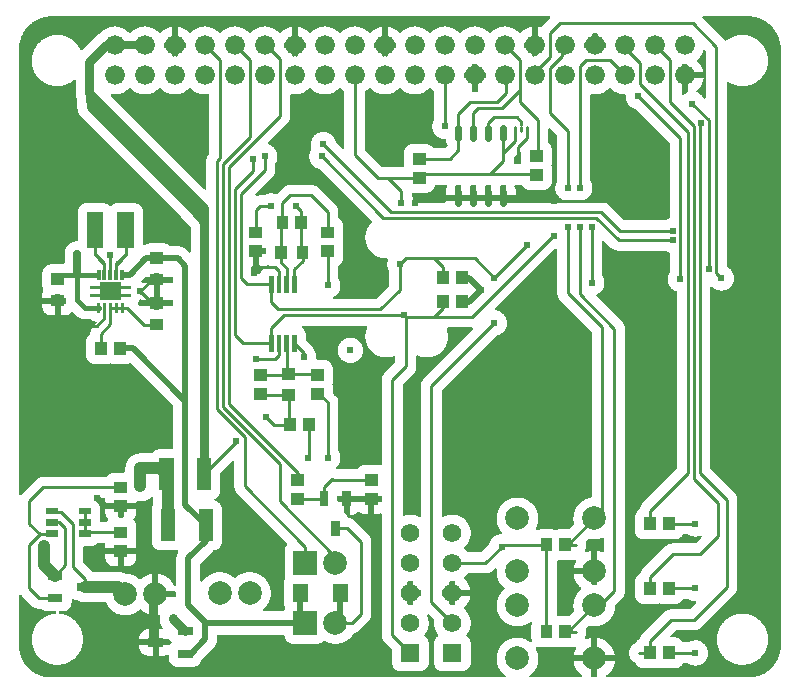
<source format=gbl>
G04 Layer: BottomLayer*
G04 EasyEDA v6.3.39, 2020-04-29T00:00:54+01:00*
G04 38e1d9d995c248c0af5722392e401878,0b17d191cf8f41b9921c3230ced7432e,10*
G04 Gerber Generator version 0.2*
G04 Scale: 100 percent, Rotated: No, Reflected: No *
G04 Dimensions in millimeters *
G04 leading zeros omitted , absolute positions ,3 integer and 3 decimal *
%FSLAX33Y33*%
%MOMM*%
G90*
G71D02*

%ADD10C,0.254000*%
%ADD11C,1.016000*%
%ADD12C,0.508000*%
%ADD13C,0.635000*%
%ADD14C,0.381000*%
%ADD15C,0.609600*%
%ADD23R,1.999996X1.999996*%
%ADD24C,1.999996*%
%ADD25C,1.676400*%
%ADD26C,1.574800*%
%ADD27R,1.574800X1.574800*%
%ADD28C,0.762000*%
%ADD29C,0.599999*%

%LPD*%
G36*
G01X49162Y54782D02*
G01X48857Y54782D01*
G01X48842Y54781D01*
G01X48828Y54778D01*
G01X48815Y54773D01*
G01X48802Y54766D01*
G01X48790Y54757D01*
G01X48780Y54747D01*
G01X48771Y54736D01*
G01X48764Y54723D01*
G01X48759Y54709D01*
G01X48756Y54695D01*
G01X48755Y54681D01*
G01X48755Y54023D01*
G01X48167Y54023D01*
G01X48152Y54022D01*
G01X48138Y54019D01*
G01X48125Y54014D01*
G01X48112Y54007D01*
G01X48100Y53998D01*
G01X48090Y53988D01*
G01X48081Y53977D01*
G01X48074Y53964D01*
G01X48069Y53950D01*
G01X48066Y53936D01*
G01X48065Y53922D01*
G01X48066Y53913D01*
G01X48070Y53841D01*
G01X48072Y53769D01*
G01X48070Y53698D01*
G01X48066Y53626D01*
G01X48065Y53617D01*
G01X48066Y53602D01*
G01X48069Y53588D01*
G01X48074Y53575D01*
G01X48081Y53562D01*
G01X48090Y53550D01*
G01X48100Y53540D01*
G01X48112Y53531D01*
G01X48125Y53524D01*
G01X48138Y53519D01*
G01X48152Y53516D01*
G01X48167Y53515D01*
G01X48755Y53515D01*
G01X48755Y53492D01*
G01X48756Y53477D01*
G01X48759Y53463D01*
G01X48764Y53450D01*
G01X48771Y53437D01*
G01X48780Y53425D01*
G01X48790Y53415D01*
G01X48802Y53406D01*
G01X48815Y53399D01*
G01X48828Y53394D01*
G01X48842Y53391D01*
G01X48857Y53390D01*
G01X49162Y53390D01*
G01X49176Y53391D01*
G01X49190Y53394D01*
G01X49204Y53399D01*
G01X49217Y53406D01*
G01X49228Y53415D01*
G01X49238Y53425D01*
G01X49247Y53437D01*
G01X49254Y53450D01*
G01X49259Y53463D01*
G01X49262Y53477D01*
G01X49263Y53492D01*
G01X49263Y53515D01*
G01X49852Y53515D01*
G01X49866Y53516D01*
G01X49880Y53519D01*
G01X49894Y53524D01*
G01X49907Y53531D01*
G01X49918Y53540D01*
G01X49929Y53550D01*
G01X49937Y53562D01*
G01X49944Y53575D01*
G01X49949Y53588D01*
G01X49952Y53602D01*
G01X49953Y53617D01*
G01X49953Y53626D01*
G01X49948Y53698D01*
G01X49947Y53769D01*
G01X49948Y53841D01*
G01X49953Y53913D01*
G01X49953Y53922D01*
G01X49952Y53936D01*
G01X49949Y53950D01*
G01X49944Y53964D01*
G01X49937Y53977D01*
G01X49929Y53988D01*
G01X49918Y53998D01*
G01X49907Y54007D01*
G01X49894Y54014D01*
G01X49880Y54019D01*
G01X49866Y54022D01*
G01X49852Y54023D01*
G01X49263Y54023D01*
G01X49263Y54681D01*
G01X49262Y54695D01*
G01X49259Y54709D01*
G01X49254Y54723D01*
G01X49247Y54736D01*
G01X49238Y54747D01*
G01X49228Y54757D01*
G01X49217Y54766D01*
G01X49204Y54773D01*
G01X49190Y54778D01*
G01X49176Y54781D01*
G01X49162Y54782D01*
G37*

%LPD*%
G36*
G01X38706Y52173D02*
G01X38697Y52173D01*
G01X38682Y52172D01*
G01X38668Y52169D01*
G01X38655Y52164D01*
G01X38642Y52157D01*
G01X38630Y52149D01*
G01X38620Y52138D01*
G01X38611Y52127D01*
G01X38604Y52114D01*
G01X38599Y52100D01*
G01X38596Y52086D01*
G01X38595Y52072D01*
G01X38595Y51484D01*
G01X38007Y51484D01*
G01X37992Y51482D01*
G01X37978Y51479D01*
G01X37965Y51474D01*
G01X37952Y51467D01*
G01X37940Y51459D01*
G01X37930Y51448D01*
G01X37921Y51437D01*
G01X37914Y51424D01*
G01X37909Y51411D01*
G01X37906Y51396D01*
G01X37905Y51382D01*
G01X37906Y51373D01*
G01X37910Y51301D01*
G01X37912Y51230D01*
G01X37910Y51158D01*
G01X37906Y51086D01*
G01X37905Y51077D01*
G01X37906Y51063D01*
G01X37909Y51048D01*
G01X37914Y51035D01*
G01X37921Y51022D01*
G01X37930Y51011D01*
G01X37940Y51000D01*
G01X37952Y50992D01*
G01X37965Y50985D01*
G01X37978Y50980D01*
G01X37992Y50977D01*
G01X38007Y50976D01*
G01X38595Y50976D01*
G01X38595Y49936D01*
G01X38596Y49921D01*
G01X38599Y49907D01*
G01X38604Y49894D01*
G01X38611Y49881D01*
G01X38620Y49869D01*
G01X38630Y49859D01*
G01X38642Y49850D01*
G01X38655Y49843D01*
G01X38668Y49838D01*
G01X38682Y49835D01*
G01X38697Y49834D01*
G01X39002Y49834D01*
G01X39016Y49835D01*
G01X39030Y49838D01*
G01X39044Y49843D01*
G01X39057Y49850D01*
G01X39068Y49859D01*
G01X39078Y49869D01*
G01X39087Y49881D01*
G01X39094Y49894D01*
G01X39099Y49907D01*
G01X39102Y49921D01*
G01X39103Y49936D01*
G01X39103Y50976D01*
G01X39692Y50976D01*
G01X39706Y50977D01*
G01X39720Y50980D01*
G01X39734Y50985D01*
G01X39747Y50992D01*
G01X39758Y51000D01*
G01X39769Y51011D01*
G01X39777Y51022D01*
G01X39784Y51035D01*
G01X39789Y51048D01*
G01X39792Y51063D01*
G01X39793Y51077D01*
G01X39793Y51086D01*
G01X39788Y51158D01*
G01X39787Y51230D01*
G01X39788Y51301D01*
G01X39793Y51373D01*
G01X39793Y51382D01*
G01X39792Y51396D01*
G01X39789Y51411D01*
G01X39784Y51424D01*
G01X39777Y51437D01*
G01X39769Y51448D01*
G01X39758Y51459D01*
G01X39747Y51467D01*
G01X39734Y51474D01*
G01X39720Y51479D01*
G01X39706Y51482D01*
G01X39692Y51484D01*
G01X39103Y51484D01*
G01X39103Y52072D01*
G01X39102Y52086D01*
G01X39099Y52100D01*
G01X39094Y52114D01*
G01X39087Y52127D01*
G01X39078Y52138D01*
G01X39068Y52149D01*
G01X39057Y52157D01*
G01X39044Y52164D01*
G01X39030Y52169D01*
G01X39016Y52172D01*
G01X39002Y52173D01*
G01X38993Y52173D01*
G01X38921Y52168D01*
G01X38849Y52167D01*
G01X38778Y52168D01*
G01X38706Y52173D01*
G37*

%LPD*%
G36*
G01X58279Y53385D02*
G01X58263Y53387D01*
G01X58249Y53385D01*
G01X58235Y53382D01*
G01X58221Y53377D01*
G01X58209Y53370D01*
G01X58197Y53362D01*
G01X58187Y53352D01*
G01X58178Y53340D01*
G01X58171Y53327D01*
G01X58166Y53314D01*
G01X58148Y53258D01*
G01X58128Y53202D01*
G01X58106Y53147D01*
G01X58082Y53093D01*
G01X58057Y53040D01*
G01X58029Y52988D01*
G01X57999Y52937D01*
G01X57967Y52887D01*
G01X57934Y52838D01*
G01X57899Y52791D01*
G01X57862Y52745D01*
G01X57823Y52700D01*
G01X57783Y52657D01*
G01X57742Y52615D01*
G01X57698Y52575D01*
G01X57687Y52563D01*
G01X57677Y52548D01*
G01X57670Y52533D01*
G01X57666Y52516D01*
G01X57664Y52499D01*
G01X57666Y52482D01*
G01X57670Y52466D01*
G01X57677Y52450D01*
G01X57687Y52436D01*
G01X57698Y52424D01*
G01X57741Y52384D01*
G01X57782Y52343D01*
G01X57821Y52301D01*
G01X57859Y52257D01*
G01X57895Y52212D01*
G01X57930Y52166D01*
G01X57963Y52119D01*
G01X57994Y52070D01*
G01X58024Y52020D01*
G01X58051Y51969D01*
G01X58077Y51917D01*
G01X58101Y51865D01*
G01X58123Y51811D01*
G01X58143Y51757D01*
G01X58161Y51702D01*
G01X58177Y51646D01*
G01X58191Y51590D01*
G01X58203Y51534D01*
G01X58208Y51516D01*
G01X58217Y51499D01*
G01X58229Y51484D01*
G01X56883Y51484D01*
G01X56883Y52072D01*
G01X56882Y52086D01*
G01X56879Y52100D01*
G01X56874Y52114D01*
G01X56867Y52127D01*
G01X56858Y52138D01*
G01X56848Y52149D01*
G01X56837Y52157D01*
G01X56824Y52164D01*
G01X56810Y52169D01*
G01X56796Y52172D01*
G01X56782Y52173D01*
G01X56773Y52173D01*
G01X56701Y52168D01*
G01X56629Y52167D01*
G01X56558Y52168D01*
G01X56486Y52173D01*
G01X56477Y52173D01*
G01X56462Y52172D01*
G01X56448Y52169D01*
G01X56435Y52164D01*
G01X56422Y52157D01*
G01X56410Y52149D01*
G01X56400Y52138D01*
G01X56391Y52127D01*
G01X56384Y52114D01*
G01X56379Y52100D01*
G01X56376Y52086D01*
G01X56375Y52072D01*
G01X56375Y51484D01*
G01X56352Y51484D01*
G01X56337Y51482D01*
G01X56323Y51479D01*
G01X56310Y51474D01*
G01X56297Y51467D01*
G01X56285Y51459D01*
G01X56275Y51448D01*
G01X56266Y51437D01*
G01X56254Y51411D01*
G01X56251Y51396D01*
G01X56250Y51382D01*
G01X56250Y51077D01*
G01X56251Y51063D01*
G01X56254Y51048D01*
G01X56266Y51022D01*
G01X56275Y51011D01*
G01X56285Y51000D01*
G01X56297Y50992D01*
G01X56310Y50985D01*
G01X56323Y50980D01*
G01X56337Y50977D01*
G01X56352Y50976D01*
G01X56375Y50976D01*
G01X56375Y49683D01*
G01X56376Y49668D01*
G01X56379Y49654D01*
G01X56384Y49641D01*
G01X56391Y49628D01*
G01X56400Y49616D01*
G01X56410Y49606D01*
G01X56422Y49597D01*
G01X56435Y49590D01*
G01X56448Y49585D01*
G01X56462Y49582D01*
G01X56477Y49581D01*
G01X56492Y49582D01*
G01X56506Y49586D01*
G01X56520Y49591D01*
G01X56533Y49598D01*
G01X56545Y49608D01*
G01X56581Y49639D01*
G01X56619Y49669D01*
G01X56657Y49697D01*
G01X56697Y49723D01*
G01X56738Y49747D01*
G01X56780Y49770D01*
G01X56824Y49790D01*
G01X56836Y49797D01*
G01X56848Y49806D01*
G01X56858Y49816D01*
G01X56867Y49828D01*
G01X56874Y49840D01*
G01X56879Y49854D01*
G01X56882Y49868D01*
G01X56883Y49883D01*
G01X56883Y50976D01*
G01X58229Y50976D01*
G01X58217Y50960D01*
G01X58208Y50944D01*
G01X58203Y50925D01*
G01X58191Y50867D01*
G01X58176Y50810D01*
G01X58160Y50753D01*
G01X58141Y50697D01*
G01X58120Y50642D01*
G01X58098Y50587D01*
G01X58073Y50533D01*
G01X58046Y50481D01*
G01X58018Y50429D01*
G01X57987Y50378D01*
G01X57955Y50329D01*
G01X57921Y50280D01*
G01X57885Y50233D01*
G01X57847Y50188D01*
G01X57808Y50143D01*
G01X57767Y50101D01*
G01X57725Y50059D01*
G01X57681Y50020D01*
G01X57635Y49982D01*
G01X57624Y49972D01*
G01X57615Y49960D01*
G01X57607Y49947D01*
G01X57602Y49933D01*
G01X57599Y49918D01*
G01X57598Y49903D01*
G01X57599Y49888D01*
G01X57602Y49873D01*
G01X57607Y49859D01*
G01X57615Y49846D01*
G01X57624Y49834D01*
G01X57635Y49824D01*
G01X57648Y49815D01*
G01X57661Y49808D01*
G01X57705Y49790D01*
G01X57748Y49769D01*
G01X57790Y49747D01*
G01X57830Y49723D01*
G01X57870Y49697D01*
G01X57909Y49669D01*
G01X57946Y49639D01*
G01X57982Y49608D01*
G01X58016Y49576D01*
G01X58049Y49541D01*
G01X58081Y49506D01*
G01X58110Y49469D01*
G01X58139Y49431D01*
G01X58165Y49391D01*
G01X58190Y49351D01*
G01X58213Y49309D01*
G01X58221Y49296D01*
G01X58231Y49284D01*
G01X58243Y49274D01*
G01X58257Y49265D01*
G01X58271Y49259D01*
G01X58287Y49256D01*
G01X58303Y49254D01*
G01X58317Y49255D01*
G01X58331Y49259D01*
G01X58345Y49264D01*
G01X58358Y49271D01*
G01X58369Y49279D01*
G01X58379Y49289D01*
G01X58388Y49301D01*
G01X58395Y49314D01*
G01X58400Y49327D01*
G01X58403Y49342D01*
G01X58404Y49356D01*
G01X58404Y50906D01*
G01X58403Y50920D01*
G01X58400Y50935D01*
G01X58395Y50948D01*
G01X58388Y50961D01*
G01X58379Y50973D01*
G01X58369Y50983D01*
G01X58357Y50992D01*
G01X58369Y51000D01*
G01X58379Y51010D01*
G01X58388Y51022D01*
G01X58395Y51035D01*
G01X58400Y51048D01*
G01X58403Y51063D01*
G01X58404Y51077D01*
G01X58404Y51382D01*
G01X58403Y51396D01*
G01X58400Y51411D01*
G01X58395Y51424D01*
G01X58388Y51437D01*
G01X58379Y51449D01*
G01X58369Y51459D01*
G01X58357Y51467D01*
G01X58369Y51476D01*
G01X58379Y51486D01*
G01X58388Y51498D01*
G01X58395Y51511D01*
G01X58400Y51524D01*
G01X58403Y51539D01*
G01X58404Y51553D01*
G01X58404Y53246D01*
G01X58403Y53262D01*
G01X58399Y53277D01*
G01X58393Y53292D01*
G01X58385Y53305D01*
G01X58374Y53317D01*
G01X58335Y53357D01*
G01X58323Y53367D01*
G01X58309Y53375D01*
G01X58295Y53382D01*
G01X58279Y53385D01*
G37*

%LPD*%
G36*
G01X42654Y44757D02*
G01X42640Y44758D01*
G01X42624Y44757D01*
G01X42608Y44753D01*
G01X42594Y44747D01*
G01X42580Y44739D01*
G01X42568Y44728D01*
G01X42183Y44344D01*
G01X42173Y44332D01*
G01X42164Y44318D01*
G01X42158Y44303D01*
G01X42155Y44288D01*
G01X42153Y44272D01*
G01X42153Y43990D01*
G01X42152Y43945D01*
G01X42149Y43900D01*
G01X42143Y43855D01*
G01X42142Y43840D01*
G01X42143Y43825D01*
G01X42146Y43811D01*
G01X42151Y43798D01*
G01X42158Y43785D01*
G01X42167Y43773D01*
G01X42177Y43763D01*
G01X42189Y43754D01*
G01X42201Y43747D01*
G01X42215Y43742D01*
G01X42229Y43739D01*
G01X42244Y43738D01*
G01X42642Y43738D01*
G01X42657Y43739D01*
G01X42671Y43742D01*
G01X42685Y43747D01*
G01X42697Y43754D01*
G01X42709Y43763D01*
G01X42719Y43773D01*
G01X42728Y43785D01*
G01X42735Y43798D01*
G01X42740Y43811D01*
G01X42743Y43825D01*
G01X42744Y43840D01*
G01X42744Y43848D01*
G01X42741Y43909D01*
G01X42741Y44657D01*
G01X42740Y44671D01*
G01X42737Y44685D01*
G01X42732Y44699D01*
G01X42725Y44712D01*
G01X42717Y44723D01*
G01X42706Y44733D01*
G01X42695Y44742D01*
G01X42682Y44749D01*
G01X42668Y44754D01*
G01X42654Y44757D01*
G37*

%LPD*%
G36*
G01X29977Y50193D02*
G01X29960Y50195D01*
G01X29943Y50193D01*
G01X29926Y50189D01*
G01X29910Y50182D01*
G01X29896Y50172D01*
G01X29884Y50161D01*
G01X29844Y50118D01*
G01X29803Y50076D01*
G01X29760Y50036D01*
G01X29715Y49998D01*
G01X29670Y49961D01*
G01X29623Y49927D01*
G01X29611Y49916D01*
G01X29600Y49904D01*
G01X29592Y49890D01*
G01X29585Y49875D01*
G01X29582Y49860D01*
G01X29580Y49844D01*
G01X29580Y44909D01*
G01X29582Y44893D01*
G01X29585Y44878D01*
G01X29591Y44863D01*
G01X29600Y44849D01*
G01X29610Y44837D01*
G01X30971Y43476D01*
G01X30984Y43466D01*
G01X30997Y43457D01*
G01X31012Y43451D01*
G01X31027Y43447D01*
G01X31043Y43446D01*
G01X32740Y43446D01*
G01X32755Y43447D01*
G01X32769Y43450D01*
G01X32783Y43455D01*
G01X32795Y43462D01*
G01X32807Y43471D01*
G01X32817Y43481D01*
G01X32826Y43493D01*
G01X32833Y43506D01*
G01X32838Y43519D01*
G01X32841Y43533D01*
G01X32842Y43548D01*
G01X32841Y43560D01*
G01X32837Y43607D01*
G01X32835Y43655D01*
G01X32835Y44655D01*
G01X32836Y44695D01*
G01X32840Y44735D01*
G01X32845Y44774D01*
G01X32852Y44814D01*
G01X32861Y44853D01*
G01X32873Y44891D01*
G01X32886Y44929D01*
G01X32901Y44966D01*
G01X32919Y45002D01*
G01X32938Y45037D01*
G01X32959Y45071D01*
G01X32981Y45104D01*
G01X33006Y45136D01*
G01X33032Y45166D01*
G01X33059Y45195D01*
G01X33088Y45223D01*
G01X33119Y45249D01*
G01X33151Y45273D01*
G01X33183Y45296D01*
G01X33218Y45317D01*
G01X33253Y45336D01*
G01X33289Y45353D01*
G01X33326Y45368D01*
G01X33364Y45382D01*
G01X33402Y45393D01*
G01X33441Y45403D01*
G01X33480Y45410D01*
G01X33520Y45415D01*
G01X33560Y45418D01*
G01X33600Y45419D01*
G01X34700Y45419D01*
G01X34741Y45418D01*
G01X34782Y45415D01*
G01X34822Y45409D01*
G01X34863Y45402D01*
G01X34902Y45392D01*
G01X34942Y45380D01*
G01X34980Y45366D01*
G01X35018Y45350D01*
G01X35055Y45332D01*
G01X35090Y45312D01*
G01X35125Y45290D01*
G01X35158Y45266D01*
G01X35191Y45241D01*
G01X35221Y45214D01*
G01X35251Y45185D01*
G01X35278Y45155D01*
G01X35304Y45123D01*
G01X35328Y45090D01*
G01X35339Y45078D01*
G01X35351Y45067D01*
G01X35365Y45058D01*
G01X35380Y45052D01*
G01X35396Y45048D01*
G01X35412Y45046D01*
G01X36317Y45046D01*
G01X36332Y45048D01*
G01X36348Y45051D01*
G01X36363Y45057D01*
G01X36376Y45066D01*
G01X36388Y45076D01*
G01X36526Y45214D01*
G01X36536Y45226D01*
G01X36545Y45240D01*
G01X36551Y45254D01*
G01X36555Y45270D01*
G01X36556Y45286D01*
G01X36554Y45304D01*
G01X36549Y45322D01*
G01X36541Y45338D01*
G01X36517Y45381D01*
G01X36494Y45425D01*
G01X36474Y45469D01*
G01X36455Y45515D01*
G01X36439Y45561D01*
G01X36425Y45608D01*
G01X36413Y45656D01*
G01X36404Y45704D01*
G01X36396Y45753D01*
G01X36393Y45767D01*
G01X36388Y45781D01*
G01X36382Y45794D01*
G01X36373Y45805D01*
G01X36363Y45816D01*
G01X36351Y45825D01*
G01X36339Y45832D01*
G01X36325Y45837D01*
G01X36311Y45840D01*
G01X36296Y45841D01*
G01X36249Y45843D01*
G01X36201Y45847D01*
G01X36154Y45853D01*
G01X36107Y45861D01*
G01X36061Y45871D01*
G01X36014Y45883D01*
G01X35969Y45897D01*
G01X35924Y45913D01*
G01X35880Y45931D01*
G01X35837Y45951D01*
G01X35795Y45973D01*
G01X35753Y45997D01*
G01X35713Y46023D01*
G01X35674Y46050D01*
G01X35637Y46079D01*
G01X35600Y46110D01*
G01X35565Y46142D01*
G01X35532Y46176D01*
G01X35500Y46211D01*
G01X35469Y46248D01*
G01X35441Y46286D01*
G01X35414Y46325D01*
G01X35389Y46366D01*
G01X35365Y46407D01*
G01X35344Y46450D01*
G01X35324Y46493D01*
G01X35307Y46538D01*
G01X35291Y46583D01*
G01X35277Y46628D01*
G01X35266Y46675D01*
G01X35256Y46721D01*
G01X35249Y46768D01*
G01X35244Y46816D01*
G01X35241Y46863D01*
G01X35239Y46911D01*
G01X35241Y46960D01*
G01X35244Y47010D01*
G01X35250Y47060D01*
G01X35258Y47109D01*
G01X35268Y47157D01*
G01X35281Y47205D01*
G01X35296Y47253D01*
G01X35313Y47300D01*
G01X35332Y47346D01*
G01X35353Y47391D01*
G01X35376Y47434D01*
G01X35402Y47477D01*
G01X35410Y47494D01*
G01X35416Y47512D01*
G01X35417Y47531D01*
G01X35417Y49845D01*
G01X35416Y49861D01*
G01X35412Y49876D01*
G01X35406Y49891D01*
G01X35398Y49905D01*
G01X35387Y49917D01*
G01X35375Y49927D01*
G01X35328Y49962D01*
G01X35283Y49999D01*
G01X35239Y50037D01*
G01X35196Y50077D01*
G01X35155Y50118D01*
G01X35115Y50161D01*
G01X35103Y50172D01*
G01X35088Y50182D01*
G01X35073Y50189D01*
G01X35056Y50193D01*
G01X35039Y50195D01*
G01X35022Y50193D01*
G01X35006Y50189D01*
G01X34990Y50182D01*
G01X34976Y50172D01*
G01X34964Y50161D01*
G01X34924Y50118D01*
G01X34882Y50076D01*
G01X34839Y50036D01*
G01X34795Y49998D01*
G01X34749Y49961D01*
G01X34702Y49926D01*
G01X34654Y49893D01*
G01X34605Y49862D01*
G01X34554Y49832D01*
G01X34503Y49804D01*
G01X34450Y49779D01*
G01X34397Y49755D01*
G01X34342Y49733D01*
G01X34287Y49713D01*
G01X34231Y49695D01*
G01X34175Y49679D01*
G01X34118Y49665D01*
G01X34061Y49653D01*
G01X34003Y49644D01*
G01X33945Y49636D01*
G01X33886Y49631D01*
G01X33828Y49628D01*
G01X33769Y49627D01*
G01X33711Y49628D01*
G01X33652Y49631D01*
G01X33594Y49636D01*
G01X33536Y49644D01*
G01X33478Y49653D01*
G01X33421Y49665D01*
G01X33364Y49679D01*
G01X33307Y49695D01*
G01X33252Y49713D01*
G01X33196Y49733D01*
G01X33142Y49755D01*
G01X33089Y49778D01*
G01X33036Y49804D01*
G01X32984Y49832D01*
G01X32934Y49862D01*
G01X32885Y49893D01*
G01X32836Y49926D01*
G01X32789Y49961D01*
G01X32744Y49998D01*
G01X32699Y50036D01*
G01X32656Y50076D01*
G01X32615Y50118D01*
G01X32575Y50161D01*
G01X32563Y50172D01*
G01X32549Y50182D01*
G01X32533Y50189D01*
G01X32516Y50193D01*
G01X32499Y50194D01*
G01X32482Y50193D01*
G01X32466Y50189D01*
G01X32450Y50182D01*
G01X32436Y50172D01*
G01X32424Y50161D01*
G01X32384Y50118D01*
G01X32342Y50076D01*
G01X32300Y50036D01*
G01X32255Y49998D01*
G01X32210Y49961D01*
G01X32163Y49926D01*
G01X32114Y49893D01*
G01X32065Y49862D01*
G01X32014Y49832D01*
G01X31963Y49804D01*
G01X31910Y49778D01*
G01X31857Y49755D01*
G01X31802Y49733D01*
G01X31747Y49713D01*
G01X31692Y49695D01*
G01X31635Y49679D01*
G01X31578Y49665D01*
G01X31521Y49653D01*
G01X31463Y49644D01*
G01X31405Y49636D01*
G01X31347Y49631D01*
G01X31288Y49628D01*
G01X31230Y49627D01*
G01X31171Y49628D01*
G01X31112Y49631D01*
G01X31054Y49636D01*
G01X30996Y49644D01*
G01X30938Y49653D01*
G01X30881Y49665D01*
G01X30824Y49679D01*
G01X30768Y49695D01*
G01X30712Y49713D01*
G01X30657Y49733D01*
G01X30602Y49755D01*
G01X30549Y49779D01*
G01X30496Y49804D01*
G01X30445Y49832D01*
G01X30394Y49862D01*
G01X30345Y49893D01*
G01X30296Y49926D01*
G01X30249Y49961D01*
G01X30204Y49998D01*
G01X30159Y50036D01*
G01X30117Y50076D01*
G01X30075Y50118D01*
G01X30035Y50161D01*
G01X30023Y50172D01*
G01X30009Y50182D01*
G01X29993Y50189D01*
G01X29977Y50193D01*
G37*

%LPD*%
G36*
G01X9657Y50193D02*
G01X9640Y50195D01*
G01X9623Y50193D01*
G01X9606Y50189D01*
G01X9590Y50182D01*
G01X9576Y50172D01*
G01X9564Y50161D01*
G01X9524Y50118D01*
G01X9483Y50076D01*
G01X9440Y50036D01*
G01X9395Y49998D01*
G01X9350Y49961D01*
G01X9303Y49926D01*
G01X9254Y49893D01*
G01X9205Y49862D01*
G01X9154Y49832D01*
G01X9103Y49804D01*
G01X9050Y49779D01*
G01X8997Y49755D01*
G01X8942Y49733D01*
G01X8887Y49713D01*
G01X8832Y49695D01*
G01X8775Y49679D01*
G01X8718Y49665D01*
G01X8661Y49653D01*
G01X8603Y49644D01*
G01X8545Y49636D01*
G01X8487Y49631D01*
G01X8428Y49628D01*
G01X8370Y49627D01*
G01X8297Y49628D01*
G01X8224Y49633D01*
G01X8151Y49642D01*
G01X8137Y49643D01*
G01X8123Y49642D01*
G01X8109Y49639D01*
G01X8095Y49634D01*
G01X8082Y49627D01*
G01X8071Y49618D01*
G01X8060Y49608D01*
G01X8052Y49596D01*
G01X8045Y49583D01*
G01X8040Y49570D01*
G01X8037Y49556D01*
G01X8036Y49541D01*
G01X8037Y49525D01*
G01X8041Y49510D01*
G01X8047Y49495D01*
G01X8055Y49481D01*
G01X8065Y49469D01*
G01X15940Y41595D01*
G01X15952Y41584D01*
G01X15966Y41576D01*
G01X15980Y41570D01*
G01X15996Y41566D01*
G01X16012Y41565D01*
G01X16026Y41566D01*
G01X16040Y41569D01*
G01X16054Y41574D01*
G01X16067Y41581D01*
G01X16078Y41590D01*
G01X16088Y41600D01*
G01X16097Y41612D01*
G01X16104Y41624D01*
G01X16109Y41638D01*
G01X16112Y41652D01*
G01X16113Y41667D01*
G01X16113Y43990D01*
G01X16114Y44033D01*
G01X16118Y44077D01*
G01X16123Y44120D01*
G01X16130Y44163D01*
G01X16140Y44205D01*
G01X16151Y44247D01*
G01X16165Y44288D01*
G01X16180Y44329D01*
G01X16198Y44369D01*
G01X16217Y44407D01*
G01X16238Y44445D01*
G01X16262Y44482D01*
G01X16286Y44518D01*
G01X16313Y44552D01*
G01X16341Y44585D01*
G01X16350Y44597D01*
G01X16358Y44610D01*
G01X16363Y44624D01*
G01X16366Y44638D01*
G01X16367Y44653D01*
G01X16367Y49548D01*
G01X16366Y49562D01*
G01X16363Y49576D01*
G01X16358Y49590D01*
G01X16351Y49603D01*
G01X16342Y49614D01*
G01X16332Y49624D01*
G01X16321Y49633D01*
G01X16308Y49640D01*
G01X16294Y49645D01*
G01X16280Y49648D01*
G01X16266Y49649D01*
G01X16249Y49648D01*
G01X16185Y49639D01*
G01X16120Y49632D01*
G01X16055Y49628D01*
G01X15990Y49627D01*
G01X15931Y49628D01*
G01X15872Y49631D01*
G01X15814Y49636D01*
G01X15756Y49644D01*
G01X15698Y49653D01*
G01X15641Y49665D01*
G01X15584Y49679D01*
G01X15528Y49695D01*
G01X15472Y49713D01*
G01X15417Y49733D01*
G01X15362Y49755D01*
G01X15309Y49779D01*
G01X15256Y49804D01*
G01X15205Y49832D01*
G01X15154Y49862D01*
G01X15105Y49893D01*
G01X15056Y49926D01*
G01X15009Y49961D01*
G01X14964Y49998D01*
G01X14919Y50036D01*
G01X14877Y50076D01*
G01X14835Y50118D01*
G01X14795Y50161D01*
G01X14783Y50172D01*
G01X14769Y50182D01*
G01X14753Y50189D01*
G01X14737Y50193D01*
G01X14720Y50195D01*
G01X14703Y50193D01*
G01X14686Y50189D01*
G01X14670Y50182D01*
G01X14656Y50172D01*
G01X14644Y50161D01*
G01X14604Y50118D01*
G01X14563Y50076D01*
G01X14520Y50036D01*
G01X14475Y49998D01*
G01X14430Y49961D01*
G01X14383Y49926D01*
G01X14334Y49893D01*
G01X14285Y49862D01*
G01X14234Y49832D01*
G01X14183Y49804D01*
G01X14130Y49779D01*
G01X14077Y49755D01*
G01X14022Y49733D01*
G01X13967Y49713D01*
G01X13912Y49695D01*
G01X13855Y49679D01*
G01X13798Y49665D01*
G01X13741Y49653D01*
G01X13683Y49644D01*
G01X13625Y49636D01*
G01X13567Y49631D01*
G01X13508Y49628D01*
G01X13450Y49627D01*
G01X13391Y49628D01*
G01X13332Y49631D01*
G01X13274Y49636D01*
G01X13216Y49644D01*
G01X13158Y49653D01*
G01X13101Y49665D01*
G01X13044Y49679D01*
G01X12988Y49695D01*
G01X12932Y49713D01*
G01X12877Y49733D01*
G01X12822Y49755D01*
G01X12769Y49779D01*
G01X12716Y49804D01*
G01X12665Y49832D01*
G01X12614Y49862D01*
G01X12565Y49893D01*
G01X12516Y49926D01*
G01X12469Y49961D01*
G01X12424Y49998D01*
G01X12379Y50036D01*
G01X12337Y50076D01*
G01X12295Y50118D01*
G01X12255Y50161D01*
G01X12243Y50172D01*
G01X12229Y50182D01*
G01X12213Y50189D01*
G01X12197Y50193D01*
G01X12180Y50195D01*
G01X12163Y50193D01*
G01X12146Y50189D01*
G01X12130Y50182D01*
G01X12116Y50172D01*
G01X12104Y50161D01*
G01X12064Y50118D01*
G01X12023Y50076D01*
G01X11980Y50036D01*
G01X11935Y49998D01*
G01X11890Y49961D01*
G01X11843Y49926D01*
G01X11794Y49893D01*
G01X11745Y49862D01*
G01X11694Y49832D01*
G01X11643Y49804D01*
G01X11590Y49779D01*
G01X11537Y49755D01*
G01X11482Y49733D01*
G01X11427Y49713D01*
G01X11372Y49695D01*
G01X11315Y49679D01*
G01X11258Y49665D01*
G01X11201Y49653D01*
G01X11143Y49644D01*
G01X11085Y49636D01*
G01X11027Y49631D01*
G01X10968Y49628D01*
G01X10910Y49627D01*
G01X10851Y49628D01*
G01X10792Y49631D01*
G01X10734Y49636D01*
G01X10676Y49644D01*
G01X10618Y49653D01*
G01X10561Y49665D01*
G01X10504Y49679D01*
G01X10448Y49695D01*
G01X10392Y49713D01*
G01X10337Y49733D01*
G01X10282Y49755D01*
G01X10229Y49779D01*
G01X10176Y49804D01*
G01X10125Y49832D01*
G01X10074Y49862D01*
G01X10025Y49893D01*
G01X9976Y49926D01*
G01X9929Y49961D01*
G01X9884Y49998D01*
G01X9839Y50036D01*
G01X9797Y50076D01*
G01X9755Y50118D01*
G01X9715Y50161D01*
G01X9703Y50172D01*
G01X9689Y50182D01*
G01X9673Y50189D01*
G01X9657Y50193D01*
G37*

%LPD*%
G36*
G01X45192Y46772D02*
G01X45176Y46774D01*
G01X45161Y46773D01*
G01X45147Y46770D01*
G01X45134Y46765D01*
G01X45121Y46758D01*
G01X45109Y46749D01*
G01X45099Y46739D01*
G01X45090Y46727D01*
G01X45078Y46701D01*
G01X45075Y46687D01*
G01X45074Y46672D01*
G01X45074Y45561D01*
G01X45075Y45546D01*
G01X45078Y45532D01*
G01X45083Y45519D01*
G01X45090Y45506D01*
G01X45099Y45495D01*
G01X45109Y45484D01*
G01X45139Y45457D01*
G01X45167Y45428D01*
G01X45194Y45397D01*
G01X45219Y45365D01*
G01X45243Y45332D01*
G01X45264Y45297D01*
G01X45284Y45261D01*
G01X45302Y45225D01*
G01X45318Y45187D01*
G01X45332Y45149D01*
G01X45343Y45110D01*
G01X45353Y45070D01*
G01X45361Y45030D01*
G01X45366Y44990D01*
G01X45369Y44949D01*
G01X45370Y44909D01*
G01X45370Y43909D01*
G01X45369Y43864D01*
G01X45365Y43819D01*
G01X45359Y43774D01*
G01X45349Y43730D01*
G01X45337Y43687D01*
G01X45323Y43644D01*
G01X45318Y43627D01*
G01X45317Y43609D01*
G01X45318Y43591D01*
G01X45323Y43573D01*
G01X45337Y43531D01*
G01X45349Y43487D01*
G01X45358Y43443D01*
G01X45365Y43399D01*
G01X45369Y43354D01*
G01X45370Y43309D01*
G01X45370Y42309D01*
G01X45369Y42269D01*
G01X45366Y42229D01*
G01X45361Y42189D01*
G01X45354Y42150D01*
G01X45344Y42111D01*
G01X45333Y42073D01*
G01X45320Y42035D01*
G01X45304Y41998D01*
G01X45287Y41962D01*
G01X45268Y41927D01*
G01X45247Y41892D01*
G01X45224Y41859D01*
G01X45200Y41828D01*
G01X45174Y41797D01*
G01X45146Y41768D01*
G01X45117Y41741D01*
G01X45087Y41715D01*
G01X45055Y41690D01*
G01X45022Y41668D01*
G01X44988Y41647D01*
G01X44953Y41628D01*
G01X44917Y41610D01*
G01X44880Y41595D01*
G01X44842Y41582D01*
G01X44804Y41570D01*
G01X44765Y41561D01*
G01X44725Y41554D01*
G01X44686Y41548D01*
G01X44646Y41545D01*
G01X44606Y41544D01*
G01X43506Y41544D01*
G01X43465Y41545D01*
G01X43424Y41549D01*
G01X43383Y41554D01*
G01X43343Y41562D01*
G01X43304Y41572D01*
G01X43264Y41583D01*
G01X43226Y41597D01*
G01X43188Y41613D01*
G01X43151Y41631D01*
G01X43116Y41651D01*
G01X43081Y41673D01*
G01X43048Y41697D01*
G01X43016Y41722D01*
G01X42985Y41749D01*
G01X42956Y41778D01*
G01X42928Y41808D01*
G01X42902Y41840D01*
G01X42878Y41873D01*
G01X42855Y41907D01*
G01X42847Y41919D01*
G01X42836Y41930D01*
G01X42825Y41939D01*
G01X42812Y41946D01*
G01X42798Y41951D01*
G01X42784Y41954D01*
G01X42769Y41955D01*
G01X42303Y41955D01*
G01X42288Y41954D01*
G01X42274Y41951D01*
G01X42261Y41946D01*
G01X42248Y41939D01*
G01X42236Y41930D01*
G01X42226Y41920D01*
G01X42217Y41909D01*
G01X42210Y41896D01*
G01X42205Y41882D01*
G01X42202Y41868D01*
G01X42201Y41854D01*
G01X42202Y41838D01*
G01X42206Y41822D01*
G01X42212Y41808D01*
G01X42233Y41763D01*
G01X42253Y41717D01*
G01X42270Y41670D01*
G01X42285Y41623D01*
G01X42297Y41574D01*
G01X42308Y41526D01*
G01X42316Y41477D01*
G01X42322Y41427D01*
G01X42325Y41378D01*
G01X42326Y41328D01*
G01X42326Y41123D01*
G01X41516Y41123D01*
G01X41516Y41854D01*
G01X41515Y41868D01*
G01X41512Y41882D01*
G01X41507Y41896D01*
G01X41500Y41909D01*
G01X41491Y41920D01*
G01X41481Y41930D01*
G01X41469Y41939D01*
G01X41457Y41946D01*
G01X41443Y41951D01*
G01X41429Y41954D01*
G01X41414Y41955D01*
G01X41110Y41955D01*
G01X41095Y41954D01*
G01X41081Y41951D01*
G01X41067Y41946D01*
G01X41055Y41939D01*
G01X41043Y41930D01*
G01X41033Y41920D01*
G01X41024Y41909D01*
G01X41017Y41896D01*
G01X41012Y41882D01*
G01X41009Y41868D01*
G01X41008Y41854D01*
G01X41008Y41123D01*
G01X40246Y41123D01*
G01X40246Y41854D01*
G01X40245Y41868D01*
G01X40242Y41882D01*
G01X40237Y41896D01*
G01X40230Y41909D01*
G01X40221Y41920D01*
G01X40211Y41930D01*
G01X40199Y41939D01*
G01X40187Y41946D01*
G01X40173Y41951D01*
G01X40159Y41954D01*
G01X40144Y41955D01*
G01X39840Y41955D01*
G01X39825Y41954D01*
G01X39811Y41951D01*
G01X39797Y41946D01*
G01X39785Y41939D01*
G01X39773Y41930D01*
G01X39763Y41920D01*
G01X39754Y41909D01*
G01X39747Y41896D01*
G01X39742Y41882D01*
G01X39739Y41868D01*
G01X39738Y41854D01*
G01X39738Y41123D01*
G01X38976Y41123D01*
G01X38976Y41854D01*
G01X38975Y41868D01*
G01X38972Y41882D01*
G01X38967Y41896D01*
G01X38960Y41909D01*
G01X38951Y41920D01*
G01X38941Y41930D01*
G01X38929Y41939D01*
G01X38917Y41946D01*
G01X38903Y41951D01*
G01X38889Y41954D01*
G01X38874Y41955D01*
G01X38570Y41955D01*
G01X38555Y41954D01*
G01X38541Y41951D01*
G01X38527Y41946D01*
G01X38515Y41939D01*
G01X38503Y41930D01*
G01X38493Y41920D01*
G01X38484Y41909D01*
G01X38477Y41896D01*
G01X38472Y41882D01*
G01X38469Y41868D01*
G01X38468Y41854D01*
G01X38468Y41123D01*
G01X37706Y41123D01*
G01X37706Y41854D01*
G01X37705Y41868D01*
G01X37702Y41882D01*
G01X37697Y41896D01*
G01X37690Y41909D01*
G01X37681Y41920D01*
G01X37671Y41930D01*
G01X37659Y41939D01*
G01X37647Y41946D01*
G01X37633Y41951D01*
G01X37619Y41954D01*
G01X37604Y41955D01*
G01X37300Y41955D01*
G01X37285Y41954D01*
G01X37271Y41951D01*
G01X37257Y41946D01*
G01X37245Y41939D01*
G01X37233Y41930D01*
G01X37223Y41920D01*
G01X37214Y41909D01*
G01X37207Y41896D01*
G01X37202Y41882D01*
G01X37199Y41868D01*
G01X37198Y41854D01*
G01X37198Y41123D01*
G01X36387Y41123D01*
G01X36387Y41328D01*
G01X36389Y41378D01*
G01X36392Y41427D01*
G01X36398Y41477D01*
G01X36406Y41526D01*
G01X36416Y41574D01*
G01X36429Y41623D01*
G01X36444Y41670D01*
G01X36461Y41717D01*
G01X36480Y41763D01*
G01X36502Y41808D01*
G01X36508Y41822D01*
G01X36511Y41838D01*
G01X36513Y41854D01*
G01X36512Y41868D01*
G01X36509Y41882D01*
G01X36503Y41896D01*
G01X36497Y41909D01*
G01X36488Y41920D01*
G01X36478Y41930D01*
G01X36466Y41939D01*
G01X36453Y41946D01*
G01X36440Y41951D01*
G01X36426Y41954D01*
G01X36411Y41955D01*
G01X35542Y41955D01*
G01X35527Y41954D01*
G01X35513Y41951D01*
G01X35498Y41945D01*
G01X35485Y41938D01*
G01X35463Y41918D01*
G01X35455Y41905D01*
G01X35448Y41892D01*
G01X35443Y41877D01*
G01X35433Y41838D01*
G01X35420Y41799D01*
G01X35406Y41761D01*
G01X35389Y41723D01*
G01X35370Y41687D01*
G01X35350Y41652D01*
G01X35327Y41618D01*
G01X35303Y41585D01*
G01X35277Y41553D01*
G01X35249Y41523D01*
G01X35220Y41495D01*
G01X35189Y41468D01*
G01X35157Y41442D01*
G01X35124Y41419D01*
G01X35089Y41397D01*
G01X35054Y41377D01*
G01X35017Y41359D01*
G01X34979Y41343D01*
G01X34941Y41329D01*
G01X34902Y41317D01*
G01X34862Y41308D01*
G01X34822Y41300D01*
G01X34781Y41295D01*
G01X34741Y41291D01*
G01X34700Y41290D01*
G01X33619Y41290D01*
G01X33604Y41289D01*
G01X33590Y41286D01*
G01X33577Y41281D01*
G01X33564Y41274D01*
G01X33552Y41265D01*
G01X33542Y41255D01*
G01X33533Y41244D01*
G01X33527Y41231D01*
G01X33521Y41217D01*
G01X33518Y41203D01*
G01X33517Y41189D01*
G01X33517Y41054D01*
G01X33519Y41035D01*
G01X33524Y41017D01*
G01X33533Y41000D01*
G01X33557Y40959D01*
G01X33580Y40917D01*
G01X33601Y40873D01*
G01X33619Y40829D01*
G01X33636Y40784D01*
G01X33651Y40738D01*
G01X33664Y40692D01*
G01X33674Y40645D01*
G01X33678Y40630D01*
G01X33685Y40616D01*
G01X33693Y40603D01*
G01X33704Y40591D01*
G01X33716Y40582D01*
G01X33729Y40574D01*
G01X33743Y40568D01*
G01X33758Y40564D01*
G01X33774Y40563D01*
G01X36286Y40563D01*
G01X36301Y40564D01*
G01X36316Y40568D01*
G01X36330Y40574D01*
G01X36343Y40581D01*
G01X36355Y40591D01*
G01X36366Y40602D01*
G01X36374Y40615D01*
G01X37211Y40615D01*
G01X37220Y40602D01*
G01X37230Y40591D01*
G01X37242Y40581D01*
G01X37255Y40574D01*
G01X37269Y40568D01*
G01X37284Y40564D01*
G01X37300Y40563D01*
G01X37604Y40563D01*
G01X37620Y40564D01*
G01X37634Y40568D01*
G01X37649Y40574D01*
G01X37662Y40581D01*
G01X37674Y40591D01*
G01X37684Y40602D01*
G01X37693Y40615D01*
G01X38481Y40615D01*
G01X38490Y40602D01*
G01X38500Y40591D01*
G01X38512Y40581D01*
G01X38525Y40574D01*
G01X38539Y40568D01*
G01X38554Y40564D01*
G01X38570Y40563D01*
G01X38874Y40563D01*
G01X38890Y40564D01*
G01X38904Y40568D01*
G01X38919Y40574D01*
G01X38932Y40581D01*
G01X38944Y40591D01*
G01X38954Y40602D01*
G01X38963Y40615D01*
G01X39751Y40615D01*
G01X39760Y40602D01*
G01X39770Y40591D01*
G01X39782Y40581D01*
G01X39795Y40574D01*
G01X39809Y40568D01*
G01X39824Y40564D01*
G01X39840Y40563D01*
G01X40144Y40563D01*
G01X40160Y40564D01*
G01X40174Y40568D01*
G01X40189Y40574D01*
G01X40202Y40581D01*
G01X40214Y40591D01*
G01X40224Y40602D01*
G01X40233Y40615D01*
G01X41021Y40615D01*
G01X41030Y40602D01*
G01X41040Y40591D01*
G01X41052Y40581D01*
G01X41065Y40574D01*
G01X41079Y40568D01*
G01X41094Y40564D01*
G01X41110Y40563D01*
G01X41414Y40563D01*
G01X41430Y40564D01*
G01X41444Y40568D01*
G01X41459Y40574D01*
G01X41472Y40581D01*
G01X41484Y40591D01*
G01X41494Y40602D01*
G01X41503Y40615D01*
G01X42340Y40615D01*
G01X42348Y40602D01*
G01X42359Y40591D01*
G01X42370Y40581D01*
G01X42384Y40574D01*
G01X42398Y40568D01*
G01X42413Y40564D01*
G01X42428Y40563D01*
G01X46183Y40563D01*
G01X46197Y40564D01*
G01X46211Y40567D01*
G01X46225Y40572D01*
G01X46237Y40579D01*
G01X46249Y40588D01*
G01X46259Y40598D01*
G01X46268Y40610D01*
G01X46275Y40623D01*
G01X46280Y40636D01*
G01X46283Y40650D01*
G01X46284Y40665D01*
G01X46283Y40681D01*
G01X46279Y40696D01*
G01X46273Y40711D01*
G01X46265Y40724D01*
G01X46255Y40736D01*
G01X46243Y40747D01*
G01X46229Y40755D01*
G01X46188Y40777D01*
G01X46149Y40802D01*
G01X46110Y40828D01*
G01X46072Y40855D01*
G01X46036Y40884D01*
G01X46001Y40915D01*
G01X45967Y40947D01*
G01X45935Y40981D01*
G01X45904Y41016D01*
G01X45875Y41053D01*
G01X45847Y41090D01*
G01X45821Y41129D01*
G01X45797Y41169D01*
G01X45774Y41210D01*
G01X45754Y41252D01*
G01X45735Y41294D01*
G01X45718Y41338D01*
G01X45703Y41382D01*
G01X45690Y41427D01*
G01X45679Y41472D01*
G01X45670Y41518D01*
G01X45663Y41564D01*
G01X45658Y41611D01*
G01X45654Y41657D01*
G01X45653Y41704D01*
G01X45655Y41753D01*
G01X45658Y41803D01*
G01X45664Y41853D01*
G01X45672Y41902D01*
G01X45682Y41950D01*
G01X45695Y41998D01*
G01X45710Y42046D01*
G01X45727Y42093D01*
G01X45746Y42139D01*
G01X45767Y42184D01*
G01X45790Y42227D01*
G01X45816Y42270D01*
G01X45824Y42287D01*
G01X45830Y42305D01*
G01X45831Y42324D01*
G01X45831Y46118D01*
G01X45830Y46134D01*
G01X45826Y46150D01*
G01X45820Y46165D01*
G01X45812Y46178D01*
G01X45801Y46190D01*
G01X45248Y46744D01*
G01X45236Y46754D01*
G01X45222Y46763D01*
G01X45207Y46769D01*
G01X45192Y46772D01*
G37*

%LPD*%
G36*
G01X50296Y50193D02*
G01X50279Y50195D01*
G01X50262Y50193D01*
G01X50246Y50189D01*
G01X50230Y50182D01*
G01X50216Y50172D01*
G01X50204Y50161D01*
G01X50164Y50118D01*
G01X50122Y50076D01*
G01X50079Y50036D01*
G01X50035Y49998D01*
G01X49989Y49961D01*
G01X49942Y49926D01*
G01X49894Y49893D01*
G01X49845Y49862D01*
G01X49794Y49832D01*
G01X49743Y49804D01*
G01X49690Y49779D01*
G01X49637Y49755D01*
G01X49582Y49733D01*
G01X49527Y49713D01*
G01X49471Y49695D01*
G01X49415Y49679D01*
G01X49358Y49665D01*
G01X49301Y49653D01*
G01X49243Y49644D01*
G01X49185Y49636D01*
G01X49126Y49631D01*
G01X49068Y49628D01*
G01X49009Y49627D01*
G01X48944Y49628D01*
G01X48878Y49632D01*
G01X48813Y49639D01*
G01X48748Y49648D01*
G01X48732Y49649D01*
G01X48717Y49648D01*
G01X48703Y49645D01*
G01X48690Y49640D01*
G01X48677Y49633D01*
G01X48665Y49625D01*
G01X48655Y49614D01*
G01X48646Y49603D01*
G01X48634Y49577D01*
G01X48631Y49562D01*
G01X48630Y49548D01*
G01X48630Y42324D01*
G01X48632Y42305D01*
G01X48637Y42287D01*
G01X48646Y42270D01*
G01X48671Y42227D01*
G01X48694Y42184D01*
G01X48716Y42139D01*
G01X48735Y42093D01*
G01X48752Y42046D01*
G01X48767Y41998D01*
G01X48779Y41950D01*
G01X48790Y41902D01*
G01X48798Y41853D01*
G01X48804Y41803D01*
G01X48807Y41753D01*
G01X48808Y41704D01*
G01X48807Y41657D01*
G01X48804Y41611D01*
G01X48799Y41564D01*
G01X48792Y41518D01*
G01X48783Y41472D01*
G01X48772Y41427D01*
G01X48759Y41382D01*
G01X48744Y41338D01*
G01X48727Y41294D01*
G01X48708Y41252D01*
G01X48687Y41210D01*
G01X48665Y41169D01*
G01X48641Y41129D01*
G01X48615Y41090D01*
G01X48587Y41053D01*
G01X48558Y41016D01*
G01X48527Y40981D01*
G01X48495Y40947D01*
G01X48461Y40915D01*
G01X48426Y40884D01*
G01X48389Y40855D01*
G01X48352Y40828D01*
G01X48313Y40802D01*
G01X48273Y40777D01*
G01X48232Y40755D01*
G01X48219Y40747D01*
G01X48207Y40736D01*
G01X48197Y40724D01*
G01X48188Y40711D01*
G01X48182Y40696D01*
G01X48179Y40681D01*
G01X48177Y40665D01*
G01X48178Y40650D01*
G01X48182Y40636D01*
G01X48187Y40623D01*
G01X48194Y40610D01*
G01X48202Y40598D01*
G01X48213Y40588D01*
G01X48224Y40579D01*
G01X48237Y40572D01*
G01X48250Y40567D01*
G01X48265Y40564D01*
G01X48279Y40563D01*
G01X49517Y40563D01*
G01X49561Y40562D01*
G01X49604Y40559D01*
G01X49648Y40554D01*
G01X49691Y40546D01*
G01X49733Y40537D01*
G01X49776Y40525D01*
G01X49817Y40511D01*
G01X49858Y40495D01*
G01X49898Y40478D01*
G01X49937Y40458D01*
G01X49975Y40436D01*
G01X50012Y40413D01*
G01X50048Y40388D01*
G01X50082Y40361D01*
G01X50116Y40332D01*
G01X50147Y40302D01*
G01X51444Y39006D01*
G01X51456Y38995D01*
G01X51470Y38987D01*
G01X51484Y38981D01*
G01X51500Y38977D01*
G01X51516Y38976D01*
G01X54993Y38976D01*
G01X55012Y38978D01*
G01X55030Y38983D01*
G01X55047Y38991D01*
G01X55093Y39018D01*
G01X55139Y39043D01*
G01X55187Y39065D01*
G01X55236Y39084D01*
G01X55286Y39102D01*
G01X55301Y39108D01*
G01X55314Y39116D01*
G01X55326Y39127D01*
G01X55337Y39139D01*
G01X55345Y39152D01*
G01X55351Y39167D01*
G01X55355Y39183D01*
G01X55356Y39199D01*
G01X55356Y45483D01*
G01X55355Y45499D01*
G01X55351Y45515D01*
G01X55345Y45530D01*
G01X55337Y45543D01*
G01X55326Y45555D01*
G01X52500Y48382D01*
G01X52485Y48394D01*
G01X52469Y48403D01*
G01X52451Y48409D01*
G01X52405Y48421D01*
G01X52359Y48435D01*
G01X52314Y48451D01*
G01X52269Y48468D01*
G01X52226Y48488D01*
G01X52183Y48510D01*
G01X52141Y48534D01*
G01X52101Y48559D01*
G01X52062Y48587D01*
G01X52024Y48616D01*
G01X51987Y48647D01*
G01X51952Y48679D01*
G01X51918Y48713D01*
G01X51886Y48748D01*
G01X51855Y48785D01*
G01X51826Y48823D01*
G01X51799Y48863D01*
G01X51773Y48903D01*
G01X51750Y48945D01*
G01X51728Y48988D01*
G01X51708Y49031D01*
G01X51690Y49076D01*
G01X51675Y49121D01*
G01X51661Y49167D01*
G01X51649Y49213D01*
G01X51640Y49260D01*
G01X51632Y49308D01*
G01X51627Y49355D01*
G01X51624Y49403D01*
G01X51622Y49451D01*
G01X51625Y49519D01*
G01X51625Y49525D01*
G01X51624Y49540D01*
G01X51621Y49554D01*
G01X51616Y49567D01*
G01X51609Y49580D01*
G01X51600Y49591D01*
G01X51590Y49602D01*
G01X51579Y49610D01*
G01X51566Y49617D01*
G01X51553Y49622D01*
G01X51539Y49626D01*
G01X51525Y49627D01*
G01X51467Y49629D01*
G01X51410Y49633D01*
G01X51353Y49639D01*
G01X51296Y49647D01*
G01X51239Y49657D01*
G01X51183Y49669D01*
G01X51127Y49683D01*
G01X51072Y49700D01*
G01X51017Y49718D01*
G01X50963Y49738D01*
G01X50910Y49760D01*
G01X50858Y49784D01*
G01X50807Y49809D01*
G01X50756Y49837D01*
G01X50707Y49866D01*
G01X50658Y49897D01*
G01X50611Y49930D01*
G01X50565Y49965D01*
G01X50520Y50001D01*
G01X50477Y50039D01*
G01X50435Y50078D01*
G01X50394Y50119D01*
G01X50355Y50161D01*
G01X50343Y50172D01*
G01X50328Y50182D01*
G01X50313Y50189D01*
G01X50296Y50193D01*
G37*

%LPD*%
G36*
G01X21339Y35201D02*
G01X21322Y35203D01*
G01X21308Y35202D01*
G01X21294Y35199D01*
G01X21280Y35194D01*
G01X21268Y35187D01*
G01X21261Y35183D01*
G01X21249Y35174D01*
G01X21239Y35164D01*
G01X21230Y35152D01*
G01X21222Y35139D01*
G01X21217Y35126D01*
G01X21214Y35111D01*
G01X21213Y35096D01*
G01X21214Y35082D01*
G01X21217Y35068D01*
G01X21222Y35054D01*
G01X21229Y35042D01*
G01X21238Y35030D01*
G01X21248Y35020D01*
G01X21260Y35011D01*
G01X21272Y35004D01*
G01X21286Y34999D01*
G01X21300Y34996D01*
G01X21315Y34995D01*
G01X21326Y34996D01*
G01X21336Y34997D01*
G01X21351Y34999D01*
G01X21365Y35004D01*
G01X21378Y35011D01*
G01X21390Y35019D01*
G01X21401Y35030D01*
G01X21410Y35041D01*
G01X21417Y35054D01*
G01X21423Y35068D01*
G01X21426Y35083D01*
G01X21427Y35098D01*
G01X21426Y35113D01*
G01X21422Y35128D01*
G01X21417Y35142D01*
G01X21409Y35156D01*
G01X21399Y35167D01*
G01X21396Y35171D01*
G01X21384Y35182D01*
G01X21370Y35191D01*
G01X21355Y35197D01*
G01X21339Y35201D01*
G37*

%LPD*%
G36*
G01X20459Y36667D02*
G01X20155Y36667D01*
G01X20139Y36666D01*
G01X20124Y36662D01*
G01X20110Y36657D01*
G01X20096Y36649D01*
G01X20084Y36639D01*
G01X20074Y36628D01*
G01X20066Y36615D01*
G01X20059Y36601D01*
G01X20055Y36586D01*
G01X20030Y36586D01*
G01X20015Y36585D01*
G01X20001Y36582D01*
G01X19988Y36577D01*
G01X19975Y36570D01*
G01X19963Y36561D01*
G01X19953Y36551D01*
G01X19944Y36539D01*
G01X19932Y36513D01*
G01X19929Y36499D01*
G01X19928Y36484D01*
G01X19928Y36179D01*
G01X19929Y36165D01*
G01X19932Y36151D01*
G01X19938Y36137D01*
G01X19944Y36124D01*
G01X19953Y36113D01*
G01X19963Y36103D01*
G01X19975Y36094D01*
G01X19988Y36087D01*
G01X20001Y36082D01*
G01X20015Y36079D01*
G01X20030Y36078D01*
G01X20053Y36078D01*
G01X20053Y35067D01*
G01X20030Y35067D01*
G01X20015Y35066D01*
G01X20001Y35063D01*
G01X19988Y35058D01*
G01X19975Y35051D01*
G01X19963Y35042D01*
G01X19953Y35032D01*
G01X19944Y35021D01*
G01X19938Y35008D01*
G01X19932Y34994D01*
G01X19929Y34980D01*
G01X19928Y34966D01*
G01X19928Y34531D01*
G01X19929Y34516D01*
G01X19932Y34502D01*
G01X19944Y34476D01*
G01X19953Y34464D01*
G01X19963Y34454D01*
G01X19975Y34445D01*
G01X19988Y34438D01*
G01X20001Y34433D01*
G01X20015Y34430D01*
G01X20030Y34429D01*
G01X20600Y34429D01*
G01X20616Y34430D01*
G01X20631Y34434D01*
G01X20645Y34440D01*
G01X20658Y34448D01*
G01X20670Y34457D01*
G01X20681Y34469D01*
G01X20689Y34482D01*
G01X20696Y34496D01*
G01X20711Y34536D01*
G01X20729Y34574D01*
G01X20749Y34612D01*
G01X20771Y34648D01*
G01X20795Y34683D01*
G01X20820Y34717D01*
G01X20848Y34749D01*
G01X20877Y34780D01*
G01X20908Y34809D01*
G01X20941Y34836D01*
G01X20975Y34862D01*
G01X21011Y34885D01*
G01X21022Y34894D01*
G01X21033Y34904D01*
G01X21042Y34916D01*
G01X21049Y34929D01*
G01X21054Y34942D01*
G01X21057Y34957D01*
G01X21058Y34971D01*
G01X21057Y34986D01*
G01X21054Y35000D01*
G01X21049Y35014D01*
G01X21042Y35026D01*
G01X21034Y35038D01*
G01X21023Y35048D01*
G01X21012Y35057D01*
G01X20999Y35064D01*
G01X20985Y35069D01*
G01X20971Y35072D01*
G01X20957Y35073D01*
G01X20945Y35072D01*
G01X20901Y35069D01*
G01X20857Y35067D01*
G01X20561Y35067D01*
G01X20561Y36078D01*
G01X21089Y36078D01*
G01X21103Y36079D01*
G01X21117Y36082D01*
G01X21131Y36087D01*
G01X21144Y36094D01*
G01X21155Y36103D01*
G01X21166Y36113D01*
G01X21174Y36124D01*
G01X21181Y36137D01*
G01X21186Y36151D01*
G01X21189Y36165D01*
G01X21190Y36179D01*
G01X21190Y36484D01*
G01X21189Y36499D01*
G01X21186Y36513D01*
G01X21181Y36526D01*
G01X21174Y36539D01*
G01X21166Y36551D01*
G01X21155Y36561D01*
G01X21144Y36570D01*
G01X21131Y36577D01*
G01X21117Y36582D01*
G01X21103Y36585D01*
G01X21089Y36586D01*
G01X20559Y36586D01*
G01X20555Y36601D01*
G01X20548Y36615D01*
G01X20540Y36628D01*
G01X20529Y36639D01*
G01X20517Y36649D01*
G01X20504Y36657D01*
G01X20490Y36662D01*
G01X20475Y36666D01*
G01X20459Y36667D01*
G37*

%LPD*%
G36*
G01X10579Y33242D02*
G01X10564Y33243D01*
G01X10549Y33242D01*
G01X10535Y33239D01*
G01X10522Y33234D01*
G01X10509Y33227D01*
G01X10497Y33218D01*
G01X10487Y33208D01*
G01X10478Y33196D01*
G01X10466Y33170D01*
G01X10463Y33156D01*
G01X10462Y33141D01*
G01X10462Y33121D01*
G01X10461Y33081D01*
G01X10458Y33041D01*
G01X10453Y33001D01*
G01X10446Y32962D01*
G01X10443Y32941D01*
G01X10446Y32920D01*
G01X10453Y32880D01*
G01X10458Y32841D01*
G01X10461Y32801D01*
G01X10462Y32761D01*
G01X10462Y32740D01*
G01X10463Y32726D01*
G01X10466Y32712D01*
G01X10472Y32698D01*
G01X10478Y32685D01*
G01X10487Y32674D01*
G01X10497Y32663D01*
G01X10509Y32655D01*
G01X10522Y32648D01*
G01X10535Y32643D01*
G01X10549Y32640D01*
G01X10564Y32639D01*
G01X10579Y32640D01*
G01X10594Y32643D01*
G01X10609Y32649D01*
G01X10622Y32657D01*
G01X10634Y32666D01*
G01X10644Y32678D01*
G01X10653Y32691D01*
G01X10659Y32705D01*
G01X10674Y32742D01*
G01X10691Y32778D01*
G01X10710Y32814D01*
G01X10731Y32848D01*
G01X10754Y32882D01*
G01X10762Y32895D01*
G01X10768Y32910D01*
G01X10771Y32925D01*
G01X10773Y32941D01*
G01X10771Y32957D01*
G01X10768Y32972D01*
G01X10762Y32986D01*
G01X10754Y33000D01*
G01X10731Y33033D01*
G01X10710Y33068D01*
G01X10691Y33103D01*
G01X10674Y33140D01*
G01X10659Y33177D01*
G01X10653Y33191D01*
G01X10644Y33204D01*
G01X10634Y33215D01*
G01X10622Y33225D01*
G01X10609Y33233D01*
G01X10594Y33238D01*
G01X10579Y33242D01*
G37*

%LPD*%
G36*
G01X24897Y50193D02*
G01X24880Y50195D01*
G01X24863Y50193D01*
G01X24846Y50189D01*
G01X24830Y50182D01*
G01X24816Y50172D01*
G01X24804Y50161D01*
G01X24764Y50118D01*
G01X24723Y50076D01*
G01X24680Y50036D01*
G01X24635Y49998D01*
G01X24590Y49961D01*
G01X24543Y49926D01*
G01X24494Y49893D01*
G01X24445Y49862D01*
G01X24394Y49832D01*
G01X24343Y49804D01*
G01X24290Y49779D01*
G01X24237Y49755D01*
G01X24182Y49733D01*
G01X24127Y49713D01*
G01X24072Y49695D01*
G01X24015Y49679D01*
G01X23958Y49665D01*
G01X23901Y49653D01*
G01X23843Y49644D01*
G01X23785Y49636D01*
G01X23727Y49631D01*
G01X23668Y49628D01*
G01X23610Y49627D01*
G01X23544Y49628D01*
G01X23479Y49632D01*
G01X23413Y49639D01*
G01X23349Y49648D01*
G01X23332Y49650D01*
G01X23317Y49648D01*
G01X23303Y49645D01*
G01X23290Y49640D01*
G01X23277Y49633D01*
G01X23265Y49625D01*
G01X23255Y49614D01*
G01X23246Y49603D01*
G01X23234Y49577D01*
G01X23231Y49562D01*
G01X23230Y49548D01*
G01X23230Y47800D01*
G01X23229Y47756D01*
G01X23226Y47712D01*
G01X23221Y47669D01*
G01X23213Y47626D01*
G01X23204Y47583D01*
G01X23192Y47541D01*
G01X23178Y47499D01*
G01X23162Y47459D01*
G01X23145Y47419D01*
G01X23125Y47379D01*
G01X23103Y47341D01*
G01X23080Y47304D01*
G01X23055Y47269D01*
G01X23028Y47234D01*
G01X22999Y47201D01*
G01X22969Y47169D01*
G01X21357Y45557D01*
G01X21346Y45545D01*
G01X21338Y45531D01*
G01X21332Y45516D01*
G01X21328Y45501D01*
G01X21327Y45485D01*
G01X21328Y45469D01*
G01X21332Y45454D01*
G01X21338Y45439D01*
G01X21346Y45425D01*
G01X21357Y45413D01*
G01X21369Y45403D01*
G01X21383Y45394D01*
G01X21397Y45388D01*
G01X21443Y45373D01*
G01X21487Y45355D01*
G01X21531Y45335D01*
G01X21574Y45313D01*
G01X21616Y45290D01*
G01X21657Y45264D01*
G01X21696Y45237D01*
G01X21734Y45208D01*
G01X21771Y45177D01*
G01X21807Y45145D01*
G01X21841Y45111D01*
G01X21873Y45075D01*
G01X21904Y45038D01*
G01X21933Y45000D01*
G01X21961Y44961D01*
G01X21986Y44920D01*
G01X22010Y44878D01*
G01X22032Y44835D01*
G01X22052Y44792D01*
G01X22070Y44747D01*
G01X22086Y44702D01*
G01X22099Y44656D01*
G01X22111Y44609D01*
G01X22121Y44562D01*
G01X22128Y44514D01*
G01X22134Y44467D01*
G01X22137Y44419D01*
G01X22138Y44371D01*
G01X22137Y44321D01*
G01X22134Y44271D01*
G01X22128Y44222D01*
G01X22120Y44173D01*
G01X22109Y44124D01*
G01X22097Y44076D01*
G01X22082Y44029D01*
G01X22065Y43982D01*
G01X22046Y43936D01*
G01X22024Y43891D01*
G01X22001Y43847D01*
G01X21976Y43804D01*
G01X21967Y43787D01*
G01X21962Y43769D01*
G01X21960Y43750D01*
G01X21960Y43228D01*
G01X21959Y43184D01*
G01X21956Y43140D01*
G01X21951Y43097D01*
G01X21943Y43054D01*
G01X21934Y43011D01*
G01X21922Y42969D01*
G01X21908Y42927D01*
G01X21892Y42887D01*
G01X21875Y42847D01*
G01X21855Y42807D01*
G01X21833Y42769D01*
G01X21810Y42732D01*
G01X21785Y42697D01*
G01X21758Y42662D01*
G01X21729Y42629D01*
G01X21699Y42597D01*
G01X20292Y41191D01*
G01X20282Y41179D01*
G01X20274Y41165D01*
G01X20268Y41150D01*
G01X20264Y41135D01*
G01X20263Y41119D01*
G01X20264Y41104D01*
G01X20267Y41090D01*
G01X20272Y41077D01*
G01X20279Y41064D01*
G01X20288Y41052D01*
G01X20298Y41042D01*
G01X20309Y41033D01*
G01X20322Y41026D01*
G01X20336Y41021D01*
G01X20350Y41018D01*
G01X20364Y41017D01*
G01X20381Y41019D01*
G01X20397Y41023D01*
G01X20444Y41037D01*
G01X20492Y41050D01*
G01X20541Y41059D01*
G01X20589Y41066D01*
G01X20638Y41070D01*
G01X20688Y41071D01*
G01X20957Y41071D01*
G01X20975Y41073D01*
G01X20993Y41078D01*
G01X21010Y41087D01*
G01X21053Y41112D01*
G01X21097Y41135D01*
G01X21142Y41157D01*
G01X21188Y41176D01*
G01X21235Y41193D01*
G01X21282Y41208D01*
G01X21330Y41220D01*
G01X21379Y41231D01*
G01X21428Y41239D01*
G01X21477Y41244D01*
G01X21527Y41248D01*
G01X21577Y41249D01*
G01X21628Y41248D01*
G01X21680Y41244D01*
G01X21731Y41238D01*
G01X21782Y41229D01*
G01X21833Y41218D01*
G01X21883Y41204D01*
G01X21932Y41188D01*
G01X21980Y41170D01*
G01X21999Y41164D01*
G01X22019Y41163D01*
G01X22035Y41164D01*
G01X22050Y41168D01*
G01X22065Y41174D01*
G01X22078Y41182D01*
G01X22090Y41192D01*
G01X22597Y41699D01*
G01X22629Y41729D01*
G01X22662Y41758D01*
G01X22697Y41785D01*
G01X22732Y41810D01*
G01X22769Y41833D01*
G01X22807Y41855D01*
G01X22847Y41875D01*
G01X22887Y41892D01*
G01X22927Y41908D01*
G01X22969Y41922D01*
G01X23011Y41934D01*
G01X23054Y41943D01*
G01X23097Y41951D01*
G01X23140Y41956D01*
G01X23184Y41959D01*
G01X23228Y41960D01*
G01X25006Y41960D01*
G01X25049Y41959D01*
G01X25093Y41956D01*
G01X25137Y41951D01*
G01X25180Y41943D01*
G01X25222Y41934D01*
G01X25265Y41922D01*
G01X25306Y41908D01*
G01X25347Y41892D01*
G01X25387Y41875D01*
G01X25426Y41855D01*
G01X25464Y41833D01*
G01X25501Y41810D01*
G01X25537Y41785D01*
G01X25571Y41758D01*
G01X25604Y41729D01*
G01X25636Y41699D01*
G01X27033Y40302D01*
G01X27063Y40271D01*
G01X27092Y40237D01*
G01X27119Y40203D01*
G01X27144Y40167D01*
G01X27167Y40130D01*
G01X27189Y40092D01*
G01X27209Y40053D01*
G01X27226Y40013D01*
G01X27242Y39972D01*
G01X27256Y39931D01*
G01X27268Y39888D01*
G01X27277Y39846D01*
G01X27285Y39803D01*
G01X27290Y39759D01*
G01X27293Y39716D01*
G01X27294Y39672D01*
G01X27294Y39176D01*
G01X27295Y39161D01*
G01X27299Y39146D01*
G01X27304Y39132D01*
G01X27312Y39119D01*
G01X27321Y39108D01*
G01X27332Y39097D01*
G01X27344Y39089D01*
G01X27377Y39068D01*
G01X27410Y39045D01*
G01X27441Y39020D01*
G01X27470Y38994D01*
G01X27499Y38967D01*
G01X27526Y38938D01*
G01X27551Y38908D01*
G01X27575Y38876D01*
G01X27597Y38843D01*
G01X27618Y38810D01*
G01X27636Y38775D01*
G01X27653Y38739D01*
G01X27668Y38702D01*
G01X27681Y38665D01*
G01X27692Y38627D01*
G01X27701Y38589D01*
G01X27708Y38550D01*
G01X27713Y38511D01*
G01X27716Y38471D01*
G01X27717Y38432D01*
G01X27717Y37432D01*
G01X27716Y37387D01*
G01X27712Y37342D01*
G01X27706Y37297D01*
G01X27696Y37253D01*
G01X27684Y37210D01*
G01X27670Y37167D01*
G01X27665Y37150D01*
G01X27664Y37132D01*
G01X27665Y37114D01*
G01X27670Y37096D01*
G01X27684Y37054D01*
G01X27696Y37010D01*
G01X27705Y36966D01*
G01X27712Y36922D01*
G01X27716Y36877D01*
G01X27717Y36832D01*
G01X27717Y35832D01*
G01X27716Y35792D01*
G01X27713Y35753D01*
G01X27708Y35714D01*
G01X27701Y35675D01*
G01X27692Y35636D01*
G01X27681Y35599D01*
G01X27668Y35561D01*
G01X27653Y35525D01*
G01X27636Y35489D01*
G01X27617Y35454D01*
G01X27597Y35420D01*
G01X27575Y35387D01*
G01X27551Y35356D01*
G01X27526Y35326D01*
G01X27499Y35297D01*
G01X27470Y35269D01*
G01X27441Y35243D01*
G01X27410Y35219D01*
G01X27377Y35196D01*
G01X27344Y35175D01*
G01X27332Y35166D01*
G01X27321Y35156D01*
G01X27312Y35144D01*
G01X27304Y35131D01*
G01X27299Y35117D01*
G01X27295Y35103D01*
G01X27294Y35088D01*
G01X27294Y34069D01*
G01X27296Y34050D01*
G01X27301Y34032D01*
G01X27310Y34015D01*
G01X27335Y33973D01*
G01X27358Y33929D01*
G01X27380Y33884D01*
G01X27399Y33838D01*
G01X27416Y33791D01*
G01X27431Y33743D01*
G01X27443Y33695D01*
G01X27454Y33647D01*
G01X27462Y33598D01*
G01X27468Y33548D01*
G01X27471Y33498D01*
G01X27472Y33449D01*
G01X27471Y33402D01*
G01X27468Y33356D01*
G01X27463Y33309D01*
G01X27456Y33263D01*
G01X27447Y33217D01*
G01X27436Y33172D01*
G01X27423Y33127D01*
G01X27408Y33083D01*
G01X27391Y33039D01*
G01X27372Y32997D01*
G01X27351Y32955D01*
G01X27329Y32914D01*
G01X27305Y32874D01*
G01X27279Y32835D01*
G01X27251Y32798D01*
G01X27222Y32761D01*
G01X27191Y32726D01*
G01X27159Y32692D01*
G01X27125Y32660D01*
G01X27090Y32629D01*
G01X27053Y32600D01*
G01X27016Y32573D01*
G01X26977Y32547D01*
G01X26937Y32522D01*
G01X26896Y32500D01*
G01X26883Y32492D01*
G01X26871Y32481D01*
G01X26861Y32469D01*
G01X26852Y32456D01*
G01X26846Y32441D01*
G01X26843Y32426D01*
G01X26841Y32410D01*
G01X26842Y32395D01*
G01X26846Y32381D01*
G01X26851Y32368D01*
G01X26858Y32355D01*
G01X26866Y32343D01*
G01X26877Y32333D01*
G01X26888Y32324D01*
G01X26901Y32317D01*
G01X26914Y32312D01*
G01X26929Y32309D01*
G01X26943Y32308D01*
G01X30436Y32308D01*
G01X30452Y32310D01*
G01X30468Y32313D01*
G01X30483Y32319D01*
G01X30496Y32328D01*
G01X30508Y32338D01*
G01X31577Y33407D01*
G01X31588Y33419D01*
G01X31596Y33433D01*
G01X31602Y33448D01*
G01X31606Y33463D01*
G01X31607Y33479D01*
G01X31607Y34606D01*
G01X31606Y34625D01*
G01X31600Y34643D01*
G01X31592Y34660D01*
G01X31566Y34703D01*
G01X31543Y34747D01*
G01X31522Y34792D01*
G01X31503Y34838D01*
G01X31486Y34885D01*
G01X31471Y34932D01*
G01X31458Y34980D01*
G01X31448Y35029D01*
G01X31440Y35078D01*
G01X31434Y35127D01*
G01X31431Y35177D01*
G01X31429Y35227D01*
G01X31431Y35274D01*
G01X31434Y35321D01*
G01X31439Y35368D01*
G01X31446Y35414D01*
G01X31455Y35461D01*
G01X31467Y35506D01*
G01X31480Y35551D01*
G01X31495Y35596D01*
G01X31500Y35613D01*
G01X31501Y35631D01*
G01X31500Y35646D01*
G01X31497Y35660D01*
G01X31492Y35673D01*
G01X31485Y35686D01*
G01X31477Y35698D01*
G01X31466Y35708D01*
G01X31455Y35717D01*
G01X31442Y35724D01*
G01X31429Y35729D01*
G01X31414Y35732D01*
G01X31400Y35733D01*
G01X31398Y35733D01*
G01X31356Y35732D01*
G01X31295Y35733D01*
G01X31234Y35736D01*
G01X31174Y35742D01*
G01X31113Y35749D01*
G01X31053Y35758D01*
G01X30994Y35769D01*
G01X30934Y35783D01*
G01X30875Y35798D01*
G01X30817Y35816D01*
G01X30760Y35835D01*
G01X30703Y35856D01*
G01X30646Y35880D01*
G01X30591Y35905D01*
G01X30537Y35932D01*
G01X30483Y35961D01*
G01X30431Y35991D01*
G01X30379Y36024D01*
G01X30329Y36058D01*
G01X30280Y36094D01*
G01X30232Y36132D01*
G01X30186Y36171D01*
G01X30140Y36211D01*
G01X30097Y36254D01*
G01X30055Y36297D01*
G01X30014Y36343D01*
G01X29975Y36389D01*
G01X29937Y36437D01*
G01X29901Y36486D01*
G01X29867Y36536D01*
G01X29834Y36588D01*
G01X29804Y36640D01*
G01X29775Y36694D01*
G01X29748Y36748D01*
G01X29723Y36803D01*
G01X29699Y36860D01*
G01X29678Y36916D01*
G01X29659Y36974D01*
G01X29641Y37032D01*
G01X29626Y37091D01*
G01X29612Y37151D01*
G01X29601Y37210D01*
G01X29592Y37270D01*
G01X29585Y37331D01*
G01X29579Y37391D01*
G01X29576Y37452D01*
G01X29575Y37513D01*
G01X29576Y37573D01*
G01X29579Y37634D01*
G01X29585Y37694D01*
G01X29592Y37754D01*
G01X29601Y37814D01*
G01X29612Y37874D01*
G01X29626Y37933D01*
G01X29641Y37991D01*
G01X29658Y38050D01*
G01X29677Y38107D01*
G01X29699Y38164D01*
G01X29722Y38220D01*
G01X29747Y38275D01*
G01X29773Y38329D01*
G01X29802Y38383D01*
G01X29833Y38435D01*
G01X29865Y38486D01*
G01X29899Y38536D01*
G01X29935Y38585D01*
G01X29972Y38633D01*
G01X30011Y38679D01*
G01X30051Y38725D01*
G01X30093Y38768D01*
G01X30104Y38780D01*
G01X30112Y38794D01*
G01X30118Y38809D01*
G01X30122Y38824D01*
G01X30123Y38840D01*
G01X30122Y38856D01*
G01X30118Y38871D01*
G01X30112Y38886D01*
G01X30103Y38900D01*
G01X30093Y38912D01*
G01X25703Y43302D01*
G01X25688Y43314D01*
G01X25672Y43323D01*
G01X25654Y43329D01*
G01X25608Y43341D01*
G01X25562Y43355D01*
G01X25517Y43371D01*
G01X25472Y43388D01*
G01X25429Y43408D01*
G01X25386Y43430D01*
G01X25344Y43454D01*
G01X25304Y43479D01*
G01X25265Y43507D01*
G01X25227Y43536D01*
G01X25190Y43567D01*
G01X25155Y43599D01*
G01X25121Y43633D01*
G01X25089Y43668D01*
G01X25058Y43705D01*
G01X25029Y43743D01*
G01X25002Y43783D01*
G01X24976Y43823D01*
G01X24953Y43865D01*
G01X24931Y43908D01*
G01X24911Y43951D01*
G01X24893Y43996D01*
G01X24878Y44041D01*
G01X24864Y44087D01*
G01X24852Y44133D01*
G01X24843Y44180D01*
G01X24835Y44228D01*
G01X24830Y44275D01*
G01X24827Y44323D01*
G01X24825Y44371D01*
G01X24827Y44418D01*
G01X24830Y44466D01*
G01X24835Y44513D01*
G01X24842Y44560D01*
G01X24852Y44606D01*
G01X24863Y44652D01*
G01X24877Y44698D01*
G01X24892Y44742D01*
G01X24910Y44787D01*
G01X24929Y44830D01*
G01X24950Y44872D01*
G01X24974Y44914D01*
G01X24998Y44954D01*
G01X24999Y44954D01*
G01X25006Y44967D01*
G01X25011Y44980D01*
G01X25014Y44995D01*
G01X25015Y45009D01*
G01X25014Y45026D01*
G01X25010Y45042D01*
G01X24994Y45090D01*
G01X24982Y45138D01*
G01X24971Y45187D01*
G01X24963Y45237D01*
G01X24957Y45287D01*
G01X24954Y45337D01*
G01X24952Y45387D01*
G01X24953Y45433D01*
G01X24957Y45480D01*
G01X24962Y45526D01*
G01X24969Y45572D01*
G01X24978Y45618D01*
G01X24989Y45664D01*
G01X25002Y45708D01*
G01X25017Y45752D01*
G01X25034Y45796D01*
G01X25053Y45839D01*
G01X25073Y45881D01*
G01X25096Y45921D01*
G01X25120Y45961D01*
G01X25146Y46000D01*
G01X25173Y46038D01*
G01X25203Y46074D01*
G01X25233Y46109D01*
G01X25266Y46143D01*
G01X25299Y46175D01*
G01X25334Y46206D01*
G01X25371Y46235D01*
G01X25408Y46263D01*
G01X25447Y46289D01*
G01X25487Y46313D01*
G01X25528Y46335D01*
G01X25570Y46356D01*
G01X25613Y46375D01*
G01X25656Y46392D01*
G01X25700Y46407D01*
G01X25745Y46420D01*
G01X25790Y46431D01*
G01X25836Y46440D01*
G01X25882Y46447D01*
G01X25929Y46452D01*
G01X25975Y46455D01*
G01X26022Y46456D01*
G01X26070Y46455D01*
G01X26117Y46452D01*
G01X26165Y46446D01*
G01X26212Y46439D01*
G01X26259Y46429D01*
G01X26306Y46418D01*
G01X26352Y46404D01*
G01X26397Y46388D01*
G01X26441Y46370D01*
G01X26485Y46351D01*
G01X26528Y46329D01*
G01X26569Y46305D01*
G01X26610Y46280D01*
G01X26649Y46253D01*
G01X26687Y46224D01*
G01X26724Y46193D01*
G01X26760Y46161D01*
G01X26794Y46127D01*
G01X26826Y46092D01*
G01X26857Y46055D01*
G01X26886Y46017D01*
G01X26913Y45978D01*
G01X26939Y45937D01*
G01X26962Y45896D01*
G01X26984Y45853D01*
G01X27004Y45809D01*
G01X27022Y45765D01*
G01X27038Y45720D01*
G01X27052Y45674D01*
G01X27064Y45628D01*
G01X27070Y45610D01*
G01X27079Y45593D01*
G01X27091Y45579D01*
G01X27624Y45046D01*
G01X27636Y45035D01*
G01X27650Y45027D01*
G01X27664Y45021D01*
G01X27680Y45017D01*
G01X27696Y45016D01*
G01X27710Y45017D01*
G01X27724Y45020D01*
G01X27738Y45025D01*
G01X27751Y45032D01*
G01X27762Y45041D01*
G01X27772Y45051D01*
G01X27781Y45062D01*
G01X27788Y45075D01*
G01X27793Y45089D01*
G01X27796Y45103D01*
G01X27797Y45117D01*
G01X27797Y49845D01*
G01X27796Y49861D01*
G01X27792Y49877D01*
G01X27786Y49891D01*
G01X27778Y49905D01*
G01X27767Y49917D01*
G01X27755Y49928D01*
G01X27708Y49962D01*
G01X27663Y49999D01*
G01X27619Y50037D01*
G01X27576Y50077D01*
G01X27535Y50118D01*
G01X27495Y50161D01*
G01X27483Y50172D01*
G01X27469Y50182D01*
G01X27453Y50189D01*
G01X27437Y50193D01*
G01X27420Y50195D01*
G01X27403Y50193D01*
G01X27386Y50189D01*
G01X27370Y50182D01*
G01X27356Y50172D01*
G01X27344Y50161D01*
G01X27304Y50118D01*
G01X27263Y50076D01*
G01X27220Y50036D01*
G01X27175Y49998D01*
G01X27130Y49961D01*
G01X27083Y49926D01*
G01X27034Y49893D01*
G01X26985Y49862D01*
G01X26934Y49832D01*
G01X26883Y49804D01*
G01X26830Y49779D01*
G01X26777Y49755D01*
G01X26722Y49733D01*
G01X26667Y49713D01*
G01X26612Y49695D01*
G01X26555Y49679D01*
G01X26498Y49665D01*
G01X26441Y49653D01*
G01X26383Y49644D01*
G01X26325Y49636D01*
G01X26267Y49631D01*
G01X26208Y49628D01*
G01X26150Y49627D01*
G01X26091Y49628D01*
G01X26032Y49631D01*
G01X25974Y49636D01*
G01X25916Y49644D01*
G01X25858Y49653D01*
G01X25801Y49665D01*
G01X25744Y49679D01*
G01X25688Y49695D01*
G01X25632Y49713D01*
G01X25577Y49733D01*
G01X25522Y49755D01*
G01X25469Y49779D01*
G01X25416Y49804D01*
G01X25365Y49832D01*
G01X25314Y49862D01*
G01X25265Y49893D01*
G01X25216Y49926D01*
G01X25169Y49961D01*
G01X25124Y49998D01*
G01X25079Y50036D01*
G01X25037Y50076D01*
G01X24995Y50118D01*
G01X24955Y50161D01*
G01X24943Y50172D01*
G01X24929Y50182D01*
G01X24913Y50189D01*
G01X24897Y50193D01*
G37*

%LPD*%
G36*
G01X12077Y34481D02*
G01X11772Y34481D01*
G01X11758Y34480D01*
G01X11744Y34477D01*
G01X11730Y34472D01*
G01X11717Y34465D01*
G01X11706Y34456D01*
G01X11696Y34446D01*
G01X11687Y34435D01*
G01X11680Y34422D01*
G01X11675Y34408D01*
G01X11672Y34394D01*
G01X11671Y34380D01*
G01X11671Y34200D01*
G01X10983Y34200D01*
G01X10967Y34199D01*
G01X10952Y34195D01*
G01X10937Y34189D01*
G01X10924Y34180D01*
G01X10911Y34170D01*
G01X10607Y33865D01*
G01X10596Y33853D01*
G01X10588Y33840D01*
G01X10582Y33825D01*
G01X10578Y33809D01*
G01X10577Y33793D01*
G01X10578Y33779D01*
G01X10581Y33765D01*
G01X10586Y33751D01*
G01X10593Y33738D01*
G01X10602Y33727D01*
G01X10612Y33717D01*
G01X10624Y33708D01*
G01X10636Y33701D01*
G01X10650Y33696D01*
G01X10664Y33693D01*
G01X10679Y33692D01*
G01X11671Y33692D01*
G01X11671Y32190D01*
G01X10608Y32190D01*
G01X10603Y32204D01*
G01X10596Y32218D01*
G01X10588Y32230D01*
G01X10577Y32241D01*
G01X10566Y32250D01*
G01X10552Y32258D01*
G01X10538Y32263D01*
G01X10524Y32267D01*
G01X10509Y32268D01*
G01X10493Y32267D01*
G01X10478Y32263D01*
G01X10464Y32258D01*
G01X10451Y32250D01*
G01X10439Y32240D01*
G01X10429Y32229D01*
G01X10420Y32216D01*
G01X10414Y32202D01*
G01X10397Y32161D01*
G01X10377Y32121D01*
G01X10356Y32082D01*
G01X10332Y32044D01*
G01X10306Y32008D01*
G01X10297Y31994D01*
G01X10291Y31979D01*
G01X10287Y31963D01*
G01X10285Y31946D01*
G01X10287Y31930D01*
G01X10290Y31915D01*
G01X10296Y31900D01*
G01X10305Y31886D01*
G01X10315Y31874D01*
G01X10437Y31753D01*
G01X10478Y31711D01*
G01X10490Y31701D01*
G01X10504Y31693D01*
G01X10518Y31687D01*
G01X10534Y31683D01*
G01X10550Y31682D01*
G01X11671Y31682D01*
G01X11671Y31502D01*
G01X11672Y31487D01*
G01X11675Y31473D01*
G01X11680Y31460D01*
G01X11687Y31447D01*
G01X11696Y31435D01*
G01X11706Y31425D01*
G01X11717Y31416D01*
G01X11730Y31409D01*
G01X11744Y31404D01*
G01X11758Y31401D01*
G01X11772Y31400D01*
G01X12077Y31400D01*
G01X12092Y31401D01*
G01X12106Y31404D01*
G01X12119Y31409D01*
G01X12132Y31416D01*
G01X12144Y31425D01*
G01X12154Y31435D01*
G01X12163Y31447D01*
G01X12170Y31460D01*
G01X12175Y31473D01*
G01X12178Y31487D01*
G01X12179Y31502D01*
G01X12179Y31682D01*
G01X13218Y31682D01*
G01X13232Y31683D01*
G01X13246Y31686D01*
G01X13260Y31691D01*
G01X13273Y31698D01*
G01X13284Y31707D01*
G01X13294Y31717D01*
G01X13303Y31728D01*
G01X13310Y31741D01*
G01X13315Y31755D01*
G01X13318Y31769D01*
G01X13319Y31783D01*
G01X13319Y32088D01*
G01X13318Y32103D01*
G01X13315Y32117D01*
G01X13310Y32130D01*
G01X13303Y32143D01*
G01X13294Y32155D01*
G01X13284Y32165D01*
G01X13273Y32174D01*
G01X13260Y32181D01*
G01X13246Y32186D01*
G01X13232Y32189D01*
G01X13218Y32190D01*
G01X12179Y32190D01*
G01X12179Y33692D01*
G01X13218Y33692D01*
G01X13232Y33693D01*
G01X13246Y33696D01*
G01X13260Y33701D01*
G01X13273Y33708D01*
G01X13284Y33717D01*
G01X13294Y33727D01*
G01X13303Y33738D01*
G01X13310Y33751D01*
G01X13315Y33765D01*
G01X13318Y33779D01*
G01X13319Y33793D01*
G01X13319Y34098D01*
G01X13318Y34113D01*
G01X13315Y34127D01*
G01X13310Y34140D01*
G01X13303Y34153D01*
G01X13294Y34165D01*
G01X13284Y34175D01*
G01X13273Y34184D01*
G01X13260Y34191D01*
G01X13246Y34196D01*
G01X13232Y34199D01*
G01X13218Y34200D01*
G01X12179Y34200D01*
G01X12179Y34380D01*
G01X12178Y34394D01*
G01X12175Y34408D01*
G01X12170Y34422D01*
G01X12163Y34435D01*
G01X12154Y34446D01*
G01X12144Y34456D01*
G01X12132Y34465D01*
G01X12119Y34472D01*
G01X12106Y34477D01*
G01X12092Y34480D01*
G01X12077Y34481D01*
G37*

%LPD*%
G36*
G01X29645Y30017D02*
G01X24303Y30017D01*
G01X24289Y30016D01*
G01X24275Y30013D01*
G01X24261Y30008D01*
G01X24248Y30001D01*
G01X24237Y29992D01*
G01X24227Y29982D01*
G01X24218Y29971D01*
G01X24211Y29958D01*
G01X24206Y29944D01*
G01X24203Y29930D01*
G01X24202Y29916D01*
G01X24203Y29900D01*
G01X24206Y29885D01*
G01X24212Y29871D01*
G01X24220Y29858D01*
G01X24229Y29846D01*
G01X24241Y29835D01*
G01X24272Y29809D01*
G01X24303Y29782D01*
G01X24331Y29753D01*
G01X24358Y29722D01*
G01X24384Y29690D01*
G01X24407Y29657D01*
G01X24429Y29622D01*
G01X24449Y29586D01*
G01X24467Y29550D01*
G01X24483Y29512D01*
G01X24497Y29473D01*
G01X24508Y29434D01*
G01X24518Y29395D01*
G01X24526Y29354D01*
G01X24531Y29314D01*
G01X24534Y29273D01*
G01X24536Y29232D01*
G01X24536Y28869D01*
G01X24537Y28853D01*
G01X24541Y28838D01*
G01X24547Y28823D01*
G01X24555Y28809D01*
G01X24565Y28797D01*
G01X25001Y28361D01*
G01X25032Y28328D01*
G01X25062Y28294D01*
G01X25090Y28258D01*
G01X25116Y28221D01*
G01X25139Y28183D01*
G01X25161Y28143D01*
G01X25181Y28102D01*
G01X25199Y28061D01*
G01X25215Y28018D01*
G01X25221Y28004D01*
G01X25229Y27990D01*
G01X25258Y27950D01*
G01X25284Y27909D01*
G01X25308Y27867D01*
G01X25331Y27824D01*
G01X25351Y27780D01*
G01X25370Y27734D01*
G01X25386Y27688D01*
G01X25400Y27642D01*
G01X25412Y27595D01*
G01X25422Y27547D01*
G01X25430Y27499D01*
G01X25436Y27450D01*
G01X25439Y27402D01*
G01X25440Y27353D01*
G01X25439Y27298D01*
G01X25435Y27243D01*
G01X25434Y27233D01*
G01X25435Y27218D01*
G01X25438Y27204D01*
G01X25443Y27191D01*
G01X25450Y27178D01*
G01X25459Y27166D01*
G01X25469Y27156D01*
G01X25481Y27147D01*
G01X25493Y27140D01*
G01X25507Y27135D01*
G01X25521Y27132D01*
G01X25536Y27131D01*
G01X26064Y27131D01*
G01X26104Y27130D01*
G01X26144Y27127D01*
G01X26183Y27122D01*
G01X26223Y27115D01*
G01X26262Y27105D01*
G01X26300Y27094D01*
G01X26338Y27080D01*
G01X26375Y27065D01*
G01X26411Y27048D01*
G01X26446Y27029D01*
G01X26480Y27008D01*
G01X26513Y26985D01*
G01X26545Y26961D01*
G01X26575Y26935D01*
G01X26604Y26907D01*
G01X26632Y26878D01*
G01X26658Y26848D01*
G01X26682Y26816D01*
G01X26705Y26783D01*
G01X26726Y26749D01*
G01X26745Y26714D01*
G01X26762Y26678D01*
G01X26778Y26641D01*
G01X26791Y26603D01*
G01X26802Y26565D01*
G01X26812Y26526D01*
G01X26819Y26486D01*
G01X26824Y26447D01*
G01X26827Y26407D01*
G01X26828Y26367D01*
G01X26828Y25367D01*
G01X26827Y25322D01*
G01X26823Y25277D01*
G01X26816Y25232D01*
G01X26807Y25188D01*
G01X26795Y25145D01*
G01X26781Y25102D01*
G01X26776Y25085D01*
G01X26775Y25067D01*
G01X26776Y25049D01*
G01X26781Y25032D01*
G01X26795Y24989D01*
G01X26807Y24945D01*
G01X26817Y24901D01*
G01X26823Y24857D01*
G01X26827Y24812D01*
G01X26828Y24767D01*
G01X26828Y24420D01*
G01X26830Y24404D01*
G01X26833Y24389D01*
G01X26840Y24374D01*
G01X26848Y24360D01*
G01X26858Y24348D01*
G01X27033Y24173D01*
G01X27063Y24141D01*
G01X27092Y24108D01*
G01X27119Y24074D01*
G01X27144Y24038D01*
G01X27167Y24001D01*
G01X27189Y23963D01*
G01X27209Y23924D01*
G01X27226Y23884D01*
G01X27242Y23843D01*
G01X27256Y23802D01*
G01X27268Y23759D01*
G01X27277Y23717D01*
G01X27285Y23674D01*
G01X27290Y23630D01*
G01X27293Y23586D01*
G01X27294Y23543D01*
G01X27294Y19470D01*
G01X27296Y19451D01*
G01X27301Y19433D01*
G01X27310Y19416D01*
G01X27335Y19373D01*
G01X27358Y19329D01*
G01X27380Y19284D01*
G01X27399Y19238D01*
G01X27416Y19192D01*
G01X27431Y19144D01*
G01X27443Y19096D01*
G01X27454Y19047D01*
G01X27462Y18998D01*
G01X27468Y18949D01*
G01X27471Y18899D01*
G01X27472Y18850D01*
G01X27471Y18802D01*
G01X27468Y18755D01*
G01X27463Y18708D01*
G01X27455Y18661D01*
G01X27446Y18614D01*
G01X27434Y18568D01*
G01X27421Y18523D01*
G01X27406Y18478D01*
G01X27388Y18434D01*
G01X27369Y18391D01*
G01X27347Y18348D01*
G01X27324Y18307D01*
G01X27299Y18267D01*
G01X27273Y18227D01*
G01X27244Y18190D01*
G01X27214Y18153D01*
G01X27182Y18118D01*
G01X27149Y18084D01*
G01X27114Y18051D01*
G01X27103Y18039D01*
G01X27093Y18025D01*
G01X27086Y18009D01*
G01X27082Y17993D01*
G01X27080Y17976D01*
G01X27081Y17961D01*
G01X27085Y17947D01*
G01X27090Y17933D01*
G01X27097Y17920D01*
G01X27106Y17908D01*
G01X27116Y17898D01*
G01X27128Y17889D01*
G01X27141Y17882D01*
G01X27153Y17877D01*
G01X27167Y17872D01*
G01X27181Y17869D01*
G01X27195Y17868D01*
G01X28824Y17868D01*
G01X28840Y17869D01*
G01X28856Y17873D01*
G01X28871Y17880D01*
G01X28885Y17888D01*
G01X28897Y17899D01*
G01X28907Y17912D01*
G01X28931Y17945D01*
G01X28957Y17977D01*
G01X28985Y18007D01*
G01X29014Y18036D01*
G01X29045Y18063D01*
G01X29077Y18088D01*
G01X29111Y18112D01*
G01X29145Y18134D01*
G01X29181Y18154D01*
G01X29218Y18172D01*
G01X29255Y18188D01*
G01X29294Y18202D01*
G01X29333Y18214D01*
G01X29373Y18224D01*
G01X29413Y18231D01*
G01X29454Y18237D01*
G01X29495Y18240D01*
G01X29536Y18241D01*
G01X30636Y18241D01*
G01X30678Y18240D01*
G01X30720Y18237D01*
G01X30761Y18231D01*
G01X30802Y18223D01*
G01X30843Y18213D01*
G01X30871Y18209D01*
G01X30885Y18210D01*
G01X30899Y18213D01*
G01X30913Y18218D01*
G01X30926Y18225D01*
G01X30937Y18234D01*
G01X30947Y18244D01*
G01X30956Y18255D01*
G01X30963Y18268D01*
G01X30968Y18282D01*
G01X30971Y18296D01*
G01X30972Y18310D01*
G01X30972Y25448D01*
G01X30973Y25491D01*
G01X30977Y25535D01*
G01X30982Y25579D01*
G01X30989Y25622D01*
G01X30999Y25664D01*
G01X31011Y25707D01*
G01X31024Y25748D01*
G01X31040Y25789D01*
G01X31058Y25829D01*
G01X31078Y25868D01*
G01X31099Y25906D01*
G01X31123Y25943D01*
G01X31148Y25979D01*
G01X31175Y26013D01*
G01X31203Y26046D01*
G01X31233Y26078D01*
G01X32085Y26930D01*
G01X32096Y26942D01*
G01X32104Y26956D01*
G01X32110Y26971D01*
G01X32114Y26986D01*
G01X32115Y27002D01*
G01X32115Y27367D01*
G01X32114Y27382D01*
G01X32111Y27396D01*
G01X32106Y27410D01*
G01X32099Y27422D01*
G01X32090Y27434D01*
G01X32080Y27444D01*
G01X32069Y27453D01*
G01X32056Y27460D01*
G01X32042Y27465D01*
G01X32028Y27468D01*
G01X32014Y27469D01*
G01X31996Y27467D01*
G01X31978Y27463D01*
G01X31918Y27441D01*
G01X31858Y27422D01*
G01X31796Y27406D01*
G01X31734Y27391D01*
G01X31672Y27379D01*
G01X31609Y27368D01*
G01X31546Y27360D01*
G01X31483Y27355D01*
G01X31419Y27351D01*
G01X31356Y27350D01*
G01X31295Y27351D01*
G01X31234Y27354D01*
G01X31174Y27360D01*
G01X31113Y27367D01*
G01X31053Y27376D01*
G01X30994Y27387D01*
G01X30934Y27401D01*
G01X30875Y27416D01*
G01X30817Y27434D01*
G01X30760Y27453D01*
G01X30703Y27474D01*
G01X30646Y27498D01*
G01X30591Y27523D01*
G01X30537Y27550D01*
G01X30483Y27579D01*
G01X30431Y27609D01*
G01X30379Y27642D01*
G01X30329Y27676D01*
G01X30280Y27712D01*
G01X30232Y27750D01*
G01X30186Y27789D01*
G01X30140Y27829D01*
G01X30097Y27872D01*
G01X30055Y27915D01*
G01X30014Y27961D01*
G01X29975Y28007D01*
G01X29937Y28055D01*
G01X29901Y28104D01*
G01X29867Y28154D01*
G01X29834Y28206D01*
G01X29804Y28258D01*
G01X29775Y28312D01*
G01X29748Y28366D01*
G01X29723Y28421D01*
G01X29699Y28478D01*
G01X29678Y28534D01*
G01X29659Y28592D01*
G01X29641Y28650D01*
G01X29626Y28709D01*
G01X29612Y28769D01*
G01X29601Y28828D01*
G01X29592Y28888D01*
G01X29585Y28949D01*
G01X29579Y29009D01*
G01X29576Y29070D01*
G01X29575Y29131D01*
G01X29576Y29195D01*
G01X29580Y29258D01*
G01X29586Y29322D01*
G01X29594Y29385D01*
G01X29604Y29448D01*
G01X29616Y29511D01*
G01X29631Y29573D01*
G01X29648Y29634D01*
G01X29667Y29695D01*
G01X29688Y29755D01*
G01X29712Y29815D01*
G01X29737Y29873D01*
G01X29743Y29887D01*
G01X29746Y29901D01*
G01X29747Y29916D01*
G01X29746Y29930D01*
G01X29743Y29944D01*
G01X29738Y29958D01*
G01X29731Y29971D01*
G01X29722Y29982D01*
G01X29712Y29992D01*
G01X29700Y30001D01*
G01X29687Y30008D01*
G01X29674Y30013D01*
G01X29660Y30016D01*
G01X29645Y30017D01*
G37*

%LPC*%
G36*
G01X28354Y29026D02*
G01X28308Y29027D01*
G01X28261Y29026D01*
G01X28215Y29023D01*
G01X28168Y29018D01*
G01X28122Y29011D01*
G01X28076Y29002D01*
G01X28031Y28991D01*
G01X27986Y28978D01*
G01X27942Y28963D01*
G01X27899Y28946D01*
G01X27856Y28927D01*
G01X27814Y28907D01*
G01X27773Y28884D01*
G01X27733Y28860D01*
G01X27694Y28834D01*
G01X27657Y28806D01*
G01X27620Y28777D01*
G01X27585Y28746D01*
G01X27552Y28714D01*
G01X27519Y28680D01*
G01X27489Y28645D01*
G01X27459Y28609D01*
G01X27432Y28571D01*
G01X27406Y28533D01*
G01X27382Y28493D01*
G01X27359Y28452D01*
G01X27339Y28410D01*
G01X27320Y28367D01*
G01X27303Y28324D01*
G01X27288Y28280D01*
G01X27275Y28235D01*
G01X27264Y28189D01*
G01X27255Y28144D01*
G01X27248Y28098D01*
G01X27243Y28051D01*
G01X27239Y28005D01*
G01X27238Y27958D01*
G01X27239Y27911D01*
G01X27243Y27865D01*
G01X27248Y27818D01*
G01X27255Y27772D01*
G01X27264Y27727D01*
G01X27275Y27681D01*
G01X27288Y27636D01*
G01X27303Y27592D01*
G01X27320Y27549D01*
G01X27339Y27506D01*
G01X27359Y27464D01*
G01X27382Y27423D01*
G01X27406Y27383D01*
G01X27432Y27345D01*
G01X27459Y27307D01*
G01X27489Y27271D01*
G01X27519Y27236D01*
G01X27552Y27202D01*
G01X27585Y27170D01*
G01X27620Y27139D01*
G01X27657Y27110D01*
G01X27694Y27082D01*
G01X27733Y27056D01*
G01X27773Y27032D01*
G01X27814Y27010D01*
G01X27856Y26989D01*
G01X27899Y26970D01*
G01X27942Y26953D01*
G01X27986Y26938D01*
G01X28031Y26925D01*
G01X28076Y26914D01*
G01X28122Y26905D01*
G01X28168Y26898D01*
G01X28215Y26893D01*
G01X28261Y26890D01*
G01X28308Y26889D01*
G01X28354Y26890D01*
G01X28401Y26893D01*
G01X28447Y26898D01*
G01X28493Y26905D01*
G01X28539Y26914D01*
G01X28585Y26925D01*
G01X28629Y26938D01*
G01X28674Y26953D01*
G01X28717Y26970D01*
G01X28760Y26989D01*
G01X28802Y27010D01*
G01X28842Y27032D01*
G01X28882Y27056D01*
G01X28921Y27082D01*
G01X28959Y27110D01*
G01X28995Y27139D01*
G01X29030Y27170D01*
G01X29064Y27202D01*
G01X29096Y27236D01*
G01X29127Y27271D01*
G01X29156Y27307D01*
G01X29184Y27345D01*
G01X29210Y27383D01*
G01X29234Y27423D01*
G01X29256Y27464D01*
G01X29277Y27506D01*
G01X29296Y27549D01*
G01X29313Y27592D01*
G01X29328Y27636D01*
G01X29341Y27681D01*
G01X29352Y27727D01*
G01X29361Y27772D01*
G01X29368Y27818D01*
G01X29373Y27865D01*
G01X29376Y27911D01*
G01X29377Y27958D01*
G01X29376Y28005D01*
G01X29373Y28051D01*
G01X29368Y28098D01*
G01X29361Y28144D01*
G01X29352Y28189D01*
G01X29341Y28235D01*
G01X29328Y28280D01*
G01X29313Y28324D01*
G01X29296Y28367D01*
G01X29277Y28410D01*
G01X29256Y28452D01*
G01X29234Y28493D01*
G01X29210Y28533D01*
G01X29184Y28571D01*
G01X29156Y28609D01*
G01X29127Y28645D01*
G01X29096Y28680D01*
G01X29064Y28714D01*
G01X29030Y28746D01*
G01X28995Y28777D01*
G01X28959Y28806D01*
G01X28921Y28834D01*
G01X28882Y28860D01*
G01X28842Y28884D01*
G01X28802Y28907D01*
G01X28760Y28927D01*
G01X28717Y28946D01*
G01X28674Y28963D01*
G01X28629Y28978D01*
G01X28585Y28991D01*
G01X28539Y29002D01*
G01X28493Y29011D01*
G01X28447Y29018D01*
G01X28401Y29023D01*
G01X28354Y29026D01*
G37*

%LPD*%
G36*
G01X45151Y56243D02*
G01X2999Y56243D01*
G01X2924Y56242D01*
G01X2848Y56239D01*
G01X2773Y56233D01*
G01X2698Y56226D01*
G01X2623Y56217D01*
G01X2548Y56205D01*
G01X2474Y56192D01*
G01X2400Y56176D01*
G01X2326Y56159D01*
G01X2253Y56139D01*
G01X2181Y56118D01*
G01X2109Y56094D01*
G01X2038Y56069D01*
G01X1967Y56041D01*
G01X1897Y56012D01*
G01X1829Y55980D01*
G01X1761Y55947D01*
G01X1694Y55912D01*
G01X1628Y55875D01*
G01X1563Y55836D01*
G01X1499Y55796D01*
G01X1436Y55754D01*
G01X1375Y55710D01*
G01X1314Y55664D01*
G01X1255Y55617D01*
G01X1198Y55568D01*
G01X1141Y55518D01*
G01X1086Y55466D01*
G01X1033Y55412D01*
G01X981Y55357D01*
G01X931Y55301D01*
G01X882Y55243D01*
G01X835Y55184D01*
G01X789Y55124D01*
G01X745Y55063D01*
G01X703Y55000D01*
G01X662Y54936D01*
G01X624Y54871D01*
G01X587Y54805D01*
G01X552Y54738D01*
G01X518Y54670D01*
G01X487Y54601D01*
G01X458Y54532D01*
G01X430Y54461D01*
G01X405Y54390D01*
G01X381Y54318D01*
G01X360Y54246D01*
G01X340Y54173D01*
G01X322Y54099D01*
G01X307Y54025D01*
G01X293Y53951D01*
G01X282Y53876D01*
G01X273Y53801D01*
G01X265Y53726D01*
G01X260Y53650D01*
G01X257Y53575D01*
G01X256Y53499D01*
G01X256Y15785D01*
G01X257Y15771D01*
G01X260Y15757D01*
G01X265Y15743D01*
G01X272Y15730D01*
G01X281Y15719D01*
G01X291Y15709D01*
G01X303Y15700D01*
G01X315Y15693D01*
G01X329Y15688D01*
G01X343Y15685D01*
G01X358Y15684D01*
G01X373Y15685D01*
G01X387Y15688D01*
G01X401Y15694D01*
G01X414Y15701D01*
G01X426Y15710D01*
G01X437Y15721D01*
G01X467Y15757D01*
G01X499Y15791D01*
G01X1680Y16972D01*
G01X1712Y17002D01*
G01X1745Y17031D01*
G01X1780Y17058D01*
G01X1815Y17083D01*
G01X1852Y17106D01*
G01X1890Y17128D01*
G01X1929Y17148D01*
G01X1969Y17165D01*
G01X2010Y17181D01*
G01X2052Y17195D01*
G01X2094Y17206D01*
G01X2137Y17216D01*
G01X2180Y17223D01*
G01X2223Y17229D01*
G01X2267Y17232D01*
G01X2311Y17233D01*
G01X7615Y17233D01*
G01X7631Y17234D01*
G01X7647Y17238D01*
G01X7662Y17245D01*
G01X7676Y17253D01*
G01X7688Y17264D01*
G01X7698Y17277D01*
G01X7722Y17310D01*
G01X7748Y17342D01*
G01X7776Y17372D01*
G01X7805Y17401D01*
G01X7836Y17428D01*
G01X7868Y17453D01*
G01X7902Y17477D01*
G01X7936Y17499D01*
G01X7972Y17519D01*
G01X8009Y17537D01*
G01X8046Y17553D01*
G01X8085Y17567D01*
G01X8124Y17579D01*
G01X8164Y17589D01*
G01X8204Y17596D01*
G01X8245Y17602D01*
G01X8286Y17605D01*
G01X8327Y17606D01*
G01X9154Y17606D01*
G01X9168Y17607D01*
G01X9182Y17610D01*
G01X9196Y17615D01*
G01X9209Y17622D01*
G01X9220Y17631D01*
G01X9230Y17641D01*
G01X9239Y17653D01*
G01X9246Y17666D01*
G01X9251Y17679D01*
G01X9254Y17693D01*
G01X9255Y17708D01*
G01X9255Y17955D01*
G01X9256Y18006D01*
G01X9259Y18057D01*
G01X9265Y18108D01*
G01X9272Y18159D01*
G01X9281Y18209D01*
G01X9292Y18259D01*
G01X9306Y18309D01*
G01X9321Y18358D01*
G01X9338Y18406D01*
G01X9357Y18454D01*
G01X9378Y18500D01*
G01X9401Y18546D01*
G01X9426Y18591D01*
G01X9452Y18635D01*
G01X9481Y18678D01*
G01X9510Y18719D01*
G01X9542Y18760D01*
G01X9575Y18799D01*
G01X9610Y18836D01*
G01X9646Y18873D01*
G01X9684Y18907D01*
G01X9723Y18940D01*
G01X9763Y18972D01*
G01X9805Y19002D01*
G01X9848Y19030D01*
G01X9892Y19057D01*
G01X9936Y19082D01*
G01X9982Y19104D01*
G01X10029Y19125D01*
G01X10077Y19145D01*
G01X10125Y19162D01*
G01X10174Y19177D01*
G01X10223Y19190D01*
G01X10273Y19202D01*
G01X10324Y19211D01*
G01X10374Y19218D01*
G01X10425Y19223D01*
G01X10477Y19226D01*
G01X10528Y19227D01*
G01X11454Y19227D01*
G01X11470Y19228D01*
G01X11485Y19232D01*
G01X11499Y19238D01*
G01X11512Y19245D01*
G01X11524Y19255D01*
G01X11535Y19266D01*
G01X11561Y19298D01*
G01X11588Y19328D01*
G01X11617Y19357D01*
G01X11648Y19384D01*
G01X11680Y19409D01*
G01X11714Y19433D01*
G01X11748Y19455D01*
G01X11784Y19474D01*
G01X11821Y19492D01*
G01X11858Y19508D01*
G01X11897Y19522D01*
G01X11936Y19534D01*
G01X11976Y19544D01*
G01X12016Y19551D01*
G01X12056Y19557D01*
G01X12097Y19560D01*
G01X12138Y19561D01*
G01X13218Y19561D01*
G01X13232Y19562D01*
G01X13246Y19565D01*
G01X13260Y19570D01*
G01X13273Y19577D01*
G01X13284Y19586D01*
G01X13294Y19596D01*
G01X13303Y19608D01*
G01X13310Y19621D01*
G01X13315Y19634D01*
G01X13318Y19648D01*
G01X13319Y19663D01*
G01X13319Y23206D01*
G01X13318Y23222D01*
G01X13314Y23237D01*
G01X13308Y23252D01*
G01X13300Y23265D01*
G01X13289Y23278D01*
G01X9719Y26848D01*
G01X9707Y26859D01*
G01X9693Y26867D01*
G01X9678Y26873D01*
G01X9663Y26877D01*
G01X9647Y26878D01*
G01X9632Y26877D01*
G01X9618Y26874D01*
G01X9605Y26869D01*
G01X9567Y26853D01*
G01X9529Y26839D01*
G01X9490Y26827D01*
G01X9450Y26818D01*
G01X9410Y26810D01*
G01X9369Y26805D01*
G01X9329Y26801D01*
G01X9288Y26800D01*
G01X8288Y26800D01*
G01X8243Y26802D01*
G01X8198Y26806D01*
G01X8153Y26812D01*
G01X8109Y26821D01*
G01X8066Y26833D01*
G01X8023Y26848D01*
G01X8006Y26852D01*
G01X7988Y26854D01*
G01X7970Y26852D01*
G01X7953Y26848D01*
G01X7910Y26833D01*
G01X7866Y26821D01*
G01X7822Y26812D01*
G01X7778Y26806D01*
G01X7733Y26802D01*
G01X7688Y26800D01*
G01X6688Y26800D01*
G01X6648Y26801D01*
G01X6608Y26804D01*
G01X6568Y26810D01*
G01X6529Y26817D01*
G01X6490Y26826D01*
G01X6452Y26838D01*
G01X6414Y26851D01*
G01X6377Y26866D01*
G01X6341Y26884D01*
G01X6306Y26903D01*
G01X6272Y26924D01*
G01X6239Y26946D01*
G01X6207Y26971D01*
G01X6176Y26997D01*
G01X6147Y27024D01*
G01X6120Y27053D01*
G01X6094Y27084D01*
G01X6069Y27115D01*
G01X6047Y27148D01*
G01X6026Y27182D01*
G01X6007Y27218D01*
G01X5989Y27254D01*
G01X5974Y27291D01*
G01X5961Y27329D01*
G01X5949Y27367D01*
G01X5940Y27406D01*
G01X5933Y27445D01*
G01X5928Y27485D01*
G01X5924Y27525D01*
G01X5923Y27565D01*
G01X5923Y28665D01*
G01X5924Y28706D01*
G01X5928Y28747D01*
G01X5933Y28787D01*
G01X5941Y28828D01*
G01X5951Y28867D01*
G01X5963Y28907D01*
G01X5977Y28945D01*
G01X5993Y28983D01*
G01X6011Y29020D01*
G01X6031Y29055D01*
G01X6053Y29090D01*
G01X6076Y29124D01*
G01X6102Y29156D01*
G01X6129Y29186D01*
G01X6158Y29216D01*
G01X6188Y29243D01*
G01X6220Y29269D01*
G01X6253Y29293D01*
G01X6265Y29303D01*
G01X6276Y29315D01*
G01X6284Y29328D01*
G01X6291Y29343D01*
G01X6295Y29358D01*
G01X6297Y29374D01*
G01X6299Y29419D01*
G01X6304Y29463D01*
G01X6311Y29508D01*
G01X6320Y29552D01*
G01X6331Y29595D01*
G01X6345Y29638D01*
G01X6361Y29680D01*
G01X6379Y29721D01*
G01X6398Y29761D01*
G01X6420Y29800D01*
G01X6444Y29838D01*
G01X6470Y29875D01*
G01X6497Y29911D01*
G01X6526Y29945D01*
G01X6557Y29977D01*
G01X6796Y30216D01*
G01X6806Y30228D01*
G01X6815Y30241D01*
G01X6821Y30256D01*
G01X6824Y30272D01*
G01X6826Y30288D01*
G01X6824Y30303D01*
G01X6821Y30319D01*
G01X6815Y30333D01*
G01X6807Y30347D01*
G01X6796Y30359D01*
G01X6785Y30369D01*
G01X6771Y30377D01*
G01X6757Y30384D01*
G01X6741Y30388D01*
G01X6701Y30396D01*
G01X6661Y30406D01*
G01X6622Y30418D01*
G01X6584Y30433D01*
G01X6546Y30450D01*
G01X6509Y30468D01*
G01X6474Y30489D01*
G01X6439Y30511D01*
G01X6406Y30535D01*
G01X6374Y30561D01*
G01X6363Y30570D01*
G01X6350Y30577D01*
G01X6337Y30582D01*
G01X6322Y30585D01*
G01X6308Y30586D01*
G01X5832Y30586D01*
G01X5788Y30587D01*
G01X5744Y30590D01*
G01X5700Y30595D01*
G01X5656Y30602D01*
G01X5613Y30611D01*
G01X5571Y30622D01*
G01X5528Y30635D01*
G01X5487Y30650D01*
G01X5446Y30667D01*
G01X5406Y30686D01*
G01X5367Y30706D01*
G01X5329Y30729D01*
G01X5292Y30753D01*
G01X5256Y30779D01*
G01X5222Y30806D01*
G01X5189Y30835D01*
G01X5157Y30865D01*
G01X4833Y31189D01*
G01X4821Y31199D01*
G01X4807Y31208D01*
G01X4793Y31214D01*
G01X4777Y31217D01*
G01X4761Y31219D01*
G01X4746Y31217D01*
G01X4732Y31214D01*
G01X4718Y31209D01*
G01X4705Y31202D01*
G01X4693Y31192D01*
G01X4683Y31182D01*
G01X4657Y31152D01*
G01X4629Y31123D01*
G01X4600Y31096D01*
G01X4570Y31071D01*
G01X4538Y31047D01*
G01X4506Y31024D01*
G01X4472Y31004D01*
G01X4437Y30985D01*
G01X4401Y30968D01*
G01X4364Y30953D01*
G01X4327Y30940D01*
G01X4289Y30929D01*
G01X4250Y30920D01*
G01X4211Y30912D01*
G01X4172Y30907D01*
G01X4132Y30904D01*
G01X4093Y30903D01*
G01X3797Y30903D01*
G01X3797Y31914D01*
G01X4150Y31914D01*
G01X4164Y31915D01*
G01X4178Y31918D01*
G01X4192Y31923D01*
G01X4205Y31930D01*
G01X4216Y31939D01*
G01X4227Y31949D01*
G01X4235Y31960D01*
G01X4242Y31973D01*
G01X4247Y31987D01*
G01X4250Y32001D01*
G01X4251Y32015D01*
G01X4250Y32031D01*
G01X4244Y32080D01*
G01X4240Y32129D01*
G01X4239Y32179D01*
G01X4239Y32320D01*
G01X4238Y32335D01*
G01X4235Y32349D01*
G01X4230Y32362D01*
G01X4223Y32375D01*
G01X4214Y32387D01*
G01X4204Y32397D01*
G01X4192Y32406D01*
G01X4179Y32413D01*
G01X4166Y32418D01*
G01X4152Y32421D01*
G01X4137Y32422D01*
G01X3797Y32422D01*
G01X3797Y32602D01*
G01X3796Y32616D01*
G01X3793Y32630D01*
G01X3788Y32644D01*
G01X3781Y32657D01*
G01X3772Y32668D01*
G01X3762Y32678D01*
G01X3750Y32687D01*
G01X3737Y32694D01*
G01X3724Y32699D01*
G01X3710Y32702D01*
G01X3695Y32703D01*
G01X3390Y32703D01*
G01X3376Y32702D01*
G01X3362Y32699D01*
G01X3348Y32694D01*
G01X3335Y32687D01*
G01X3324Y32678D01*
G01X3314Y32668D01*
G01X3305Y32657D01*
G01X3298Y32644D01*
G01X3293Y32630D01*
G01X3290Y32616D01*
G01X3289Y32602D01*
G01X3289Y32422D01*
G01X2228Y32422D01*
G01X2228Y32668D01*
G01X2229Y32709D01*
G01X2233Y32749D01*
G01X2238Y32790D01*
G01X2246Y32830D01*
G01X2255Y32869D01*
G01X2267Y32908D01*
G01X2281Y32947D01*
G01X2297Y32984D01*
G01X2315Y33021D01*
G01X2321Y33036D01*
G01X2325Y33052D01*
G01X2326Y33068D01*
G01X2325Y33084D01*
G01X2321Y33100D01*
G01X2315Y33115D01*
G01X2297Y33151D01*
G01X2281Y33189D01*
G01X2267Y33227D01*
G01X2255Y33266D01*
G01X2246Y33306D01*
G01X2238Y33346D01*
G01X2233Y33386D01*
G01X2229Y33427D01*
G01X2228Y33468D01*
G01X2228Y34468D01*
G01X2229Y34508D01*
G01X2233Y34548D01*
G01X2238Y34587D01*
G01X2245Y34627D01*
G01X2254Y34666D01*
G01X2266Y34704D01*
G01X2279Y34742D01*
G01X2294Y34779D01*
G01X2312Y34815D01*
G01X2331Y34850D01*
G01X2352Y34884D01*
G01X2374Y34917D01*
G01X2399Y34949D01*
G01X2425Y34979D01*
G01X2452Y35008D01*
G01X2481Y35036D01*
G01X2512Y35062D01*
G01X2544Y35086D01*
G01X2576Y35109D01*
G01X2611Y35130D01*
G01X2646Y35149D01*
G01X2682Y35166D01*
G01X2719Y35182D01*
G01X2757Y35195D01*
G01X2795Y35206D01*
G01X2834Y35216D01*
G01X2873Y35223D01*
G01X2913Y35228D01*
G01X2953Y35231D01*
G01X2993Y35232D01*
G01X3555Y35232D01*
G01X3572Y35234D01*
G01X3589Y35238D01*
G01X3635Y35254D01*
G01X3680Y35266D01*
G01X3727Y35277D01*
G01X3774Y35285D01*
G01X3821Y35291D01*
G01X3868Y35295D01*
G01X3916Y35296D01*
G01X4010Y35296D01*
G01X4025Y35297D01*
G01X4039Y35300D01*
G01X4052Y35305D01*
G01X4065Y35312D01*
G01X4077Y35321D01*
G01X4087Y35331D01*
G01X4096Y35342D01*
G01X4103Y35355D01*
G01X4108Y35369D01*
G01X4111Y35383D01*
G01X4112Y35397D01*
G01X4112Y36116D01*
G01X4113Y36164D01*
G01X4116Y36212D01*
G01X4121Y36259D01*
G01X4129Y36307D01*
G01X4138Y36354D01*
G01X4150Y36401D01*
G01X4164Y36447D01*
G01X4179Y36492D01*
G01X4197Y36537D01*
G01X4217Y36581D01*
G01X4238Y36623D01*
G01X4262Y36665D01*
G01X4287Y36706D01*
G01X4314Y36746D01*
G01X4343Y36784D01*
G01X4374Y36821D01*
G01X4406Y36857D01*
G01X4439Y36891D01*
G01X4474Y36924D01*
G01X4511Y36955D01*
G01X4549Y36985D01*
G01X4588Y37012D01*
G01X4629Y37038D01*
G01X4670Y37063D01*
G01X4713Y37085D01*
G01X4756Y37105D01*
G01X4801Y37124D01*
G01X4846Y37140D01*
G01X4891Y37155D01*
G01X4938Y37167D01*
G01X4985Y37177D01*
G01X5032Y37186D01*
G01X5080Y37192D01*
G01X5128Y37196D01*
G01X5143Y37198D01*
G01X5158Y37202D01*
G01X5171Y37209D01*
G01X5184Y37217D01*
G01X5195Y37228D01*
G01X5205Y37240D01*
G01X5213Y37253D01*
G01X5218Y37267D01*
G01X5222Y37282D01*
G01X5223Y37297D01*
G01X5223Y39648D01*
G01X5224Y39688D01*
G01X5227Y39728D01*
G01X5232Y39767D01*
G01X5240Y39807D01*
G01X5249Y39846D01*
G01X5260Y39884D01*
G01X5274Y39922D01*
G01X5289Y39959D01*
G01X5306Y39995D01*
G01X5325Y40030D01*
G01X5346Y40064D01*
G01X5369Y40097D01*
G01X5393Y40129D01*
G01X5419Y40159D01*
G01X5447Y40188D01*
G01X5476Y40216D01*
G01X5506Y40242D01*
G01X5538Y40266D01*
G01X5571Y40289D01*
G01X5605Y40310D01*
G01X5641Y40329D01*
G01X5677Y40346D01*
G01X5714Y40362D01*
G01X5751Y40375D01*
G01X5790Y40386D01*
G01X5829Y40396D01*
G01X5868Y40403D01*
G01X5908Y40408D01*
G01X5948Y40411D01*
G01X5988Y40412D01*
G01X7388Y40412D01*
G01X7429Y40411D01*
G01X7471Y40408D01*
G01X7512Y40402D01*
G01X7554Y40394D01*
G01X7594Y40384D01*
G01X7634Y40372D01*
G01X7673Y40357D01*
G01X7711Y40340D01*
G01X7749Y40322D01*
G01X7785Y40301D01*
G01X7820Y40278D01*
G01X7854Y40253D01*
G01X7886Y40227D01*
G01X7917Y40199D01*
G01X7929Y40189D01*
G01X7943Y40181D01*
G01X7957Y40175D01*
G01X7972Y40172D01*
G01X7988Y40171D01*
G01X8003Y40172D01*
G01X8018Y40175D01*
G01X8033Y40181D01*
G01X8046Y40189D01*
G01X8058Y40199D01*
G01X8089Y40227D01*
G01X8122Y40253D01*
G01X8155Y40278D01*
G01X8190Y40301D01*
G01X8227Y40322D01*
G01X8264Y40340D01*
G01X8302Y40357D01*
G01X8342Y40372D01*
G01X8382Y40384D01*
G01X8422Y40394D01*
G01X8463Y40402D01*
G01X8505Y40408D01*
G01X8546Y40411D01*
G01X8588Y40412D01*
G01X9988Y40412D01*
G01X10028Y40411D01*
G01X10068Y40408D01*
G01X10108Y40403D01*
G01X10147Y40396D01*
G01X10186Y40386D01*
G01X10224Y40375D01*
G01X10262Y40362D01*
G01X10299Y40346D01*
G01X10335Y40329D01*
G01X10370Y40310D01*
G01X10404Y40289D01*
G01X10437Y40266D01*
G01X10469Y40242D01*
G01X10500Y40216D01*
G01X10529Y40188D01*
G01X10556Y40159D01*
G01X10582Y40129D01*
G01X10607Y40097D01*
G01X10629Y40064D01*
G01X10650Y40030D01*
G01X10669Y39995D01*
G01X10686Y39959D01*
G01X10702Y39922D01*
G01X10715Y39884D01*
G01X10726Y39846D01*
G01X10736Y39807D01*
G01X10743Y39767D01*
G01X10748Y39728D01*
G01X10751Y39688D01*
G01X10753Y39648D01*
G01X10753Y36938D01*
G01X10754Y36923D01*
G01X10757Y36909D01*
G01X10762Y36896D01*
G01X10769Y36883D01*
G01X10777Y36871D01*
G01X10788Y36861D01*
G01X10799Y36852D01*
G01X10812Y36845D01*
G01X10826Y36840D01*
G01X10840Y36837D01*
G01X10854Y36836D01*
G01X10870Y36838D01*
G01X10886Y36842D01*
G01X10901Y36848D01*
G01X10915Y36857D01*
G01X10949Y36881D01*
G01X10983Y36902D01*
G01X11019Y36923D01*
G01X11056Y36941D01*
G01X11094Y36957D01*
G01X11133Y36971D01*
G01X11172Y36983D01*
G01X11212Y36993D01*
G01X11252Y37000D01*
G01X11293Y37006D01*
G01X11334Y37009D01*
G01X11375Y37010D01*
G01X12475Y37010D01*
G01X12517Y37009D01*
G01X12559Y37006D01*
G01X12601Y37000D01*
G01X12642Y36992D01*
G01X12683Y36981D01*
G01X12723Y36969D01*
G01X12763Y36954D01*
G01X12802Y36937D01*
G01X12839Y36918D01*
G01X12876Y36897D01*
G01X12911Y36874D01*
G01X12945Y36849D01*
G01X12978Y36822D01*
G01X13009Y36793D01*
G01X13021Y36783D01*
G01X13034Y36775D01*
G01X13049Y36769D01*
G01X13064Y36766D01*
G01X13079Y36764D01*
G01X13692Y36764D01*
G01X13739Y36763D01*
G01X13786Y36760D01*
G01X13832Y36755D01*
G01X13879Y36747D01*
G01X13925Y36737D01*
G01X13970Y36726D01*
G01X14015Y36712D01*
G01X14060Y36696D01*
G01X14103Y36678D01*
G01X14146Y36658D01*
G01X14187Y36636D01*
G01X14228Y36612D01*
G01X14267Y36586D01*
G01X14305Y36559D01*
G01X14342Y36530D01*
G01X14378Y36499D01*
G01X14412Y36466D01*
G01X14619Y36259D01*
G01X14631Y36249D01*
G01X14645Y36240D01*
G01X14659Y36234D01*
G01X14675Y36230D01*
G01X14691Y36229D01*
G01X14705Y36230D01*
G01X14719Y36233D01*
G01X14733Y36238D01*
G01X14746Y36245D01*
G01X14757Y36254D01*
G01X14768Y36264D01*
G01X14776Y36276D01*
G01X14783Y36289D01*
G01X14788Y36302D01*
G01X14791Y36316D01*
G01X14792Y36331D01*
G01X14792Y38369D01*
G01X14791Y38384D01*
G01X14788Y38398D01*
G01X14783Y38412D01*
G01X14775Y38425D01*
G01X14766Y38437D01*
G01X14092Y39186D01*
G01X14089Y39190D01*
G01X5527Y47752D01*
G01X5492Y47788D01*
G01X5459Y47826D01*
G01X5427Y47865D01*
G01X5398Y47906D01*
G01X5370Y47947D01*
G01X5344Y47990D01*
G01X5320Y48035D01*
G01X5298Y48080D01*
G01X5278Y48126D01*
G01X5259Y48173D01*
G01X5243Y48220D01*
G01X5229Y48268D01*
G01X5218Y48317D01*
G01X5208Y48367D01*
G01X5201Y48416D01*
G01X5195Y48466D01*
G01X5123Y49335D01*
G01X5118Y49357D01*
G01X5104Y49406D01*
G01X5092Y49455D01*
G01X5082Y49504D01*
G01X5074Y49554D01*
G01X5069Y49604D01*
G01X5065Y49654D01*
G01X5064Y49705D01*
G01X5064Y50769D01*
G01X5063Y50783D01*
G01X5060Y50797D01*
G01X5055Y50811D01*
G01X5048Y50824D01*
G01X5039Y50835D01*
G01X5029Y50846D01*
G01X5018Y50854D01*
G01X5005Y50861D01*
G01X4991Y50866D01*
G01X4977Y50869D01*
G01X4963Y50870D01*
G01X4945Y50869D01*
G01X4928Y50864D01*
G01X4912Y50857D01*
G01X4897Y50846D01*
G01X4844Y50803D01*
G01X4789Y50761D01*
G01X4733Y50720D01*
G01X4675Y50682D01*
G01X4617Y50645D01*
G01X4557Y50611D01*
G01X4496Y50578D01*
G01X4434Y50547D01*
G01X4372Y50518D01*
G01X4308Y50491D01*
G01X4244Y50467D01*
G01X4178Y50444D01*
G01X4112Y50423D01*
G01X4046Y50405D01*
G01X3979Y50388D01*
G01X3911Y50374D01*
G01X3843Y50362D01*
G01X3775Y50352D01*
G01X3706Y50345D01*
G01X3637Y50339D01*
G01X3568Y50336D01*
G01X3499Y50335D01*
G01X3433Y50336D01*
G01X3366Y50339D01*
G01X3300Y50344D01*
G01X3233Y50351D01*
G01X3167Y50360D01*
G01X3102Y50372D01*
G01X3036Y50385D01*
G01X2971Y50400D01*
G01X2907Y50417D01*
G01X2843Y50437D01*
G01X2780Y50458D01*
G01X2717Y50481D01*
G01X2656Y50506D01*
G01X2595Y50533D01*
G01X2535Y50562D01*
G01X2475Y50592D01*
G01X2417Y50625D01*
G01X2360Y50659D01*
G01X2304Y50695D01*
G01X2249Y50733D01*
G01X2195Y50772D01*
G01X2142Y50813D01*
G01X2091Y50855D01*
G01X2041Y50900D01*
G01X1993Y50945D01*
G01X1945Y50992D01*
G01X1900Y51041D01*
G01X1856Y51091D01*
G01X1813Y51142D01*
G01X1772Y51195D01*
G01X1733Y51249D01*
G01X1695Y51304D01*
G01X1659Y51360D01*
G01X1625Y51417D01*
G01X1592Y51475D01*
G01X1562Y51534D01*
G01X1533Y51595D01*
G01X1506Y51656D01*
G01X1481Y51717D01*
G01X1458Y51780D01*
G01X1437Y51843D01*
G01X1417Y51907D01*
G01X1400Y51971D01*
G01X1385Y52036D01*
G01X1372Y52102D01*
G01X1360Y52167D01*
G01X1351Y52233D01*
G01X1344Y52300D01*
G01X1339Y52366D01*
G01X1336Y52433D01*
G01X1335Y52499D01*
G01X1336Y52566D01*
G01X1339Y52633D01*
G01X1344Y52699D01*
G01X1351Y52765D01*
G01X1360Y52831D01*
G01X1372Y52897D01*
G01X1385Y52962D01*
G01X1400Y53027D01*
G01X1417Y53092D01*
G01X1437Y53155D01*
G01X1458Y53219D01*
G01X1481Y53281D01*
G01X1506Y53343D01*
G01X1533Y53404D01*
G01X1562Y53464D01*
G01X1592Y53523D01*
G01X1625Y53582D01*
G01X1659Y53639D01*
G01X1695Y53695D01*
G01X1733Y53750D01*
G01X1772Y53804D01*
G01X1813Y53856D01*
G01X1856Y53908D01*
G01X1900Y53958D01*
G01X1945Y54006D01*
G01X1993Y54053D01*
G01X2041Y54099D01*
G01X2091Y54143D01*
G01X2142Y54186D01*
G01X2195Y54227D01*
G01X2249Y54266D01*
G01X2304Y54304D01*
G01X2360Y54340D01*
G01X2417Y54374D01*
G01X2475Y54406D01*
G01X2535Y54437D01*
G01X2595Y54466D01*
G01X2656Y54493D01*
G01X2717Y54518D01*
G01X2780Y54541D01*
G01X2843Y54562D01*
G01X2907Y54581D01*
G01X2971Y54598D01*
G01X3036Y54614D01*
G01X3102Y54627D01*
G01X3167Y54638D01*
G01X3233Y54647D01*
G01X3300Y54655D01*
G01X3366Y54660D01*
G01X3433Y54663D01*
G01X3499Y54664D01*
G01X3567Y54663D01*
G01X3635Y54660D01*
G01X3702Y54654D01*
G01X3770Y54647D01*
G01X3837Y54637D01*
G01X3904Y54626D01*
G01X3970Y54612D01*
G01X4036Y54596D01*
G01X4101Y54578D01*
G01X4166Y54559D01*
G01X4230Y54537D01*
G01X4294Y54513D01*
G01X4356Y54487D01*
G01X4418Y54459D01*
G01X4479Y54429D01*
G01X4539Y54398D01*
G01X4598Y54364D01*
G01X4656Y54329D01*
G01X4712Y54292D01*
G01X4768Y54253D01*
G01X4822Y54213D01*
G01X4875Y54170D01*
G01X4927Y54126D01*
G01X4977Y54081D01*
G01X5026Y54034D01*
G01X5073Y53985D01*
G01X5119Y53935D01*
G01X5163Y53884D01*
G01X5206Y53831D01*
G01X5247Y53777D01*
G01X5286Y53722D01*
G01X5323Y53665D01*
G01X5359Y53608D01*
G01X5392Y53549D01*
G01X5424Y53489D01*
G01X5454Y53428D01*
G01X5463Y53414D01*
G01X5473Y53402D01*
G01X5485Y53391D01*
G01X5499Y53382D01*
G01X5514Y53376D01*
G01X5530Y53372D01*
G01X5546Y53370D01*
G01X5562Y53372D01*
G01X5578Y53375D01*
G01X5592Y53381D01*
G01X5606Y53390D01*
G01X5618Y53400D01*
G01X6797Y54579D01*
G01X6835Y54615D01*
G01X6875Y54650D01*
G01X6916Y54683D01*
G01X6959Y54714D01*
G01X7004Y54743D01*
G01X7049Y54769D01*
G01X7096Y54794D01*
G01X7144Y54817D01*
G01X7162Y54827D01*
G01X7178Y54842D01*
G01X7218Y54884D01*
G01X7260Y54925D01*
G01X7302Y54965D01*
G01X7347Y55003D01*
G01X7392Y55040D01*
G01X7439Y55074D01*
G01X7487Y55107D01*
G01X7537Y55139D01*
G01X7587Y55168D01*
G01X7639Y55196D01*
G01X7691Y55221D01*
G01X7744Y55245D01*
G01X7799Y55267D01*
G01X7853Y55287D01*
G01X7909Y55304D01*
G01X7965Y55320D01*
G01X8022Y55334D01*
G01X8079Y55345D01*
G01X8137Y55355D01*
G01X8195Y55362D01*
G01X8253Y55368D01*
G01X8311Y55371D01*
G01X8370Y55372D01*
G01X8428Y55371D01*
G01X8486Y55368D01*
G01X8545Y55362D01*
G01X8603Y55355D01*
G01X8660Y55345D01*
G01X8718Y55334D01*
G01X8775Y55320D01*
G01X8831Y55304D01*
G01X8887Y55286D01*
G01X8942Y55266D01*
G01X8996Y55245D01*
G01X9049Y55221D01*
G01X9102Y55195D01*
G01X9153Y55167D01*
G01X9204Y55138D01*
G01X9253Y55106D01*
G01X9302Y55073D01*
G01X9349Y55038D01*
G01X9394Y55002D01*
G01X9438Y54963D01*
G01X9481Y54924D01*
G01X9523Y54882D01*
G01X9535Y54872D01*
G01X9549Y54863D01*
G01X9564Y54857D01*
G01X9580Y54853D01*
G01X9596Y54851D01*
G01X9683Y54851D01*
G01X9700Y54853D01*
G01X9715Y54857D01*
G01X9730Y54863D01*
G01X9744Y54872D01*
G01X9756Y54882D01*
G01X9798Y54924D01*
G01X9841Y54963D01*
G01X9885Y55002D01*
G01X9931Y55038D01*
G01X9978Y55073D01*
G01X10026Y55106D01*
G01X10075Y55138D01*
G01X10126Y55167D01*
G01X10177Y55195D01*
G01X10230Y55221D01*
G01X10283Y55245D01*
G01X10337Y55266D01*
G01X10392Y55286D01*
G01X10448Y55304D01*
G01X10504Y55320D01*
G01X10561Y55334D01*
G01X10619Y55345D01*
G01X10676Y55355D01*
G01X10734Y55362D01*
G01X10793Y55368D01*
G01X10851Y55371D01*
G01X10910Y55372D01*
G01X10968Y55371D01*
G01X11027Y55368D01*
G01X11085Y55362D01*
G01X11143Y55355D01*
G01X11201Y55345D01*
G01X11258Y55334D01*
G01X11315Y55320D01*
G01X11372Y55304D01*
G01X11427Y55286D01*
G01X11482Y55266D01*
G01X11537Y55244D01*
G01X11590Y55220D01*
G01X11643Y55194D01*
G01X11694Y55167D01*
G01X11745Y55137D01*
G01X11794Y55106D01*
G01X11843Y55072D01*
G01X11890Y55037D01*
G01X11935Y55001D01*
G01X11980Y54962D01*
G01X12023Y54923D01*
G01X12064Y54881D01*
G01X12104Y54838D01*
G01X12116Y54826D01*
G01X12130Y54817D01*
G01X12146Y54810D01*
G01X12163Y54806D01*
G01X12180Y54804D01*
G01X12197Y54806D01*
G01X12213Y54810D01*
G01X12229Y54817D01*
G01X12243Y54826D01*
G01X12255Y54838D01*
G01X12294Y54880D01*
G01X12335Y54921D01*
G01X12377Y54960D01*
G01X12420Y54998D01*
G01X12465Y55034D01*
G01X12511Y55069D01*
G01X12558Y55101D01*
G01X12607Y55132D01*
G01X12656Y55162D01*
G01X12707Y55189D01*
G01X12758Y55215D01*
G01X12810Y55239D01*
G01X12863Y55261D01*
G01X12917Y55281D01*
G01X12972Y55299D01*
G01X13027Y55315D01*
G01X13083Y55329D01*
G01X13139Y55342D01*
G01X13196Y55352D01*
G01X13196Y54023D01*
G01X12607Y54023D01*
G01X12593Y54022D01*
G01X12578Y54019D01*
G01X12565Y54014D01*
G01X12552Y54007D01*
G01X12541Y53998D01*
G01X12530Y53988D01*
G01X12522Y53977D01*
G01X12515Y53964D01*
G01X12510Y53950D01*
G01X12507Y53936D01*
G01X12505Y53922D01*
G01X12506Y53913D01*
G01X12511Y53841D01*
G01X12512Y53769D01*
G01X12511Y53698D01*
G01X12506Y53626D01*
G01X12505Y53617D01*
G01X12507Y53602D01*
G01X12510Y53588D01*
G01X12515Y53575D01*
G01X12522Y53562D01*
G01X12530Y53550D01*
G01X12541Y53540D01*
G01X12552Y53531D01*
G01X12565Y53524D01*
G01X12578Y53519D01*
G01X12593Y53516D01*
G01X12607Y53515D01*
G01X13196Y53515D01*
G01X13196Y52927D01*
G01X13197Y52913D01*
G01X13200Y52898D01*
G01X13205Y52885D01*
G01X13212Y52872D01*
G01X13220Y52861D01*
G01X13231Y52850D01*
G01X13242Y52842D01*
G01X13255Y52835D01*
G01X13269Y52830D01*
G01X13283Y52826D01*
G01X13297Y52825D01*
G01X13306Y52826D01*
G01X13378Y52831D01*
G01X13450Y52832D01*
G01X13521Y52831D01*
G01X13593Y52826D01*
G01X13602Y52825D01*
G01X13616Y52826D01*
G01X13631Y52830D01*
G01X13644Y52835D01*
G01X13657Y52842D01*
G01X13668Y52850D01*
G01X13679Y52861D01*
G01X13687Y52872D01*
G01X13694Y52885D01*
G01X13699Y52898D01*
G01X13703Y52913D01*
G01X13704Y52927D01*
G01X13704Y53515D01*
G01X14292Y53515D01*
G01X14307Y53516D01*
G01X14321Y53519D01*
G01X14334Y53524D01*
G01X14347Y53531D01*
G01X14359Y53540D01*
G01X14369Y53550D01*
G01X14378Y53562D01*
G01X14390Y53588D01*
G01X14393Y53602D01*
G01X14394Y53617D01*
G01X14393Y53626D01*
G01X14388Y53698D01*
G01X14387Y53769D01*
G01X14388Y53841D01*
G01X14393Y53913D01*
G01X14394Y53922D01*
G01X14393Y53936D01*
G01X14390Y53950D01*
G01X14384Y53964D01*
G01X14378Y53977D01*
G01X14369Y53988D01*
G01X14359Y53998D01*
G01X14347Y54007D01*
G01X14334Y54014D01*
G01X14321Y54019D01*
G01X14307Y54022D01*
G01X14292Y54023D01*
G01X13704Y54023D01*
G01X13704Y55352D01*
G01X13760Y55342D01*
G01X13816Y55329D01*
G01X13872Y55315D01*
G01X13927Y55299D01*
G01X13982Y55281D01*
G01X14036Y55261D01*
G01X14089Y55239D01*
G01X14141Y55215D01*
G01X14193Y55189D01*
G01X14243Y55162D01*
G01X14292Y55132D01*
G01X14341Y55101D01*
G01X14388Y55069D01*
G01X14434Y55034D01*
G01X14479Y54998D01*
G01X14522Y54960D01*
G01X14564Y54921D01*
G01X14605Y54880D01*
G01X14644Y54838D01*
G01X14656Y54826D01*
G01X14670Y54817D01*
G01X14686Y54810D01*
G01X14703Y54806D01*
G01X14720Y54804D01*
G01X14737Y54806D01*
G01X14753Y54810D01*
G01X14769Y54817D01*
G01X14783Y54826D01*
G01X14795Y54838D01*
G01X14835Y54881D01*
G01X14877Y54923D01*
G01X14919Y54962D01*
G01X14964Y55001D01*
G01X15009Y55037D01*
G01X15056Y55072D01*
G01X15105Y55106D01*
G01X15154Y55137D01*
G01X15205Y55167D01*
G01X15256Y55194D01*
G01X15309Y55220D01*
G01X15362Y55244D01*
G01X15417Y55266D01*
G01X15472Y55286D01*
G01X15528Y55304D01*
G01X15584Y55320D01*
G01X15641Y55334D01*
G01X15698Y55345D01*
G01X15756Y55355D01*
G01X15814Y55362D01*
G01X15872Y55368D01*
G01X15931Y55371D01*
G01X15990Y55372D01*
G01X16048Y55371D01*
G01X16107Y55368D01*
G01X16165Y55362D01*
G01X16223Y55355D01*
G01X16281Y55345D01*
G01X16338Y55334D01*
G01X16395Y55320D01*
G01X16452Y55304D01*
G01X16507Y55286D01*
G01X16562Y55266D01*
G01X16617Y55244D01*
G01X16670Y55220D01*
G01X16723Y55194D01*
G01X16774Y55167D01*
G01X16825Y55137D01*
G01X16874Y55106D01*
G01X16923Y55072D01*
G01X16970Y55037D01*
G01X17015Y55001D01*
G01X17060Y54962D01*
G01X17103Y54923D01*
G01X17144Y54881D01*
G01X17184Y54838D01*
G01X17196Y54826D01*
G01X17210Y54817D01*
G01X17226Y54810D01*
G01X17243Y54806D01*
G01X17260Y54804D01*
G01X17277Y54806D01*
G01X17293Y54810D01*
G01X17309Y54817D01*
G01X17323Y54826D01*
G01X17335Y54838D01*
G01X17375Y54881D01*
G01X17417Y54923D01*
G01X17459Y54962D01*
G01X17504Y55001D01*
G01X17549Y55037D01*
G01X17596Y55072D01*
G01X17645Y55106D01*
G01X17694Y55137D01*
G01X17745Y55167D01*
G01X17796Y55194D01*
G01X17849Y55220D01*
G01X17902Y55244D01*
G01X17957Y55266D01*
G01X18012Y55286D01*
G01X18068Y55304D01*
G01X18124Y55320D01*
G01X18181Y55334D01*
G01X18238Y55345D01*
G01X18296Y55355D01*
G01X18354Y55362D01*
G01X18412Y55368D01*
G01X18471Y55371D01*
G01X18530Y55372D01*
G01X18588Y55371D01*
G01X18647Y55368D01*
G01X18705Y55362D01*
G01X18763Y55355D01*
G01X18821Y55345D01*
G01X18878Y55334D01*
G01X18935Y55320D01*
G01X18992Y55304D01*
G01X19047Y55286D01*
G01X19102Y55266D01*
G01X19157Y55244D01*
G01X19210Y55220D01*
G01X19263Y55194D01*
G01X19314Y55167D01*
G01X19365Y55137D01*
G01X19414Y55106D01*
G01X19463Y55072D01*
G01X19510Y55037D01*
G01X19555Y55001D01*
G01X19600Y54962D01*
G01X19643Y54923D01*
G01X19684Y54881D01*
G01X19724Y54838D01*
G01X19736Y54826D01*
G01X19750Y54817D01*
G01X19766Y54810D01*
G01X19783Y54806D01*
G01X19800Y54804D01*
G01X19817Y54806D01*
G01X19833Y54810D01*
G01X19849Y54817D01*
G01X19863Y54826D01*
G01X19875Y54838D01*
G01X19915Y54881D01*
G01X19957Y54923D01*
G01X19999Y54962D01*
G01X20044Y55001D01*
G01X20089Y55037D01*
G01X20136Y55072D01*
G01X20185Y55106D01*
G01X20234Y55137D01*
G01X20285Y55167D01*
G01X20336Y55194D01*
G01X20389Y55220D01*
G01X20442Y55244D01*
G01X20497Y55266D01*
G01X20552Y55286D01*
G01X20608Y55304D01*
G01X20664Y55320D01*
G01X20721Y55334D01*
G01X20778Y55345D01*
G01X20836Y55355D01*
G01X20894Y55362D01*
G01X20952Y55368D01*
G01X21011Y55371D01*
G01X21070Y55372D01*
G01X21128Y55371D01*
G01X21187Y55368D01*
G01X21245Y55362D01*
G01X21303Y55355D01*
G01X21361Y55345D01*
G01X21418Y55334D01*
G01X21475Y55320D01*
G01X21532Y55304D01*
G01X21587Y55286D01*
G01X21642Y55266D01*
G01X21697Y55244D01*
G01X21750Y55220D01*
G01X21803Y55194D01*
G01X21854Y55167D01*
G01X21905Y55137D01*
G01X21954Y55106D01*
G01X22003Y55072D01*
G01X22050Y55037D01*
G01X22095Y55001D01*
G01X22140Y54962D01*
G01X22183Y54923D01*
G01X22224Y54881D01*
G01X22264Y54838D01*
G01X22276Y54826D01*
G01X22290Y54817D01*
G01X22306Y54810D01*
G01X22323Y54806D01*
G01X22340Y54804D01*
G01X22357Y54806D01*
G01X22373Y54810D01*
G01X22389Y54817D01*
G01X22403Y54826D01*
G01X22415Y54838D01*
G01X22454Y54880D01*
G01X22495Y54921D01*
G01X22537Y54960D01*
G01X22580Y54998D01*
G01X22625Y55034D01*
G01X22671Y55069D01*
G01X22718Y55101D01*
G01X22767Y55132D01*
G01X22816Y55162D01*
G01X22867Y55189D01*
G01X22918Y55215D01*
G01X22970Y55239D01*
G01X23023Y55261D01*
G01X23077Y55281D01*
G01X23132Y55299D01*
G01X23187Y55315D01*
G01X23243Y55329D01*
G01X23299Y55342D01*
G01X23356Y55352D01*
G01X23356Y54023D01*
G01X22767Y54023D01*
G01X22753Y54022D01*
G01X22738Y54019D01*
G01X22725Y54014D01*
G01X22712Y54007D01*
G01X22701Y53998D01*
G01X22690Y53988D01*
G01X22682Y53977D01*
G01X22675Y53964D01*
G01X22670Y53950D01*
G01X22667Y53936D01*
G01X22665Y53922D01*
G01X22666Y53913D01*
G01X22671Y53841D01*
G01X22672Y53769D01*
G01X22671Y53698D01*
G01X22666Y53626D01*
G01X22665Y53617D01*
G01X22667Y53602D01*
G01X22670Y53588D01*
G01X22675Y53575D01*
G01X22682Y53562D01*
G01X22690Y53550D01*
G01X22701Y53540D01*
G01X22712Y53531D01*
G01X22725Y53524D01*
G01X22738Y53519D01*
G01X22753Y53516D01*
G01X22767Y53515D01*
G01X23356Y53515D01*
G01X23356Y52927D01*
G01X23357Y52913D01*
G01X23360Y52898D01*
G01X23365Y52885D01*
G01X23372Y52872D01*
G01X23380Y52861D01*
G01X23391Y52850D01*
G01X23402Y52842D01*
G01X23415Y52835D01*
G01X23429Y52830D01*
G01X23443Y52826D01*
G01X23457Y52825D01*
G01X23466Y52826D01*
G01X23538Y52831D01*
G01X23610Y52832D01*
G01X23681Y52831D01*
G01X23753Y52826D01*
G01X23762Y52825D01*
G01X23776Y52826D01*
G01X23791Y52830D01*
G01X23804Y52835D01*
G01X23817Y52842D01*
G01X23828Y52850D01*
G01X23839Y52861D01*
G01X23847Y52872D01*
G01X23854Y52885D01*
G01X23859Y52898D01*
G01X23863Y52913D01*
G01X23864Y52927D01*
G01X23864Y53515D01*
G01X24452Y53515D01*
G01X24467Y53516D01*
G01X24481Y53519D01*
G01X24494Y53524D01*
G01X24507Y53531D01*
G01X24519Y53540D01*
G01X24529Y53550D01*
G01X24538Y53562D01*
G01X24550Y53588D01*
G01X24553Y53602D01*
G01X24554Y53617D01*
G01X24553Y53626D01*
G01X24548Y53698D01*
G01X24547Y53769D01*
G01X24548Y53841D01*
G01X24553Y53913D01*
G01X24554Y53922D01*
G01X24553Y53936D01*
G01X24550Y53950D01*
G01X24544Y53964D01*
G01X24538Y53977D01*
G01X24529Y53988D01*
G01X24519Y53998D01*
G01X24507Y54007D01*
G01X24494Y54014D01*
G01X24481Y54019D01*
G01X24467Y54022D01*
G01X24452Y54023D01*
G01X23864Y54023D01*
G01X23864Y55352D01*
G01X23920Y55342D01*
G01X23976Y55329D01*
G01X24032Y55315D01*
G01X24087Y55299D01*
G01X24142Y55281D01*
G01X24196Y55261D01*
G01X24249Y55239D01*
G01X24301Y55215D01*
G01X24353Y55189D01*
G01X24403Y55162D01*
G01X24452Y55132D01*
G01X24501Y55101D01*
G01X24548Y55069D01*
G01X24594Y55034D01*
G01X24639Y54998D01*
G01X24682Y54960D01*
G01X24724Y54921D01*
G01X24765Y54880D01*
G01X24804Y54838D01*
G01X24816Y54826D01*
G01X24830Y54817D01*
G01X24846Y54810D01*
G01X24863Y54806D01*
G01X24880Y54804D01*
G01X24897Y54806D01*
G01X24913Y54810D01*
G01X24929Y54817D01*
G01X24943Y54826D01*
G01X24955Y54838D01*
G01X24995Y54881D01*
G01X25037Y54923D01*
G01X25079Y54962D01*
G01X25124Y55001D01*
G01X25169Y55037D01*
G01X25216Y55072D01*
G01X25265Y55106D01*
G01X25314Y55137D01*
G01X25365Y55167D01*
G01X25416Y55194D01*
G01X25469Y55220D01*
G01X25522Y55244D01*
G01X25577Y55266D01*
G01X25632Y55286D01*
G01X25688Y55304D01*
G01X25744Y55320D01*
G01X25801Y55334D01*
G01X25858Y55345D01*
G01X25916Y55355D01*
G01X25974Y55362D01*
G01X26032Y55368D01*
G01X26091Y55371D01*
G01X26150Y55372D01*
G01X26208Y55371D01*
G01X26267Y55368D01*
G01X26325Y55362D01*
G01X26383Y55355D01*
G01X26441Y55345D01*
G01X26498Y55334D01*
G01X26555Y55320D01*
G01X26612Y55304D01*
G01X26667Y55286D01*
G01X26722Y55266D01*
G01X26777Y55244D01*
G01X26830Y55220D01*
G01X26883Y55194D01*
G01X26934Y55167D01*
G01X26985Y55137D01*
G01X27034Y55106D01*
G01X27083Y55072D01*
G01X27130Y55037D01*
G01X27175Y55001D01*
G01X27220Y54962D01*
G01X27263Y54923D01*
G01X27304Y54881D01*
G01X27344Y54838D01*
G01X27356Y54826D01*
G01X27370Y54817D01*
G01X27386Y54810D01*
G01X27403Y54806D01*
G01X27420Y54804D01*
G01X27437Y54806D01*
G01X27453Y54810D01*
G01X27469Y54817D01*
G01X27483Y54826D01*
G01X27495Y54838D01*
G01X27535Y54881D01*
G01X27577Y54923D01*
G01X27619Y54962D01*
G01X27664Y55001D01*
G01X27709Y55037D01*
G01X27756Y55072D01*
G01X27805Y55106D01*
G01X27854Y55137D01*
G01X27905Y55167D01*
G01X27956Y55194D01*
G01X28009Y55220D01*
G01X28062Y55244D01*
G01X28117Y55266D01*
G01X28172Y55286D01*
G01X28228Y55304D01*
G01X28284Y55320D01*
G01X28341Y55334D01*
G01X28398Y55345D01*
G01X28456Y55355D01*
G01X28514Y55362D01*
G01X28572Y55368D01*
G01X28631Y55371D01*
G01X28690Y55372D01*
G01X28748Y55371D01*
G01X28807Y55368D01*
G01X28865Y55362D01*
G01X28923Y55355D01*
G01X28981Y55345D01*
G01X29038Y55334D01*
G01X29095Y55320D01*
G01X29152Y55304D01*
G01X29207Y55286D01*
G01X29262Y55266D01*
G01X29317Y55244D01*
G01X29370Y55220D01*
G01X29423Y55194D01*
G01X29474Y55167D01*
G01X29525Y55137D01*
G01X29574Y55106D01*
G01X29623Y55072D01*
G01X29670Y55037D01*
G01X29715Y55001D01*
G01X29760Y54962D01*
G01X29803Y54923D01*
G01X29844Y54881D01*
G01X29884Y54838D01*
G01X29896Y54826D01*
G01X29910Y54817D01*
G01X29926Y54810D01*
G01X29943Y54806D01*
G01X29960Y54804D01*
G01X29977Y54806D01*
G01X29993Y54810D01*
G01X30009Y54817D01*
G01X30023Y54826D01*
G01X30035Y54838D01*
G01X30074Y54880D01*
G01X30115Y54921D01*
G01X30157Y54960D01*
G01X30200Y54998D01*
G01X30245Y55034D01*
G01X30291Y55069D01*
G01X30338Y55101D01*
G01X30387Y55132D01*
G01X30436Y55162D01*
G01X30487Y55189D01*
G01X30538Y55215D01*
G01X30590Y55239D01*
G01X30643Y55261D01*
G01X30697Y55281D01*
G01X30752Y55299D01*
G01X30807Y55315D01*
G01X30863Y55329D01*
G01X30919Y55342D01*
G01X30976Y55352D01*
G01X30976Y54023D01*
G01X30387Y54023D01*
G01X30373Y54022D01*
G01X30358Y54019D01*
G01X30345Y54014D01*
G01X30332Y54007D01*
G01X30321Y53998D01*
G01X30310Y53988D01*
G01X30302Y53977D01*
G01X30295Y53964D01*
G01X30290Y53950D01*
G01X30287Y53936D01*
G01X30285Y53922D01*
G01X30286Y53913D01*
G01X30291Y53841D01*
G01X30292Y53769D01*
G01X30291Y53698D01*
G01X30286Y53626D01*
G01X30285Y53617D01*
G01X30287Y53602D01*
G01X30290Y53588D01*
G01X30295Y53575D01*
G01X30302Y53562D01*
G01X30310Y53550D01*
G01X30321Y53540D01*
G01X30332Y53531D01*
G01X30345Y53524D01*
G01X30358Y53519D01*
G01X30373Y53516D01*
G01X30387Y53515D01*
G01X30976Y53515D01*
G01X30976Y52927D01*
G01X30977Y52913D01*
G01X30980Y52898D01*
G01X30985Y52885D01*
G01X30992Y52872D01*
G01X31000Y52861D01*
G01X31011Y52850D01*
G01X31022Y52842D01*
G01X31035Y52835D01*
G01X31049Y52830D01*
G01X31063Y52826D01*
G01X31077Y52825D01*
G01X31086Y52826D01*
G01X31158Y52831D01*
G01X31230Y52832D01*
G01X31301Y52831D01*
G01X31373Y52826D01*
G01X31382Y52825D01*
G01X31396Y52826D01*
G01X31411Y52830D01*
G01X31424Y52835D01*
G01X31437Y52842D01*
G01X31448Y52850D01*
G01X31459Y52861D01*
G01X31467Y52872D01*
G01X31474Y52885D01*
G01X31479Y52898D01*
G01X31483Y52913D01*
G01X31484Y52927D01*
G01X31484Y53515D01*
G01X32072Y53515D01*
G01X32086Y53516D01*
G01X32100Y53519D01*
G01X32114Y53524D01*
G01X32127Y53531D01*
G01X32138Y53540D01*
G01X32149Y53550D01*
G01X32157Y53562D01*
G01X32164Y53575D01*
G01X32169Y53588D01*
G01X32172Y53602D01*
G01X32173Y53617D01*
G01X32173Y53626D01*
G01X32168Y53698D01*
G01X32167Y53769D01*
G01X32168Y53841D01*
G01X32173Y53913D01*
G01X32173Y53922D01*
G01X32172Y53936D01*
G01X32169Y53950D01*
G01X32164Y53964D01*
G01X32157Y53977D01*
G01X32149Y53988D01*
G01X32138Y53998D01*
G01X32127Y54007D01*
G01X32114Y54014D01*
G01X32100Y54019D01*
G01X32086Y54022D01*
G01X32072Y54023D01*
G01X31484Y54023D01*
G01X31484Y55352D01*
G01X31540Y55342D01*
G01X31596Y55329D01*
G01X31652Y55315D01*
G01X31707Y55299D01*
G01X31762Y55281D01*
G01X31816Y55261D01*
G01X31869Y55239D01*
G01X31921Y55215D01*
G01X31972Y55189D01*
G01X32023Y55162D01*
G01X32072Y55133D01*
G01X32121Y55101D01*
G01X32168Y55069D01*
G01X32214Y55034D01*
G01X32259Y54998D01*
G01X32302Y54960D01*
G01X32344Y54921D01*
G01X32385Y54880D01*
G01X32424Y54838D01*
G01X32436Y54827D01*
G01X32450Y54817D01*
G01X32466Y54810D01*
G01X32482Y54806D01*
G01X32499Y54804D01*
G01X32516Y54806D01*
G01X32533Y54810D01*
G01X32549Y54817D01*
G01X32563Y54827D01*
G01X32575Y54838D01*
G01X32615Y54881D01*
G01X32656Y54923D01*
G01X32699Y54963D01*
G01X32744Y55001D01*
G01X32789Y55037D01*
G01X32836Y55072D01*
G01X32885Y55106D01*
G01X32934Y55137D01*
G01X32984Y55167D01*
G01X33036Y55194D01*
G01X33089Y55220D01*
G01X33142Y55244D01*
G01X33196Y55266D01*
G01X33252Y55286D01*
G01X33307Y55304D01*
G01X33364Y55320D01*
G01X33421Y55334D01*
G01X33478Y55345D01*
G01X33536Y55355D01*
G01X33594Y55362D01*
G01X33652Y55368D01*
G01X33711Y55371D01*
G01X33769Y55372D01*
G01X33828Y55371D01*
G01X33886Y55368D01*
G01X33945Y55362D01*
G01X34003Y55355D01*
G01X34061Y55345D01*
G01X34118Y55334D01*
G01X34175Y55320D01*
G01X34231Y55304D01*
G01X34287Y55286D01*
G01X34342Y55266D01*
G01X34397Y55244D01*
G01X34450Y55220D01*
G01X34503Y55194D01*
G01X34554Y55167D01*
G01X34605Y55137D01*
G01X34654Y55106D01*
G01X34702Y55072D01*
G01X34749Y55037D01*
G01X34795Y55001D01*
G01X34839Y54962D01*
G01X34882Y54923D01*
G01X34924Y54881D01*
G01X34964Y54838D01*
G01X34976Y54826D01*
G01X34990Y54817D01*
G01X35006Y54810D01*
G01X35022Y54806D01*
G01X35039Y54804D01*
G01X35056Y54806D01*
G01X35073Y54810D01*
G01X35088Y54817D01*
G01X35103Y54826D01*
G01X35115Y54838D01*
G01X35155Y54881D01*
G01X35196Y54923D01*
G01X35239Y54962D01*
G01X35284Y55001D01*
G01X35329Y55037D01*
G01X35376Y55072D01*
G01X35424Y55106D01*
G01X35474Y55137D01*
G01X35524Y55167D01*
G01X35576Y55194D01*
G01X35629Y55220D01*
G01X35682Y55244D01*
G01X35736Y55266D01*
G01X35791Y55286D01*
G01X35847Y55304D01*
G01X35904Y55320D01*
G01X35961Y55334D01*
G01X36018Y55345D01*
G01X36076Y55355D01*
G01X36134Y55362D01*
G01X36192Y55368D01*
G01X36251Y55371D01*
G01X36309Y55372D01*
G01X36368Y55371D01*
G01X36426Y55368D01*
G01X36485Y55362D01*
G01X36543Y55355D01*
G01X36601Y55345D01*
G01X36658Y55334D01*
G01X36715Y55320D01*
G01X36771Y55304D01*
G01X36827Y55286D01*
G01X36882Y55266D01*
G01X36937Y55244D01*
G01X36990Y55220D01*
G01X37043Y55194D01*
G01X37094Y55167D01*
G01X37145Y55137D01*
G01X37194Y55106D01*
G01X37242Y55072D01*
G01X37289Y55037D01*
G01X37335Y55001D01*
G01X37379Y54962D01*
G01X37422Y54923D01*
G01X37464Y54881D01*
G01X37504Y54838D01*
G01X37516Y54826D01*
G01X37530Y54817D01*
G01X37546Y54810D01*
G01X37562Y54806D01*
G01X37579Y54804D01*
G01X37596Y54806D01*
G01X37613Y54810D01*
G01X37628Y54817D01*
G01X37643Y54826D01*
G01X37655Y54838D01*
G01X37695Y54881D01*
G01X37736Y54923D01*
G01X37779Y54962D01*
G01X37824Y55001D01*
G01X37869Y55037D01*
G01X37916Y55072D01*
G01X37964Y55106D01*
G01X38014Y55137D01*
G01X38064Y55167D01*
G01X38116Y55194D01*
G01X38169Y55220D01*
G01X38222Y55244D01*
G01X38276Y55266D01*
G01X38331Y55286D01*
G01X38387Y55304D01*
G01X38444Y55320D01*
G01X38501Y55334D01*
G01X38558Y55345D01*
G01X38616Y55355D01*
G01X38674Y55362D01*
G01X38732Y55368D01*
G01X38791Y55371D01*
G01X38849Y55372D01*
G01X38908Y55371D01*
G01X38966Y55368D01*
G01X39025Y55362D01*
G01X39083Y55355D01*
G01X39141Y55345D01*
G01X39198Y55334D01*
G01X39255Y55320D01*
G01X39311Y55304D01*
G01X39367Y55286D01*
G01X39422Y55266D01*
G01X39477Y55244D01*
G01X39530Y55220D01*
G01X39583Y55194D01*
G01X39634Y55167D01*
G01X39685Y55137D01*
G01X39734Y55106D01*
G01X39782Y55072D01*
G01X39829Y55037D01*
G01X39875Y55001D01*
G01X39919Y54962D01*
G01X39962Y54923D01*
G01X40004Y54881D01*
G01X40044Y54838D01*
G01X40056Y54826D01*
G01X40070Y54817D01*
G01X40086Y54810D01*
G01X40102Y54806D01*
G01X40119Y54804D01*
G01X40136Y54806D01*
G01X40153Y54810D01*
G01X40168Y54817D01*
G01X40183Y54826D01*
G01X40195Y54838D01*
G01X40235Y54881D01*
G01X40276Y54923D01*
G01X40319Y54962D01*
G01X40364Y55001D01*
G01X40409Y55037D01*
G01X40456Y55072D01*
G01X40504Y55106D01*
G01X40554Y55137D01*
G01X40604Y55167D01*
G01X40656Y55194D01*
G01X40709Y55220D01*
G01X40762Y55244D01*
G01X40816Y55266D01*
G01X40871Y55286D01*
G01X40927Y55304D01*
G01X40984Y55320D01*
G01X41041Y55334D01*
G01X41098Y55345D01*
G01X41156Y55355D01*
G01X41214Y55362D01*
G01X41272Y55368D01*
G01X41331Y55371D01*
G01X41389Y55372D01*
G01X41448Y55371D01*
G01X41506Y55368D01*
G01X41565Y55362D01*
G01X41623Y55355D01*
G01X41681Y55345D01*
G01X41738Y55334D01*
G01X41795Y55320D01*
G01X41851Y55304D01*
G01X41907Y55286D01*
G01X41962Y55266D01*
G01X42017Y55244D01*
G01X42070Y55220D01*
G01X42123Y55194D01*
G01X42174Y55167D01*
G01X42225Y55137D01*
G01X42274Y55106D01*
G01X42322Y55072D01*
G01X42369Y55037D01*
G01X42415Y55001D01*
G01X42459Y54962D01*
G01X42502Y54923D01*
G01X42544Y54881D01*
G01X42584Y54838D01*
G01X42596Y54826D01*
G01X42610Y54817D01*
G01X42626Y54810D01*
G01X42642Y54806D01*
G01X42659Y54804D01*
G01X42676Y54806D01*
G01X42693Y54810D01*
G01X42708Y54817D01*
G01X42723Y54826D01*
G01X42735Y54838D01*
G01X42774Y54880D01*
G01X42815Y54921D01*
G01X42857Y54960D01*
G01X42900Y54998D01*
G01X42945Y55034D01*
G01X42991Y55069D01*
G01X43038Y55101D01*
G01X43086Y55132D01*
G01X43136Y55162D01*
G01X43186Y55189D01*
G01X43238Y55215D01*
G01X43290Y55239D01*
G01X43343Y55261D01*
G01X43397Y55281D01*
G01X43452Y55299D01*
G01X43507Y55315D01*
G01X43563Y55329D01*
G01X43619Y55342D01*
G01X43675Y55352D01*
G01X43675Y54023D01*
G01X43087Y54023D01*
G01X43072Y54022D01*
G01X43058Y54019D01*
G01X43045Y54014D01*
G01X43032Y54007D01*
G01X43020Y53998D01*
G01X43010Y53988D01*
G01X43001Y53977D01*
G01X42994Y53964D01*
G01X42989Y53950D01*
G01X42986Y53936D01*
G01X42985Y53922D01*
G01X42986Y53913D01*
G01X42990Y53841D01*
G01X42992Y53769D01*
G01X42990Y53698D01*
G01X42986Y53626D01*
G01X42985Y53617D01*
G01X42986Y53602D01*
G01X42989Y53588D01*
G01X42994Y53575D01*
G01X43001Y53562D01*
G01X43010Y53550D01*
G01X43020Y53540D01*
G01X43032Y53531D01*
G01X43045Y53524D01*
G01X43058Y53519D01*
G01X43072Y53516D01*
G01X43087Y53515D01*
G01X43675Y53515D01*
G01X43675Y52927D01*
G01X43676Y52913D01*
G01X43679Y52898D01*
G01X43684Y52885D01*
G01X43691Y52872D01*
G01X43700Y52861D01*
G01X43710Y52850D01*
G01X43722Y52842D01*
G01X43735Y52835D01*
G01X43748Y52830D01*
G01X43762Y52826D01*
G01X43777Y52825D01*
G01X43786Y52826D01*
G01X43858Y52831D01*
G01X43929Y52832D01*
G01X43975Y52832D01*
G01X43991Y52833D01*
G01X44006Y52837D01*
G01X44021Y52843D01*
G01X44035Y52851D01*
G01X44047Y52861D01*
G01X44154Y52968D01*
G01X44164Y52980D01*
G01X44172Y52994D01*
G01X44178Y53009D01*
G01X44182Y53024D01*
G01X44183Y53040D01*
G01X44183Y53515D01*
G01X44206Y53515D01*
G01X44220Y53516D01*
G01X44234Y53519D01*
G01X44248Y53524D01*
G01X44261Y53531D01*
G01X44272Y53540D01*
G01X44282Y53550D01*
G01X44291Y53562D01*
G01X44298Y53575D01*
G01X44303Y53588D01*
G01X44306Y53602D01*
G01X44307Y53617D01*
G01X44307Y53922D01*
G01X44306Y53936D01*
G01X44303Y53950D01*
G01X44298Y53964D01*
G01X44291Y53977D01*
G01X44282Y53988D01*
G01X44272Y53998D01*
G01X44261Y54007D01*
G01X44248Y54014D01*
G01X44234Y54019D01*
G01X44220Y54022D01*
G01X44206Y54023D01*
G01X44183Y54023D01*
G01X44183Y55352D01*
G01X44253Y55339D01*
G01X44323Y55323D01*
G01X44391Y55304D01*
G01X44405Y55301D01*
G01X44420Y55300D01*
G01X44435Y55301D01*
G01X44450Y55304D01*
G01X44464Y55310D01*
G01X44478Y55318D01*
G01X44490Y55327D01*
G01X44500Y55338D01*
G01X44533Y55378D01*
G01X44568Y55415D01*
G01X45222Y56069D01*
G01X45233Y56081D01*
G01X45241Y56095D01*
G01X45247Y56110D01*
G01X45251Y56125D01*
G01X45252Y56141D01*
G01X45251Y56156D01*
G01X45248Y56170D01*
G01X45243Y56183D01*
G01X45236Y56196D01*
G01X45227Y56208D01*
G01X45217Y56218D01*
G01X45206Y56227D01*
G01X45193Y56234D01*
G01X45179Y56239D01*
G01X45165Y56242D01*
G01X45151Y56243D01*
G37*

%LPC*%
G36*
G01X3289Y31914D02*
G01X2228Y31914D01*
G01X2228Y31668D01*
G01X2229Y31628D01*
G01X2232Y31588D01*
G01X2238Y31548D01*
G01X2245Y31509D01*
G01X2254Y31470D01*
G01X2266Y31432D01*
G01X2279Y31394D01*
G01X2294Y31357D01*
G01X2312Y31321D01*
G01X2331Y31286D01*
G01X2352Y31251D01*
G01X2374Y31218D01*
G01X2399Y31187D01*
G01X2425Y31156D01*
G01X2452Y31127D01*
G01X2481Y31100D01*
G01X2512Y31074D01*
G01X2543Y31049D01*
G01X2576Y31027D01*
G01X2611Y31006D01*
G01X2646Y30987D01*
G01X2682Y30969D01*
G01X2719Y30954D01*
G01X2757Y30941D01*
G01X2795Y30929D01*
G01X2834Y30920D01*
G01X2873Y30913D01*
G01X2913Y30907D01*
G01X2953Y30904D01*
G01X2993Y30903D01*
G01X3289Y30903D01*
G01X3289Y31914D01*
G37*

%LPD*%
G36*
G01X38610Y29890D02*
G01X36548Y29890D01*
G01X36534Y29889D01*
G01X36520Y29886D01*
G01X36506Y29881D01*
G01X36493Y29874D01*
G01X36482Y29865D01*
G01X36471Y29855D01*
G01X36463Y29844D01*
G01X36456Y29831D01*
G01X36451Y29817D01*
G01X36448Y29803D01*
G01X36447Y29789D01*
G01X36448Y29771D01*
G01X36453Y29753D01*
G01X36474Y29693D01*
G01X36493Y29632D01*
G01X36510Y29571D01*
G01X36525Y29509D01*
G01X36537Y29447D01*
G01X36547Y29384D01*
G01X36555Y29321D01*
G01X36561Y29258D01*
G01X36564Y29194D01*
G01X36565Y29131D01*
G01X36564Y29070D01*
G01X36561Y29009D01*
G01X36556Y28949D01*
G01X36549Y28888D01*
G01X36539Y28828D01*
G01X36528Y28769D01*
G01X36515Y28709D01*
G01X36499Y28650D01*
G01X36482Y28592D01*
G01X36463Y28534D01*
G01X36441Y28478D01*
G01X36418Y28421D01*
G01X36393Y28366D01*
G01X36366Y28312D01*
G01X36337Y28258D01*
G01X36306Y28206D01*
G01X36274Y28154D01*
G01X36239Y28104D01*
G01X36204Y28055D01*
G01X36166Y28007D01*
G01X36127Y27961D01*
G01X36086Y27915D01*
G01X36044Y27872D01*
G01X36000Y27829D01*
G01X35955Y27789D01*
G01X35908Y27750D01*
G01X35861Y27712D01*
G01X35812Y27676D01*
G01X35761Y27642D01*
G01X35710Y27609D01*
G01X35657Y27579D01*
G01X35604Y27550D01*
G01X35550Y27523D01*
G01X35494Y27498D01*
G01X35438Y27474D01*
G01X35381Y27453D01*
G01X35323Y27434D01*
G01X35265Y27416D01*
G01X35206Y27401D01*
G01X35147Y27387D01*
G01X35087Y27376D01*
G01X35027Y27367D01*
G01X34967Y27360D01*
G01X34906Y27354D01*
G01X34846Y27351D01*
G01X34785Y27350D01*
G01X34721Y27351D01*
G01X34657Y27355D01*
G01X34594Y27361D01*
G01X34530Y27368D01*
G01X34467Y27379D01*
G01X34405Y27391D01*
G01X34343Y27406D01*
G01X34281Y27423D01*
G01X34220Y27442D01*
G01X34160Y27463D01*
G01X34101Y27487D01*
G01X34042Y27512D01*
G01X34029Y27518D01*
G01X34014Y27521D01*
G01X34000Y27522D01*
G01X33985Y27521D01*
G01X33971Y27518D01*
G01X33958Y27513D01*
G01X33945Y27506D01*
G01X33933Y27497D01*
G01X33923Y27487D01*
G01X33914Y27475D01*
G01X33902Y27449D01*
G01X33899Y27435D01*
G01X33898Y27420D01*
G01X33898Y26591D01*
G01X33897Y26547D01*
G01X33894Y26503D01*
G01X33889Y26460D01*
G01X33881Y26417D01*
G01X33872Y26374D01*
G01X33860Y26332D01*
G01X33846Y26290D01*
G01X33830Y26250D01*
G01X33813Y26210D01*
G01X33793Y26170D01*
G01X33771Y26132D01*
G01X33748Y26095D01*
G01X33723Y26060D01*
G01X33696Y26025D01*
G01X33667Y25992D01*
G01X33637Y25960D01*
G01X32785Y25108D01*
G01X32775Y25096D01*
G01X32766Y25083D01*
G01X32760Y25068D01*
G01X32757Y25052D01*
G01X32755Y25036D01*
G01X32755Y14060D01*
G01X32756Y14045D01*
G01X32759Y14031D01*
G01X32771Y14005D01*
G01X32780Y13993D01*
G01X32790Y13983D01*
G01X32802Y13974D01*
G01X32815Y13967D01*
G01X32828Y13962D01*
G01X32842Y13959D01*
G01X32857Y13958D01*
G01X32873Y13960D01*
G01X32890Y13964D01*
G01X32943Y13981D01*
G01X32998Y13996D01*
G01X33052Y14009D01*
G01X33108Y14020D01*
G01X33163Y14029D01*
G01X33219Y14037D01*
G01X33275Y14042D01*
G01X33331Y14045D01*
G01X33388Y14046D01*
G01X33447Y14045D01*
G01X33506Y14041D01*
G01X33565Y14036D01*
G01X33623Y14028D01*
G01X33681Y14018D01*
G01X33739Y14005D01*
G01X33796Y13991D01*
G01X33853Y13974D01*
G01X33909Y13956D01*
G01X33964Y13935D01*
G01X34018Y13912D01*
G01X34072Y13887D01*
G01X34124Y13860D01*
G01X34140Y13853D01*
G01X34156Y13849D01*
G01X34173Y13848D01*
G01X34187Y13849D01*
G01X34201Y13852D01*
G01X34215Y13857D01*
G01X34228Y13864D01*
G01X34239Y13872D01*
G01X34249Y13883D01*
G01X34258Y13894D01*
G01X34265Y13907D01*
G01X34270Y13921D01*
G01X34273Y13935D01*
G01X34274Y13949D01*
G01X34274Y24940D01*
G01X34275Y24983D01*
G01X34279Y25027D01*
G01X34284Y25071D01*
G01X34291Y25114D01*
G01X34301Y25156D01*
G01X34313Y25199D01*
G01X34326Y25240D01*
G01X34342Y25281D01*
G01X34360Y25321D01*
G01X34380Y25360D01*
G01X34401Y25398D01*
G01X34425Y25435D01*
G01X34450Y25471D01*
G01X34477Y25505D01*
G01X34505Y25538D01*
G01X34535Y25570D01*
G01X38682Y29717D01*
G01X38692Y29729D01*
G01X38701Y29743D01*
G01X38707Y29757D01*
G01X38711Y29773D01*
G01X38712Y29789D01*
G01X38711Y29803D01*
G01X38708Y29817D01*
G01X38703Y29831D01*
G01X38696Y29844D01*
G01X38687Y29855D01*
G01X38677Y29866D01*
G01X38665Y29874D01*
G01X38652Y29881D01*
G01X38639Y29886D01*
G01X38625Y29889D01*
G01X38610Y29890D01*
G37*

%LPD*%
G36*
G01X45744Y36579D02*
G01X45730Y36580D01*
G01X45717Y36579D01*
G01X45682Y36575D01*
G01X45665Y36572D01*
G01X45648Y36566D01*
G01X45633Y36557D01*
G01X45620Y36546D01*
G01X40580Y31507D01*
G01X40570Y31494D01*
G01X40562Y31481D01*
G01X40556Y31466D01*
G01X40552Y31451D01*
G01X40551Y31435D01*
G01X40552Y31420D01*
G01X40555Y31406D01*
G01X40560Y31392D01*
G01X40567Y31379D01*
G01X40576Y31368D01*
G01X40586Y31357D01*
G01X40598Y31349D01*
G01X40611Y31342D01*
G01X40625Y31337D01*
G01X40639Y31334D01*
G01X40685Y31327D01*
G01X40731Y31318D01*
G01X40776Y31307D01*
G01X40821Y31294D01*
G01X40865Y31279D01*
G01X40909Y31262D01*
G01X40951Y31243D01*
G01X40993Y31222D01*
G01X41034Y31200D01*
G01X41074Y31176D01*
G01X41113Y31150D01*
G01X41151Y31122D01*
G01X41187Y31093D01*
G01X41222Y31062D01*
G01X41256Y31030D01*
G01X41288Y30996D01*
G01X41319Y30961D01*
G01X41348Y30925D01*
G01X41376Y30887D01*
G01X41402Y30848D01*
G01X41426Y30809D01*
G01X41448Y30768D01*
G01X41469Y30726D01*
G01X41488Y30683D01*
G01X41505Y30640D01*
G01X41520Y30595D01*
G01X41533Y30551D01*
G01X41544Y30505D01*
G01X41553Y30459D01*
G01X41560Y30413D01*
G01X41565Y30367D01*
G01X41568Y30320D01*
G01X41569Y30274D01*
G01X41568Y30226D01*
G01X41565Y30178D01*
G01X41560Y30131D01*
G01X41552Y30083D01*
G01X41542Y30036D01*
G01X41531Y29990D01*
G01X41517Y29944D01*
G01X41501Y29899D01*
G01X41483Y29854D01*
G01X41464Y29811D01*
G01X41442Y29768D01*
G01X41418Y29726D01*
G01X41393Y29686D01*
G01X41366Y29646D01*
G01X41337Y29608D01*
G01X41306Y29571D01*
G01X41274Y29536D01*
G01X41240Y29502D01*
G01X41205Y29470D01*
G01X41168Y29439D01*
G01X41130Y29410D01*
G01X41091Y29382D01*
G01X41050Y29357D01*
G01X41009Y29333D01*
G01X40966Y29311D01*
G01X40922Y29291D01*
G01X40878Y29274D01*
G01X40833Y29258D01*
G01X40787Y29244D01*
G01X40741Y29232D01*
G01X40723Y29226D01*
G01X40706Y29217D01*
G01X40692Y29205D01*
G01X36087Y24600D01*
G01X36077Y24588D01*
G01X36068Y24575D01*
G01X36062Y24560D01*
G01X36059Y24544D01*
G01X36057Y24528D01*
G01X36057Y13949D01*
G01X36058Y13935D01*
G01X36061Y13921D01*
G01X36067Y13907D01*
G01X36073Y13894D01*
G01X36082Y13883D01*
G01X36092Y13872D01*
G01X36104Y13864D01*
G01X36117Y13857D01*
G01X36130Y13852D01*
G01X36144Y13849D01*
G01X36159Y13848D01*
G01X36176Y13849D01*
G01X36192Y13853D01*
G01X36207Y13860D01*
G01X36260Y13887D01*
G01X36313Y13912D01*
G01X36368Y13935D01*
G01X36423Y13956D01*
G01X36479Y13974D01*
G01X36535Y13991D01*
G01X36593Y14005D01*
G01X36650Y14018D01*
G01X36709Y14028D01*
G01X36767Y14036D01*
G01X36826Y14041D01*
G01X36885Y14045D01*
G01X36944Y14046D01*
G01X37000Y14045D01*
G01X37057Y14042D01*
G01X37114Y14036D01*
G01X37170Y14029D01*
G01X37226Y14020D01*
G01X37281Y14009D01*
G01X37336Y13995D01*
G01X37391Y13980D01*
G01X37445Y13963D01*
G01X37498Y13943D01*
G01X37551Y13922D01*
G01X37603Y13899D01*
G01X37653Y13874D01*
G01X37703Y13847D01*
G01X37752Y13818D01*
G01X37800Y13788D01*
G01X37847Y13756D01*
G01X37892Y13722D01*
G01X37937Y13687D01*
G01X37979Y13650D01*
G01X38021Y13611D01*
G01X38061Y13571D01*
G01X38100Y13529D01*
G01X38137Y13486D01*
G01X38172Y13442D01*
G01X38206Y13397D01*
G01X38238Y13350D01*
G01X38269Y13302D01*
G01X38297Y13253D01*
G01X38324Y13203D01*
G01X38349Y13152D01*
G01X38372Y13101D01*
G01X38393Y13048D01*
G01X38413Y12995D01*
G01X38430Y12941D01*
G01X38445Y12886D01*
G01X38459Y12831D01*
G01X38470Y12776D01*
G01X38479Y12720D01*
G01X38486Y12664D01*
G01X38492Y12607D01*
G01X38495Y12550D01*
G01X38496Y12494D01*
G01X38495Y12437D01*
G01X38492Y12381D01*
G01X38486Y12324D01*
G01X38479Y12268D01*
G01X38470Y12212D01*
G01X38459Y12157D01*
G01X38445Y12102D01*
G01X38430Y12047D01*
G01X38413Y11993D01*
G01X38394Y11940D01*
G01X38372Y11887D01*
G01X38349Y11836D01*
G01X38324Y11785D01*
G01X38298Y11735D01*
G01X38269Y11686D01*
G01X38239Y11638D01*
G01X38207Y11592D01*
G01X38173Y11546D01*
G01X38137Y11502D01*
G01X38100Y11459D01*
G01X38062Y11418D01*
G01X38022Y11377D01*
G01X37980Y11339D01*
G01X37938Y11302D01*
G01X37927Y11292D01*
G01X37918Y11280D01*
G01X37911Y11267D01*
G01X37905Y11253D01*
G01X37902Y11239D01*
G01X37901Y11224D01*
G01X37902Y11209D01*
G01X37905Y11195D01*
G01X37911Y11181D01*
G01X37918Y11168D01*
G01X37927Y11156D01*
G01X37938Y11146D01*
G01X37983Y11106D01*
G01X38027Y11066D01*
G01X38069Y11023D01*
G01X38109Y10979D01*
G01X38148Y10933D01*
G01X38185Y10886D01*
G01X38195Y10874D01*
G01X38207Y10864D01*
G01X38220Y10856D01*
G01X38235Y10850D01*
G01X38250Y10847D01*
G01X38266Y10845D01*
G01X39326Y10845D01*
G01X39342Y10847D01*
G01X39358Y10850D01*
G01X39373Y10856D01*
G01X39386Y10865D01*
G01X39398Y10875D01*
G01X40044Y11521D01*
G01X40056Y11535D01*
G01X40065Y11552D01*
G01X40071Y11570D01*
G01X40083Y11616D01*
G01X40097Y11662D01*
G01X40113Y11707D01*
G01X40130Y11751D01*
G01X40150Y11794D01*
G01X40172Y11837D01*
G01X40195Y11878D01*
G01X40221Y11918D01*
G01X40248Y11957D01*
G01X40277Y11995D01*
G01X40307Y12032D01*
G01X40339Y12067D01*
G01X40373Y12101D01*
G01X40408Y12133D01*
G01X40445Y12164D01*
G01X40482Y12193D01*
G01X40522Y12220D01*
G01X40562Y12245D01*
G01X40603Y12269D01*
G01X40646Y12291D01*
G01X40689Y12311D01*
G01X40733Y12329D01*
G01X40778Y12345D01*
G01X40823Y12358D01*
G01X40870Y12370D01*
G01X40916Y12380D01*
G01X40963Y12388D01*
G01X41010Y12394D01*
G01X41058Y12397D01*
G01X41073Y12399D01*
G01X41088Y12403D01*
G01X41102Y12410D01*
G01X41115Y12418D01*
G01X41126Y12429D01*
G01X41136Y12440D01*
G01X41144Y12454D01*
G01X41150Y12468D01*
G01X41153Y12483D01*
G01X41154Y12498D01*
G01X41153Y12513D01*
G01X41150Y12527D01*
G01X41145Y12541D01*
G01X41138Y12554D01*
G01X41129Y12565D01*
G01X41090Y12612D01*
G01X41053Y12659D01*
G01X41017Y12708D01*
G01X40983Y12758D01*
G01X40951Y12809D01*
G01X40920Y12861D01*
G01X40891Y12914D01*
G01X40864Y12968D01*
G01X40839Y13023D01*
G01X40816Y13079D01*
G01X40795Y13135D01*
G01X40775Y13192D01*
G01X40758Y13250D01*
G01X40743Y13309D01*
G01X40729Y13368D01*
G01X40718Y13427D01*
G01X40709Y13487D01*
G01X40702Y13547D01*
G01X40696Y13607D01*
G01X40693Y13667D01*
G01X40692Y13728D01*
G01X40693Y13788D01*
G01X40696Y13848D01*
G01X40702Y13908D01*
G01X40709Y13968D01*
G01X40718Y14028D01*
G01X40729Y14087D01*
G01X40742Y14145D01*
G01X40758Y14204D01*
G01X40775Y14261D01*
G01X40794Y14319D01*
G01X40815Y14375D01*
G01X40838Y14431D01*
G01X40863Y14486D01*
G01X40890Y14540D01*
G01X40919Y14593D01*
G01X40949Y14645D01*
G01X40981Y14695D01*
G01X41015Y14745D01*
G01X41051Y14794D01*
G01X41088Y14841D01*
G01X41127Y14887D01*
G01X41167Y14932D01*
G01X41209Y14975D01*
G01X41252Y15017D01*
G01X41297Y15058D01*
G01X41343Y15096D01*
G01X41391Y15134D01*
G01X41439Y15169D01*
G01X41489Y15203D01*
G01X41540Y15235D01*
G01X41592Y15266D01*
G01X41645Y15294D01*
G01X41699Y15321D01*
G01X41754Y15346D01*
G01X41810Y15369D01*
G01X41866Y15390D01*
G01X41923Y15410D01*
G01X41981Y15427D01*
G01X42039Y15442D01*
G01X42098Y15455D01*
G01X42157Y15467D01*
G01X42217Y15476D01*
G01X42276Y15483D01*
G01X42336Y15488D01*
G01X42397Y15491D01*
G01X42457Y15492D01*
G01X42517Y15491D01*
G01X42577Y15488D01*
G01X42637Y15483D01*
G01X42697Y15476D01*
G01X42757Y15467D01*
G01X42816Y15455D01*
G01X42875Y15442D01*
G01X42933Y15427D01*
G01X42991Y15410D01*
G01X43048Y15390D01*
G01X43104Y15369D01*
G01X43160Y15346D01*
G01X43215Y15321D01*
G01X43269Y15294D01*
G01X43322Y15266D01*
G01X43374Y15235D01*
G01X43425Y15203D01*
G01X43474Y15169D01*
G01X43523Y15134D01*
G01X43617Y15058D01*
G01X43661Y15017D01*
G01X43705Y14975D01*
G01X43746Y14932D01*
G01X43787Y14887D01*
G01X43826Y14841D01*
G01X43863Y14794D01*
G01X43898Y14745D01*
G01X43932Y14695D01*
G01X43965Y14645D01*
G01X43995Y14593D01*
G01X44024Y14540D01*
G01X44050Y14486D01*
G01X44075Y14431D01*
G01X44098Y14375D01*
G01X44120Y14319D01*
G01X44139Y14261D01*
G01X44156Y14204D01*
G01X44171Y14145D01*
G01X44185Y14087D01*
G01X44196Y14028D01*
G01X44205Y13968D01*
G01X44212Y13908D01*
G01X44217Y13848D01*
G01X44220Y13788D01*
G01X44221Y13728D01*
G01X44220Y13665D01*
G01X44217Y13602D01*
G01X44211Y13539D01*
G01X44203Y13476D01*
G01X44193Y13414D01*
G01X44181Y13352D01*
G01X44167Y13291D01*
G01X44150Y13230D01*
G01X44131Y13170D01*
G01X44110Y13111D01*
G01X44087Y13052D01*
G01X44062Y12994D01*
G01X44035Y12937D01*
G01X44005Y12882D01*
G01X43998Y12866D01*
G01X43994Y12850D01*
G01X43993Y12833D01*
G01X43994Y12818D01*
G01X43997Y12804D01*
G01X44002Y12791D01*
G01X44009Y12778D01*
G01X44018Y12766D01*
G01X44028Y12756D01*
G01X44040Y12747D01*
G01X44052Y12740D01*
G01X44066Y12735D01*
G01X44080Y12732D01*
G01X44094Y12731D01*
G01X44113Y12733D01*
G01X44131Y12738D01*
G01X44169Y12752D01*
G01X44208Y12763D01*
G01X44247Y12773D01*
G01X44287Y12780D01*
G01X44327Y12785D01*
G01X44367Y12789D01*
G01X44407Y12790D01*
G01X45407Y12790D01*
G01X45452Y12788D01*
G01X45497Y12784D01*
G01X45542Y12778D01*
G01X45586Y12769D01*
G01X45629Y12757D01*
G01X45672Y12742D01*
G01X45689Y12738D01*
G01X45707Y12736D01*
G01X45725Y12738D01*
G01X45742Y12742D01*
G01X45785Y12757D01*
G01X45829Y12769D01*
G01X45873Y12778D01*
G01X45917Y12784D01*
G01X45962Y12788D01*
G01X46007Y12790D01*
G01X46716Y12790D01*
G01X46732Y12791D01*
G01X46747Y12795D01*
G01X46762Y12801D01*
G01X46776Y12809D01*
G01X46788Y12819D01*
G01X47209Y13241D01*
G01X47219Y13253D01*
G01X47228Y13267D01*
G01X47234Y13281D01*
G01X47238Y13297D01*
G01X47239Y13313D01*
G01X47236Y13335D01*
G01X47223Y13400D01*
G01X47212Y13465D01*
G01X47203Y13530D01*
G01X47197Y13596D01*
G01X47193Y13662D01*
G01X47192Y13728D01*
G01X47193Y13788D01*
G01X47196Y13849D01*
G01X47202Y13909D01*
G01X47209Y13969D01*
G01X47218Y14029D01*
G01X47229Y14088D01*
G01X47243Y14147D01*
G01X47258Y14206D01*
G01X47276Y14264D01*
G01X47295Y14321D01*
G01X47316Y14378D01*
G01X47340Y14434D01*
G01X47365Y14489D01*
G01X47392Y14543D01*
G01X47421Y14596D01*
G01X47451Y14648D01*
G01X47484Y14699D01*
G01X47518Y14749D01*
G01X47554Y14798D01*
G01X47591Y14845D01*
G01X47630Y14891D01*
G01X47671Y14936D01*
G01X47713Y14980D01*
G01X47757Y15021D01*
G01X47802Y15062D01*
G01X47848Y15101D01*
G01X47896Y15138D01*
G01X47945Y15173D01*
G01X47995Y15207D01*
G01X48047Y15239D01*
G01X48099Y15270D01*
G01X48152Y15298D01*
G01X48207Y15325D01*
G01X48262Y15350D01*
G01X48318Y15372D01*
G01X48375Y15393D01*
G01X48432Y15412D01*
G01X48490Y15429D01*
G01X48549Y15444D01*
G01X48608Y15457D01*
G01X48667Y15468D01*
G01X48683Y15472D01*
G01X48697Y15478D01*
G01X48711Y15487D01*
G01X48723Y15497D01*
G01X48733Y15509D01*
G01X48741Y15523D01*
G01X48747Y15537D01*
G01X48751Y15553D01*
G01X48752Y15569D01*
G01X48752Y29481D01*
G01X48751Y29497D01*
G01X48747Y29513D01*
G01X48741Y29528D01*
G01X48733Y29541D01*
G01X48722Y29553D01*
G01X46092Y32183D01*
G01X46062Y32215D01*
G01X46034Y32248D01*
G01X46007Y32283D01*
G01X45982Y32318D01*
G01X45958Y32355D01*
G01X45937Y32393D01*
G01X45917Y32433D01*
G01X45899Y32473D01*
G01X45883Y32513D01*
G01X45870Y32555D01*
G01X45858Y32597D01*
G01X45848Y32640D01*
G01X45841Y32683D01*
G01X45836Y32726D01*
G01X45832Y32770D01*
G01X45831Y32814D01*
G01X45831Y36478D01*
G01X45830Y36493D01*
G01X45827Y36507D01*
G01X45822Y36521D01*
G01X45815Y36533D01*
G01X45806Y36545D01*
G01X45796Y36555D01*
G01X45785Y36564D01*
G01X45772Y36571D01*
G01X45758Y36576D01*
G01X45744Y36579D01*
G37*

%LPD*%
G36*
G01X33245Y8408D02*
G01X33235Y8409D01*
G01X33221Y8408D01*
G01X33207Y8405D01*
G01X33193Y8400D01*
G01X33180Y8393D01*
G01X33169Y8384D01*
G01X33159Y8374D01*
G01X33150Y8362D01*
G01X33143Y8349D01*
G01X33138Y8336D01*
G01X33135Y8322D01*
G01X33134Y8307D01*
G01X33134Y7668D01*
G01X32857Y7668D01*
G01X32842Y7667D01*
G01X32828Y7664D01*
G01X32815Y7659D01*
G01X32802Y7652D01*
G01X32790Y7643D01*
G01X32780Y7633D01*
G01X32771Y7621D01*
G01X32759Y7595D01*
G01X32756Y7581D01*
G01X32755Y7566D01*
G01X32755Y7261D01*
G01X32756Y7247D01*
G01X32759Y7233D01*
G01X32765Y7219D01*
G01X32771Y7206D01*
G01X32780Y7195D01*
G01X32790Y7185D01*
G01X32802Y7176D01*
G01X32815Y7169D01*
G01X32828Y7164D01*
G01X32842Y7161D01*
G01X32857Y7160D01*
G01X33134Y7160D01*
G01X33134Y6520D01*
G01X33135Y6506D01*
G01X33138Y6492D01*
G01X33143Y6478D01*
G01X33150Y6465D01*
G01X33159Y6454D01*
G01X33169Y6443D01*
G01X33180Y6435D01*
G01X33193Y6428D01*
G01X33207Y6423D01*
G01X33221Y6420D01*
G01X33235Y6419D01*
G01X33245Y6419D01*
G01X33316Y6424D01*
G01X33388Y6426D01*
G01X33459Y6424D01*
G01X33531Y6419D01*
G01X33540Y6419D01*
G01X33555Y6420D01*
G01X33569Y6423D01*
G01X33582Y6428D01*
G01X33595Y6435D01*
G01X33607Y6443D01*
G01X33617Y6454D01*
G01X33626Y6465D01*
G01X33633Y6478D01*
G01X33638Y6492D01*
G01X33641Y6506D01*
G01X33642Y6520D01*
G01X33642Y7160D01*
G01X34173Y7160D01*
G01X34187Y7161D01*
G01X34201Y7164D01*
G01X34215Y7169D01*
G01X34228Y7176D01*
G01X34239Y7185D01*
G01X34249Y7195D01*
G01X34258Y7206D01*
G01X34265Y7219D01*
G01X34270Y7233D01*
G01X34273Y7247D01*
G01X34274Y7261D01*
G01X34274Y7566D01*
G01X34273Y7581D01*
G01X34270Y7595D01*
G01X34265Y7608D01*
G01X34258Y7621D01*
G01X34249Y7633D01*
G01X34239Y7643D01*
G01X34228Y7652D01*
G01X34215Y7659D01*
G01X34201Y7664D01*
G01X34187Y7667D01*
G01X34173Y7668D01*
G01X33642Y7668D01*
G01X33642Y8307D01*
G01X33641Y8322D01*
G01X33638Y8336D01*
G01X33633Y8349D01*
G01X33626Y8362D01*
G01X33617Y8374D01*
G01X33607Y8384D01*
G01X33595Y8393D01*
G01X33582Y8400D01*
G01X33569Y8405D01*
G01X33555Y8408D01*
G01X33540Y8409D01*
G01X33531Y8408D01*
G01X33459Y8403D01*
G01X33388Y8402D01*
G01X33316Y8403D01*
G01X33245Y8408D01*
G37*

%LPD*%
G36*
G01X18396Y18587D02*
G01X18381Y18588D01*
G01X18366Y18586D01*
G01X18350Y18583D01*
G01X18335Y18577D01*
G01X18322Y18568D01*
G01X18310Y18558D01*
G01X17332Y17580D01*
G01X17322Y17568D01*
G01X17313Y17555D01*
G01X17307Y17540D01*
G01X17304Y17524D01*
G01X17302Y17508D01*
G01X17302Y16097D01*
G01X17301Y16057D01*
G01X17298Y16018D01*
G01X17293Y15979D01*
G01X17286Y15940D01*
G01X17277Y15902D01*
G01X17266Y15864D01*
G01X17253Y15827D01*
G01X17238Y15790D01*
G01X17221Y15754D01*
G01X17203Y15720D01*
G01X17182Y15686D01*
G01X17160Y15653D01*
G01X17137Y15621D01*
G01X17111Y15591D01*
G01X17085Y15562D01*
G01X17056Y15535D01*
G01X17027Y15509D01*
G01X16996Y15484D01*
G01X16963Y15462D01*
G01X16930Y15441D01*
G01X16896Y15421D01*
G01X16860Y15404D01*
G01X16848Y15397D01*
G01X16836Y15388D01*
G01X16826Y15378D01*
G01X16818Y15366D01*
G01X16811Y15353D01*
G01X16806Y15340D01*
G01X16803Y15326D01*
G01X16802Y15311D01*
G01X16803Y15297D01*
G01X16806Y15283D01*
G01X16811Y15269D01*
G01X16818Y15256D01*
G01X16827Y15245D01*
G01X16837Y15234D01*
G01X16849Y15226D01*
G01X16862Y15219D01*
G01X16875Y15214D01*
G01X16913Y15202D01*
G01X16950Y15188D01*
G01X16986Y15172D01*
G01X17022Y15155D01*
G01X17056Y15136D01*
G01X17090Y15115D01*
G01X17122Y15092D01*
G01X17153Y15067D01*
G01X17183Y15041D01*
G01X17211Y15014D01*
G01X17238Y14985D01*
G01X17263Y14955D01*
G01X17287Y14923D01*
G01X17309Y14890D01*
G01X17330Y14857D01*
G01X17348Y14822D01*
G01X17365Y14786D01*
G01X17380Y14749D01*
G01X17393Y14712D01*
G01X17404Y14674D01*
G01X17413Y14636D01*
G01X17420Y14597D01*
G01X17425Y14558D01*
G01X17428Y14518D01*
G01X17429Y14479D01*
G01X17429Y11779D01*
G01X17428Y11739D01*
G01X17425Y11699D01*
G01X17420Y11659D01*
G01X17413Y11620D01*
G01X17404Y11581D01*
G01X17392Y11543D01*
G01X17379Y11505D01*
G01X17364Y11469D01*
G01X17347Y11433D01*
G01X17328Y11397D01*
G01X17307Y11363D01*
G01X17284Y11330D01*
G01X17260Y11299D01*
G01X17234Y11268D01*
G01X17207Y11239D01*
G01X17178Y11212D01*
G01X17147Y11186D01*
G01X17116Y11161D01*
G01X17083Y11139D01*
G01X17049Y11118D01*
G01X17014Y11099D01*
G01X16978Y11081D01*
G01X16941Y11066D01*
G01X16904Y11052D01*
G01X16865Y11041D01*
G01X16827Y11032D01*
G01X16787Y11024D01*
G01X16748Y11019D01*
G01X16731Y11015D01*
G01X16715Y11009D01*
G01X16700Y11001D01*
G01X16687Y10990D01*
G01X15640Y9943D01*
G01X15630Y9930D01*
G01X15621Y9917D01*
G01X15615Y9902D01*
G01X15612Y9887D01*
G01X15610Y9871D01*
G01X15610Y8458D01*
G01X15611Y8443D01*
G01X15614Y8429D01*
G01X15620Y8415D01*
G01X15626Y8403D01*
G01X15635Y8391D01*
G01X15645Y8381D01*
G01X15657Y8372D01*
G01X15670Y8365D01*
G01X15683Y8360D01*
G01X15697Y8357D01*
G01X15712Y8356D01*
G01X15728Y8357D01*
G01X15744Y8361D01*
G01X15760Y8368D01*
G01X15774Y8377D01*
G01X15786Y8388D01*
G01X15796Y8401D01*
G01X15831Y8451D01*
G01X15869Y8500D01*
G01X15907Y8548D01*
G01X15948Y8595D01*
G01X15990Y8640D01*
G01X16033Y8683D01*
G01X16078Y8725D01*
G01X16125Y8766D01*
G01X16173Y8804D01*
G01X16222Y8841D01*
G01X16272Y8877D01*
G01X16324Y8910D01*
G01X16377Y8942D01*
G01X16431Y8972D01*
G01X16485Y9000D01*
G01X16541Y9026D01*
G01X16598Y9050D01*
G01X16655Y9072D01*
G01X16714Y9092D01*
G01X16773Y9110D01*
G01X16832Y9126D01*
G01X16892Y9140D01*
G01X16952Y9152D01*
G01X17013Y9161D01*
G01X17074Y9169D01*
G01X17136Y9174D01*
G01X17197Y9177D01*
G01X17259Y9178D01*
G01X17319Y9177D01*
G01X17379Y9174D01*
G01X17439Y9169D01*
G01X17498Y9162D01*
G01X17558Y9153D01*
G01X17617Y9142D01*
G01X17675Y9128D01*
G01X17733Y9113D01*
G01X17791Y9096D01*
G01X17848Y9077D01*
G01X17904Y9056D01*
G01X17959Y9033D01*
G01X18014Y9008D01*
G01X18068Y8982D01*
G01X18121Y8953D01*
G01X18173Y8923D01*
G01X18223Y8891D01*
G01X18273Y8858D01*
G01X18322Y8822D01*
G01X18369Y8785D01*
G01X18415Y8747D01*
G01X18460Y8707D01*
G01X18472Y8697D01*
G01X18485Y8690D01*
G01X18499Y8684D01*
G01X18514Y8681D01*
G01X18529Y8679D01*
G01X18544Y8681D01*
G01X18559Y8684D01*
G01X18573Y8690D01*
G01X18586Y8697D01*
G01X18598Y8707D01*
G01X18643Y8747D01*
G01X18689Y8785D01*
G01X18736Y8822D01*
G01X18784Y8858D01*
G01X18834Y8891D01*
G01X18885Y8923D01*
G01X18937Y8953D01*
G01X18990Y8982D01*
G01X19044Y9008D01*
G01X19098Y9033D01*
G01X19154Y9056D01*
G01X19210Y9077D01*
G01X19267Y9096D01*
G01X19324Y9113D01*
G01X19383Y9128D01*
G01X19441Y9142D01*
G01X19500Y9153D01*
G01X19559Y9162D01*
G01X19619Y9169D01*
G01X19679Y9174D01*
G01X19739Y9177D01*
G01X19799Y9178D01*
G01X19859Y9177D01*
G01X19919Y9174D01*
G01X19979Y9169D01*
G01X20039Y9162D01*
G01X20099Y9153D01*
G01X20158Y9141D01*
G01X20217Y9128D01*
G01X20275Y9113D01*
G01X20333Y9096D01*
G01X20390Y9076D01*
G01X20446Y9055D01*
G01X20502Y9032D01*
G01X20557Y9007D01*
G01X20611Y8980D01*
G01X20664Y8952D01*
G01X20716Y8921D01*
G01X20767Y8889D01*
G01X20816Y8855D01*
G01X20865Y8820D01*
G01X20912Y8783D01*
G01X20958Y8744D01*
G01X21003Y8703D01*
G01X21047Y8661D01*
G01X21088Y8618D01*
G01X21129Y8573D01*
G01X21168Y8527D01*
G01X21205Y8480D01*
G01X21240Y8431D01*
G01X21274Y8382D01*
G01X21306Y8331D01*
G01X21337Y8279D01*
G01X21365Y8226D01*
G01X21392Y8172D01*
G01X21417Y8117D01*
G01X21440Y8061D01*
G01X21461Y8005D01*
G01X21481Y7948D01*
G01X21498Y7890D01*
G01X21513Y7832D01*
G01X21526Y7773D01*
G01X21538Y7714D01*
G01X21547Y7654D01*
G01X21554Y7594D01*
G01X21559Y7534D01*
G01X21562Y7474D01*
G01X21563Y7414D01*
G01X21562Y7353D01*
G01X21559Y7292D01*
G01X21554Y7231D01*
G01X21546Y7170D01*
G01X21537Y7110D01*
G01X21525Y7050D01*
G01X21512Y6991D01*
G01X21496Y6932D01*
G01X21479Y6873D01*
G01X21459Y6816D01*
G01X21437Y6759D01*
G01X21414Y6702D01*
G01X21388Y6647D01*
G01X21360Y6592D01*
G01X21331Y6539D01*
G01X21300Y6486D01*
G01X21267Y6435D01*
G01X21232Y6385D01*
G01X21196Y6336D01*
G01X21158Y6288D01*
G01X21118Y6242D01*
G01X21077Y6197D01*
G01X21034Y6154D01*
G01X20990Y6112D01*
G01X20944Y6071D01*
G01X20933Y6061D01*
G01X20925Y6049D01*
G01X20918Y6036D01*
G01X20912Y6023D01*
G01X20909Y6008D01*
G01X20908Y5994D01*
G01X20909Y5979D01*
G01X20912Y5965D01*
G01X20917Y5952D01*
G01X20924Y5939D01*
G01X20933Y5927D01*
G01X20943Y5917D01*
G01X20955Y5908D01*
G01X20968Y5901D01*
G01X20981Y5896D01*
G01X20995Y5893D01*
G01X21010Y5892D01*
G01X22640Y5892D01*
G01X22655Y5893D01*
G01X22669Y5896D01*
G01X22682Y5902D01*
G01X22695Y5909D01*
G01X22707Y5917D01*
G01X22717Y5928D01*
G01X22726Y5939D01*
G01X22733Y5952D01*
G01X22738Y5966D01*
G01X22741Y5980D01*
G01X22748Y6024D01*
G01X22758Y6068D01*
G01X22771Y6112D01*
G01X22786Y6154D01*
G01X22792Y6172D01*
G01X22794Y6191D01*
G01X22792Y6206D01*
G01X22789Y6220D01*
G01X22784Y6234D01*
G01X22777Y6247D01*
G01X22756Y6281D01*
G01X22737Y6316D01*
G01X22720Y6352D01*
G01X22704Y6389D01*
G01X22691Y6427D01*
G01X22679Y6465D01*
G01X22670Y6504D01*
G01X22663Y6544D01*
G01X22657Y6584D01*
G01X22654Y6624D01*
G01X22653Y6664D01*
G01X22653Y8164D01*
G01X22654Y8204D01*
G01X22657Y8244D01*
G01X22663Y8284D01*
G01X22670Y8323D01*
G01X22679Y8362D01*
G01X22691Y8400D01*
G01X22704Y8438D01*
G01X22720Y8475D01*
G01X22737Y8512D01*
G01X22756Y8547D01*
G01X22777Y8581D01*
G01X22784Y8594D01*
G01X22789Y8607D01*
G01X22792Y8622D01*
G01X22794Y8636D01*
G01X22792Y8655D01*
G01X22786Y8674D01*
G01X22772Y8712D01*
G01X22761Y8751D01*
G01X22751Y8791D01*
G01X22743Y8831D01*
G01X22738Y8872D01*
G01X22734Y8913D01*
G01X22733Y8954D01*
G01X22733Y10954D01*
G01X22734Y10996D01*
G01X22738Y11038D01*
G01X22744Y11079D01*
G01X22752Y11120D01*
G01X22762Y11161D01*
G01X22774Y11201D01*
G01X22789Y11240D01*
G01X22806Y11279D01*
G01X22825Y11316D01*
G01X22846Y11353D01*
G01X22869Y11388D01*
G01X22893Y11422D01*
G01X22920Y11454D01*
G01X22948Y11485D01*
G01X22958Y11497D01*
G01X22966Y11511D01*
G01X22972Y11525D01*
G01X22976Y11540D01*
G01X22977Y11556D01*
G01X22976Y11572D01*
G01X22972Y11587D01*
G01X22966Y11602D01*
G01X22958Y11616D01*
G01X22947Y11628D01*
G01X18744Y15831D01*
G01X18714Y15863D01*
G01X18685Y15896D01*
G01X18659Y15930D01*
G01X18633Y15966D01*
G01X18610Y16003D01*
G01X18588Y16041D01*
G01X18569Y16080D01*
G01X18551Y16120D01*
G01X18535Y16161D01*
G01X18521Y16202D01*
G01X18510Y16245D01*
G01X18500Y16287D01*
G01X18493Y16330D01*
G01X18487Y16374D01*
G01X18484Y16418D01*
G01X18483Y16461D01*
G01X18483Y18486D01*
G01X18482Y18500D01*
G01X18479Y18515D01*
G01X18474Y18528D01*
G01X18467Y18541D01*
G01X18458Y18553D01*
G01X18448Y18563D01*
G01X18436Y18571D01*
G01X18424Y18578D01*
G01X18410Y18584D01*
G01X18396Y18587D01*
G37*

%LPD*%
G36*
G01X49681Y12102D02*
G01X49667Y12103D01*
G01X49647Y12102D01*
G01X49628Y12096D01*
G01X49570Y12073D01*
G01X49511Y12052D01*
G01X49451Y12034D01*
G01X49390Y12017D01*
G01X49330Y12003D01*
G01X49268Y11991D01*
G01X49206Y11981D01*
G01X49144Y11973D01*
G01X49082Y11968D01*
G01X49019Y11964D01*
G01X48957Y11963D01*
G01X48891Y11964D01*
G01X48825Y11968D01*
G01X48759Y11974D01*
G01X48694Y11983D01*
G01X48629Y11994D01*
G01X48564Y12007D01*
G01X48542Y12010D01*
G01X48526Y12009D01*
G01X48510Y12005D01*
G01X48496Y11999D01*
G01X48482Y11990D01*
G01X48470Y11980D01*
G01X48282Y11792D01*
G01X48271Y11780D01*
G01X48263Y11766D01*
G01X48257Y11751D01*
G01X48253Y11736D01*
G01X48252Y11720D01*
G01X48255Y11695D01*
G01X48265Y11652D01*
G01X48272Y11608D01*
G01X48278Y11564D01*
G01X48281Y11520D01*
G01X48282Y11475D01*
G01X48281Y11430D01*
G01X48278Y11385D01*
G01X48272Y11340D01*
G01X48264Y11295D01*
G01X48254Y11251D01*
G01X48241Y11207D01*
G01X48226Y11164D01*
G01X48209Y11122D01*
G01X48190Y11081D01*
G01X48169Y11041D01*
G01X48146Y11002D01*
G01X48138Y10985D01*
G01X48132Y10966D01*
G01X48131Y10948D01*
G01X48132Y10933D01*
G01X48135Y10919D01*
G01X48140Y10905D01*
G01X48147Y10893D01*
G01X48155Y10881D01*
G01X48166Y10871D01*
G01X48177Y10862D01*
G01X48190Y10855D01*
G01X48204Y10850D01*
G01X48218Y10847D01*
G01X48232Y10846D01*
G01X48252Y10848D01*
G01X48272Y10854D01*
G01X48331Y10878D01*
G01X48391Y10899D01*
G01X48453Y10919D01*
G01X48514Y10936D01*
G01X48577Y10951D01*
G01X48639Y10964D01*
G01X48703Y10974D01*
G01X48703Y9482D01*
G01X47211Y9482D01*
G01X47221Y9543D01*
G01X47233Y9604D01*
G01X47247Y9664D01*
G01X47263Y9724D01*
G01X47282Y9783D01*
G01X47302Y9842D01*
G01X47325Y9899D01*
G01X47350Y9956D01*
G01X47376Y10012D01*
G01X47405Y10067D01*
G01X47411Y10083D01*
G01X47416Y10099D01*
G01X47417Y10116D01*
G01X47416Y10130D01*
G01X47413Y10144D01*
G01X47408Y10158D01*
G01X47401Y10171D01*
G01X47392Y10182D01*
G01X47382Y10192D01*
G01X47370Y10201D01*
G01X47358Y10208D01*
G01X47344Y10213D01*
G01X47330Y10216D01*
G01X47315Y10217D01*
G01X47297Y10216D01*
G01X47279Y10211D01*
G01X47242Y10197D01*
G01X47204Y10186D01*
G01X47165Y10177D01*
G01X47126Y10170D01*
G01X47087Y10165D01*
G01X47047Y10162D01*
G01X47007Y10161D01*
G01X46007Y10161D01*
G01X45960Y10162D01*
G01X45913Y10166D01*
G01X45900Y10167D01*
G01X45886Y10166D01*
G01X45872Y10163D01*
G01X45858Y10158D01*
G01X45845Y10151D01*
G01X45834Y10142D01*
G01X45824Y10132D01*
G01X45815Y10121D01*
G01X45808Y10108D01*
G01X45803Y10094D01*
G01X45800Y10080D01*
G01X45799Y10066D01*
G01X45799Y5519D01*
G01X45800Y5504D01*
G01X45803Y5490D01*
G01X45808Y5477D01*
G01X45815Y5464D01*
G01X45824Y5452D01*
G01X45834Y5442D01*
G01X45845Y5433D01*
G01X45858Y5426D01*
G01X45872Y5421D01*
G01X45886Y5418D01*
G01X45900Y5417D01*
G01X45913Y5418D01*
G01X45960Y5422D01*
G01X46007Y5424D01*
G01X46716Y5424D01*
G01X46732Y5425D01*
G01X46747Y5429D01*
G01X46762Y5435D01*
G01X46776Y5443D01*
G01X46788Y5453D01*
G01X47209Y5875D01*
G01X47219Y5887D01*
G01X47228Y5901D01*
G01X47234Y5915D01*
G01X47238Y5931D01*
G01X47239Y5947D01*
G01X47236Y5969D01*
G01X47223Y6034D01*
G01X47212Y6099D01*
G01X47203Y6164D01*
G01X47197Y6230D01*
G01X47193Y6296D01*
G01X47192Y6362D01*
G01X47193Y6423D01*
G01X47197Y6485D01*
G01X47202Y6547D01*
G01X47209Y6608D01*
G01X47219Y6669D01*
G01X47231Y6730D01*
G01X47245Y6790D01*
G01X47261Y6850D01*
G01X47279Y6909D01*
G01X47299Y6967D01*
G01X47322Y7025D01*
G01X47346Y7082D01*
G01X47372Y7138D01*
G01X47400Y7193D01*
G01X47430Y7247D01*
G01X47462Y7300D01*
G01X47496Y7351D01*
G01X47531Y7402D01*
G01X47569Y7451D01*
G01X47608Y7499D01*
G01X47648Y7546D01*
G01X47691Y7591D01*
G01X47734Y7634D01*
G01X47780Y7676D01*
G01X47826Y7717D01*
G01X47837Y7727D01*
G01X47846Y7739D01*
G01X47853Y7752D01*
G01X47859Y7766D01*
G01X47862Y7780D01*
G01X47863Y7795D01*
G01X47862Y7810D01*
G01X47859Y7824D01*
G01X47853Y7838D01*
G01X47846Y7851D01*
G01X47837Y7862D01*
G01X47826Y7873D01*
G01X47780Y7913D01*
G01X47735Y7955D01*
G01X47691Y7998D01*
G01X47649Y8043D01*
G01X47609Y8089D01*
G01X47570Y8137D01*
G01X47533Y8186D01*
G01X47497Y8236D01*
G01X47464Y8287D01*
G01X47432Y8340D01*
G01X47402Y8393D01*
G01X47374Y8448D01*
G01X47348Y8504D01*
G01X47323Y8560D01*
G01X47301Y8617D01*
G01X47281Y8675D01*
G01X47263Y8734D01*
G01X47247Y8793D01*
G01X47232Y8853D01*
G01X47220Y8913D01*
G01X47211Y8974D01*
G01X48703Y8974D01*
G01X48703Y8222D01*
G01X48704Y8207D01*
G01X48707Y8193D01*
G01X48712Y8179D01*
G01X48719Y8167D01*
G01X48728Y8155D01*
G01X48738Y8145D01*
G01X48749Y8136D01*
G01X48762Y8129D01*
G01X48776Y8124D01*
G01X48790Y8121D01*
G01X48804Y8120D01*
G01X48813Y8120D01*
G01X48885Y8125D01*
G01X48957Y8126D01*
G01X49029Y8125D01*
G01X49101Y8120D01*
G01X49109Y8120D01*
G01X49124Y8121D01*
G01X49138Y8124D01*
G01X49151Y8129D01*
G01X49164Y8136D01*
G01X49176Y8145D01*
G01X49186Y8155D01*
G01X49195Y8167D01*
G01X49202Y8179D01*
G01X49207Y8193D01*
G01X49210Y8207D01*
G01X49211Y8222D01*
G01X49211Y8974D01*
G01X49667Y8974D01*
G01X49681Y8975D01*
G01X49695Y8978D01*
G01X49709Y8983D01*
G01X49722Y8990D01*
G01X49733Y8999D01*
G01X49743Y9009D01*
G01X49752Y9020D01*
G01X49759Y9033D01*
G01X49764Y9047D01*
G01X49767Y9061D01*
G01X49768Y9075D01*
G01X49768Y9380D01*
G01X49767Y9395D01*
G01X49764Y9409D01*
G01X49759Y9422D01*
G01X49752Y9435D01*
G01X49743Y9447D01*
G01X49733Y9457D01*
G01X49722Y9466D01*
G01X49709Y9473D01*
G01X49695Y9478D01*
G01X49681Y9481D01*
G01X49667Y9482D01*
G01X49211Y9482D01*
G01X49211Y10974D01*
G01X49272Y10964D01*
G01X49333Y10952D01*
G01X49393Y10938D01*
G01X49453Y10921D01*
G01X49512Y10903D01*
G01X49570Y10882D01*
G01X49628Y10860D01*
G01X49647Y10854D01*
G01X49667Y10852D01*
G01X49681Y10853D01*
G01X49695Y10856D01*
G01X49709Y10861D01*
G01X49722Y10868D01*
G01X49733Y10877D01*
G01X49743Y10887D01*
G01X49752Y10899D01*
G01X49759Y10911D01*
G01X49764Y10925D01*
G01X49767Y10939D01*
G01X49768Y10954D01*
G01X49768Y12002D01*
G01X49767Y12016D01*
G01X49764Y12030D01*
G01X49759Y12044D01*
G01X49752Y12057D01*
G01X49743Y12068D01*
G01X49733Y12079D01*
G01X49722Y12087D01*
G01X49709Y12094D01*
G01X49695Y12099D01*
G01X49681Y12102D01*
G37*

%LPD*%
G36*
G01X28140Y16085D02*
G01X27835Y16085D01*
G01X27821Y16084D01*
G01X27807Y16081D01*
G01X27793Y16076D01*
G01X27780Y16069D01*
G01X27769Y16060D01*
G01X27759Y16050D01*
G01X27750Y16038D01*
G01X27743Y16026D01*
G01X27738Y16012D01*
G01X27735Y15998D01*
G01X27734Y15983D01*
G01X27734Y15648D01*
G01X27304Y15648D01*
G01X27290Y15647D01*
G01X27275Y15644D01*
G01X27262Y15639D01*
G01X27249Y15632D01*
G01X27237Y15624D01*
G01X27227Y15613D01*
G01X27219Y15602D01*
G01X27212Y15589D01*
G01X27207Y15575D01*
G01X27203Y15561D01*
G01X27202Y15547D01*
G01X27202Y15242D01*
G01X27203Y15228D01*
G01X27207Y15213D01*
G01X27212Y15200D01*
G01X27219Y15187D01*
G01X27227Y15176D01*
G01X27237Y15165D01*
G01X27249Y15157D01*
G01X27262Y15150D01*
G01X27275Y15145D01*
G01X27290Y15141D01*
G01X27304Y15140D01*
G01X27734Y15140D01*
G01X27734Y14262D01*
G01X27735Y14247D01*
G01X27738Y14232D01*
G01X27743Y14218D01*
G01X27751Y14205D01*
G01X27760Y14194D01*
G01X27771Y14183D01*
G01X27819Y14151D01*
G01X27854Y14126D01*
G01X27888Y14098D01*
G01X27920Y14069D01*
G01X27950Y14038D01*
G01X27978Y14006D01*
G01X28005Y13971D01*
G01X28029Y13936D01*
G01X28052Y13899D01*
G01X28066Y13880D01*
G01X28073Y13858D01*
G01X28084Y13836D01*
G01X28091Y13823D01*
G01X28100Y13812D01*
G01X28110Y13801D01*
G01X28121Y13792D01*
G01X28134Y13786D01*
G01X28148Y13780D01*
G01X28162Y13777D01*
G01X28205Y13770D01*
G01X28248Y13760D01*
G01X28291Y13749D01*
G01X28332Y13735D01*
G01X28373Y13719D01*
G01X28414Y13702D01*
G01X28453Y13682D01*
G01X28491Y13660D01*
G01X28528Y13637D01*
G01X28564Y13611D01*
G01X28599Y13584D01*
G01X28632Y13556D01*
G01X28664Y13525D01*
G01X29827Y12362D01*
G01X29857Y12330D01*
G01X29886Y12297D01*
G01X29913Y12263D01*
G01X29938Y12227D01*
G01X29961Y12190D01*
G01X29983Y12152D01*
G01X30003Y12113D01*
G01X30020Y12073D01*
G01X30036Y12032D01*
G01X30050Y11991D01*
G01X30062Y11948D01*
G01X30071Y11906D01*
G01X30079Y11863D01*
G01X30084Y11819D01*
G01X30087Y11775D01*
G01X30088Y11732D01*
G01X30088Y5636D01*
G01X30087Y5592D01*
G01X30084Y5548D01*
G01X30079Y5505D01*
G01X30071Y5462D01*
G01X30062Y5419D01*
G01X30050Y5377D01*
G01X30036Y5335D01*
G01X30020Y5295D01*
G01X30003Y5255D01*
G01X29983Y5215D01*
G01X29961Y5177D01*
G01X29938Y5140D01*
G01X29913Y5105D01*
G01X29886Y5070D01*
G01X29857Y5037D01*
G01X29827Y5005D01*
G01X29065Y4243D01*
G01X29034Y4213D01*
G01X29001Y4185D01*
G01X28966Y4158D01*
G01X28930Y4133D01*
G01X28894Y4109D01*
G01X28856Y4088D01*
G01X28817Y4068D01*
G01X28777Y4050D01*
G01X28736Y4035D01*
G01X28694Y4021D01*
G01X28652Y4009D01*
G01X28610Y4000D01*
G01X28594Y3995D01*
G01X28579Y3988D01*
G01X28565Y3978D01*
G01X28553Y3966D01*
G01X28543Y3953D01*
G01X28511Y3902D01*
G01X28477Y3853D01*
G01X28441Y3804D01*
G01X28404Y3757D01*
G01X28365Y3711D01*
G01X28325Y3667D01*
G01X28283Y3624D01*
G01X28240Y3582D01*
G01X28195Y3542D01*
G01X28149Y3503D01*
G01X28102Y3466D01*
G01X28053Y3431D01*
G01X28003Y3397D01*
G01X27953Y3365D01*
G01X27901Y3335D01*
G01X27848Y3306D01*
G01X27794Y3279D01*
G01X27739Y3255D01*
G01X27684Y3232D01*
G01X27627Y3211D01*
G01X27570Y3191D01*
G01X27513Y3174D01*
G01X27455Y3159D01*
G01X27396Y3146D01*
G01X27337Y3135D01*
G01X27277Y3126D01*
G01X27218Y3118D01*
G01X27158Y3113D01*
G01X27098Y3110D01*
G01X27038Y3109D01*
G01X26976Y3110D01*
G01X26915Y3114D01*
G01X26854Y3119D01*
G01X26793Y3126D01*
G01X26732Y3136D01*
G01X26671Y3148D01*
G01X26611Y3161D01*
G01X26552Y3177D01*
G01X26493Y3195D01*
G01X26435Y3215D01*
G01X26378Y3237D01*
G01X26321Y3261D01*
G01X26265Y3287D01*
G01X26210Y3315D01*
G01X26157Y3345D01*
G01X26141Y3352D01*
G01X26124Y3357D01*
G01X26106Y3359D01*
G01X26090Y3357D01*
G01X26075Y3354D01*
G01X26060Y3348D01*
G01X26047Y3339D01*
G01X26035Y3329D01*
G01X26006Y3302D01*
G01X25975Y3277D01*
G01X25944Y3253D01*
G01X25911Y3230D01*
G01X25877Y3210D01*
G01X25842Y3191D01*
G01X25806Y3174D01*
G01X25769Y3159D01*
G01X25732Y3146D01*
G01X25694Y3135D01*
G01X25655Y3126D01*
G01X25616Y3118D01*
G01X25577Y3113D01*
G01X25537Y3110D01*
G01X25498Y3109D01*
G01X23498Y3109D01*
G01X23457Y3110D01*
G01X23417Y3114D01*
G01X23377Y3119D01*
G01X23337Y3126D01*
G01X23297Y3136D01*
G01X23259Y3148D01*
G01X23221Y3161D01*
G01X23183Y3177D01*
G01X23147Y3195D01*
G01X23111Y3214D01*
G01X23077Y3236D01*
G01X23043Y3259D01*
G01X23012Y3284D01*
G01X22981Y3310D01*
G01X22952Y3339D01*
G01X22924Y3368D01*
G01X22898Y3399D01*
G01X22874Y3432D01*
G01X22851Y3465D01*
G01X22831Y3500D01*
G01X22812Y3536D01*
G01X22795Y3573D01*
G01X22780Y3611D01*
G01X22767Y3649D01*
G01X22756Y3688D01*
G01X22747Y3728D01*
G01X22741Y3768D01*
G01X22738Y3782D01*
G01X22733Y3796D01*
G01X22726Y3808D01*
G01X22717Y3820D01*
G01X22707Y3830D01*
G01X22695Y3839D01*
G01X22682Y3846D01*
G01X22669Y3851D01*
G01X22655Y3854D01*
G01X22640Y3855D01*
G01X17109Y3855D01*
G01X17094Y3854D01*
G01X17080Y3851D01*
G01X17067Y3846D01*
G01X17054Y3839D01*
G01X17042Y3830D01*
G01X17032Y3820D01*
G01X17023Y3809D01*
G01X17017Y3796D01*
G01X17011Y3782D01*
G01X17008Y3768D01*
G01X17007Y3754D01*
G01X17007Y3477D01*
G01X17006Y3430D01*
G01X17003Y3383D01*
G01X16998Y3336D01*
G01X16990Y3290D01*
G01X16980Y3244D01*
G01X16968Y3198D01*
G01X16955Y3153D01*
G01X16939Y3109D01*
G01X16921Y3065D01*
G01X16901Y3023D01*
G01X16879Y2981D01*
G01X16855Y2941D01*
G01X16829Y2901D01*
G01X16802Y2863D01*
G01X16772Y2826D01*
G01X16742Y2791D01*
G01X16709Y2757D01*
G01X15701Y1749D01*
G01X15690Y1736D01*
G01X15682Y1721D01*
G01X15676Y1706D01*
G01X15663Y1667D01*
G01X15648Y1629D01*
G01X15631Y1591D01*
G01X15613Y1555D01*
G01X15592Y1520D01*
G01X15570Y1486D01*
G01X15545Y1453D01*
G01X15519Y1421D01*
G01X15492Y1391D01*
G01X15463Y1362D01*
G01X15432Y1336D01*
G01X15400Y1310D01*
G01X15367Y1287D01*
G01X15332Y1265D01*
G01X15296Y1245D01*
G01X15260Y1227D01*
G01X15222Y1211D01*
G01X15183Y1197D01*
G01X15144Y1185D01*
G01X15105Y1176D01*
G01X15065Y1168D01*
G01X15024Y1163D01*
G01X14983Y1159D01*
G01X14942Y1158D01*
G01X13692Y1158D01*
G01X13652Y1159D01*
G01X13613Y1162D01*
G01X13573Y1168D01*
G01X13534Y1175D01*
G01X13495Y1184D01*
G01X13456Y1196D01*
G01X13418Y1209D01*
G01X13382Y1224D01*
G01X13345Y1242D01*
G01X13310Y1261D01*
G01X13276Y1282D01*
G01X13243Y1304D01*
G01X13211Y1329D01*
G01X13181Y1355D01*
G01X13152Y1382D01*
G01X13124Y1411D01*
G01X13098Y1442D01*
G01X13074Y1473D01*
G01X13051Y1506D01*
G01X13030Y1541D01*
G01X13011Y1576D01*
G01X12994Y1612D01*
G01X12979Y1649D01*
G01X12965Y1687D01*
G01X12954Y1725D01*
G01X12945Y1764D01*
G01X12937Y1803D01*
G01X12932Y1843D01*
G01X12929Y1883D01*
G01X12928Y1923D01*
G01X12928Y2096D01*
G01X12927Y2110D01*
G01X12924Y2125D01*
G01X12919Y2138D01*
G01X12912Y2151D01*
G01X12903Y2163D01*
G01X12893Y2173D01*
G01X12881Y2181D01*
G01X12869Y2188D01*
G01X12855Y2194D01*
G01X12841Y2197D01*
G01X12826Y2198D01*
G01X12811Y2196D01*
G01X12796Y2193D01*
G01X12781Y2187D01*
G01X12742Y2169D01*
G01X12701Y2153D01*
G01X12659Y2139D01*
G01X12617Y2128D01*
G01X12574Y2119D01*
G01X12531Y2113D01*
G01X12487Y2109D01*
G01X12443Y2108D01*
G01X12072Y2108D01*
G01X12072Y2969D01*
G01X12951Y2969D01*
G01X12966Y2970D01*
G01X12980Y2973D01*
G01X12994Y2978D01*
G01X13007Y2986D01*
G01X13019Y2995D01*
G01X13029Y3006D01*
G01X13038Y3018D01*
G01X13061Y3054D01*
G01X13086Y3088D01*
G01X13113Y3121D01*
G01X13141Y3152D01*
G01X13151Y3164D01*
G01X13159Y3178D01*
G01X13165Y3192D01*
G01X13168Y3207D01*
G01X13169Y3223D01*
G01X13168Y3238D01*
G01X13165Y3253D01*
G01X13159Y3268D01*
G01X13151Y3281D01*
G01X13141Y3293D01*
G01X13113Y3325D01*
G01X13086Y3358D01*
G01X13061Y3392D01*
G01X13038Y3428D01*
G01X13029Y3440D01*
G01X13019Y3451D01*
G01X13007Y3460D01*
G01X12994Y3467D01*
G01X12980Y3472D01*
G01X12966Y3476D01*
G01X12951Y3477D01*
G01X12072Y3477D01*
G01X12072Y4337D01*
G01X12310Y4337D01*
G01X12325Y4338D01*
G01X12339Y4341D01*
G01X12352Y4346D01*
G01X12365Y4353D01*
G01X12377Y4362D01*
G01X12387Y4372D01*
G01X12396Y4384D01*
G01X12403Y4397D01*
G01X12408Y4410D01*
G01X12411Y4424D01*
G01X12412Y4439D01*
G01X12411Y4455D01*
G01X12407Y4470D01*
G01X12401Y4485D01*
G01X12393Y4498D01*
G01X12364Y4540D01*
G01X12337Y4584D01*
G01X12312Y4628D01*
G01X12288Y4674D01*
G01X12267Y4721D01*
G01X12248Y4768D01*
G01X12232Y4816D01*
G01X12217Y4865D01*
G01X12205Y4915D01*
G01X12194Y4965D01*
G01X12187Y5015D01*
G01X12181Y5066D01*
G01X12177Y5117D01*
G01X12176Y5168D01*
G01X12176Y5255D01*
G01X12178Y5313D01*
G01X12182Y5371D01*
G01X12189Y5428D01*
G01X12191Y5443D01*
G01X12190Y5458D01*
G01X12186Y5472D01*
G01X12181Y5486D01*
G01X12174Y5498D01*
G01X12166Y5510D01*
G01X12156Y5520D01*
G01X12144Y5529D01*
G01X12131Y5536D01*
G01X12118Y5541D01*
G01X12103Y5544D01*
G01X12089Y5545D01*
G01X12073Y5544D01*
G01X12052Y5541D01*
G01X12052Y7033D01*
G01X13472Y7033D01*
G01X13486Y7034D01*
G01X13500Y7037D01*
G01X13514Y7042D01*
G01X13527Y7049D01*
G01X13538Y7058D01*
G01X13548Y7068D01*
G01X13557Y7079D01*
G01X13564Y7092D01*
G01X13569Y7106D01*
G01X13572Y7120D01*
G01X13573Y7134D01*
G01X13573Y7439D01*
G01X13572Y7454D01*
G01X13569Y7468D01*
G01X13564Y7481D01*
G01X13557Y7494D01*
G01X13548Y7506D01*
G01X13538Y7516D01*
G01X13527Y7525D01*
G01X13514Y7532D01*
G01X13500Y7537D01*
G01X13486Y7540D01*
G01X13472Y7541D01*
G01X12052Y7541D01*
G01X12052Y9033D01*
G01X12112Y9023D01*
G01X12172Y9011D01*
G01X12231Y8997D01*
G01X12290Y8981D01*
G01X12348Y8963D01*
G01X12406Y8943D01*
G01X12463Y8921D01*
G01X12519Y8897D01*
G01X12574Y8871D01*
G01X12629Y8843D01*
G01X12682Y8814D01*
G01X12734Y8782D01*
G01X12785Y8749D01*
G01X12835Y8714D01*
G01X12884Y8677D01*
G01X12932Y8639D01*
G01X12978Y8599D01*
G01X13022Y8557D01*
G01X13066Y8514D01*
G01X13107Y8470D01*
G01X13147Y8424D01*
G01X13186Y8376D01*
G01X13223Y8328D01*
G01X13258Y8278D01*
G01X13291Y8227D01*
G01X13323Y8174D01*
G01X13353Y8121D01*
G01X13381Y8067D01*
G01X13389Y8053D01*
G01X13399Y8041D01*
G01X13411Y8030D01*
G01X13425Y8022D01*
G01X13440Y8015D01*
G01X13456Y8011D01*
G01X13472Y8010D01*
G01X13486Y8011D01*
G01X13500Y8014D01*
G01X13514Y8019D01*
G01X13527Y8026D01*
G01X13538Y8035D01*
G01X13548Y8045D01*
G01X13557Y8057D01*
G01X13564Y8070D01*
G01X13569Y8083D01*
G01X13572Y8097D01*
G01X13573Y8112D01*
G01X13573Y10335D01*
G01X13574Y10382D01*
G01X13578Y10430D01*
G01X13583Y10477D01*
G01X13591Y10524D01*
G01X13601Y10571D01*
G01X13613Y10617D01*
G01X13627Y10663D01*
G01X13644Y10707D01*
G01X13662Y10751D01*
G01X13683Y10794D01*
G01X13705Y10836D01*
G01X13730Y10877D01*
G01X13738Y10894D01*
G01X13744Y10912D01*
G01X13745Y10931D01*
G01X13744Y10946D01*
G01X13741Y10960D01*
G01X13736Y10974D01*
G01X13729Y10986D01*
G01X13721Y10998D01*
G01X13710Y11008D01*
G01X13699Y11017D01*
G01X13686Y11024D01*
G01X13672Y11029D01*
G01X13658Y11032D01*
G01X13644Y11033D01*
G01X13623Y11031D01*
G01X13584Y11024D01*
G01X13544Y11018D01*
G01X13505Y11015D01*
G01X13465Y11014D01*
G01X12265Y11014D01*
G01X12225Y11015D01*
G01X12185Y11018D01*
G01X12145Y11024D01*
G01X12106Y11031D01*
G01X12067Y11040D01*
G01X12028Y11052D01*
G01X11991Y11065D01*
G01X11954Y11080D01*
G01X11918Y11098D01*
G01X11882Y11117D01*
G01X11848Y11138D01*
G01X11815Y11160D01*
G01X11784Y11185D01*
G01X11753Y11211D01*
G01X11724Y11238D01*
G01X11697Y11267D01*
G01X11671Y11298D01*
G01X11646Y11329D01*
G01X11624Y11362D01*
G01X11603Y11396D01*
G01X11584Y11432D01*
G01X11566Y11468D01*
G01X11551Y11505D01*
G01X11538Y11543D01*
G01X11526Y11581D01*
G01X11517Y11620D01*
G01X11510Y11659D01*
G01X11504Y11699D01*
G01X11501Y11739D01*
G01X11500Y11779D01*
G01X11500Y14479D01*
G01X11501Y14518D01*
G01X11504Y14558D01*
G01X11509Y14597D01*
G01X11516Y14636D01*
G01X11526Y14674D01*
G01X11537Y14712D01*
G01X11550Y14749D01*
G01X11565Y14786D01*
G01X11581Y14822D01*
G01X11587Y14836D01*
G01X11591Y14852D01*
G01X11592Y14867D01*
G01X11592Y15450D01*
G01X11591Y15465D01*
G01X11588Y15479D01*
G01X11583Y15493D01*
G01X11576Y15505D01*
G01X11567Y15517D01*
G01X11557Y15527D01*
G01X11546Y15536D01*
G01X11533Y15543D01*
G01X11519Y15548D01*
G01X11505Y15551D01*
G01X11491Y15552D01*
G01X11475Y15551D01*
G01X11460Y15547D01*
G01X11445Y15541D01*
G01X11432Y15533D01*
G01X11419Y15523D01*
G01X11382Y15487D01*
G01X11342Y15453D01*
G01X11302Y15421D01*
G01X11260Y15390D01*
G01X11217Y15361D01*
G01X11172Y15334D01*
G01X11127Y15308D01*
G01X11081Y15285D01*
G01X11033Y15263D01*
G01X10985Y15243D01*
G01X10936Y15226D01*
G01X10887Y15210D01*
G01X10837Y15196D01*
G01X10786Y15185D01*
G01X10735Y15175D01*
G01X10683Y15168D01*
G01X10632Y15162D01*
G01X10580Y15159D01*
G01X10528Y15158D01*
G01X10473Y15159D01*
G01X10419Y15163D01*
G01X10364Y15169D01*
G01X10310Y15177D01*
G01X10293Y15178D01*
G01X10279Y15177D01*
G01X10264Y15174D01*
G01X10251Y15169D01*
G01X10238Y15162D01*
G01X10227Y15154D01*
G01X10216Y15143D01*
G01X10208Y15132D01*
G01X10201Y15119D01*
G01X10196Y15105D01*
G01X10192Y15091D01*
G01X10191Y15077D01*
G01X10191Y14996D01*
G01X9129Y14996D01*
G01X9125Y15011D01*
G01X9118Y15025D01*
G01X9110Y15038D01*
G01X9099Y15049D01*
G01X9087Y15059D01*
G01X9074Y15067D01*
G01X9060Y15072D01*
G01X9045Y15076D01*
G01X9029Y15077D01*
G01X8725Y15077D01*
G01X8709Y15076D01*
G01X8694Y15072D01*
G01X8680Y15067D01*
G01X8666Y15059D01*
G01X8654Y15049D01*
G01X8644Y15038D01*
G01X8636Y15025D01*
G01X8629Y15011D01*
G01X8625Y14996D01*
G01X7562Y14996D01*
G01X7562Y15242D01*
G01X7564Y15289D01*
G01X7568Y15336D01*
G01X7569Y15348D01*
G01X7568Y15363D01*
G01X7565Y15377D01*
G01X7560Y15391D01*
G01X7553Y15403D01*
G01X7544Y15415D01*
G01X7534Y15425D01*
G01X7522Y15434D01*
G01X7510Y15441D01*
G01X7496Y15446D01*
G01X7482Y15449D01*
G01X7467Y15450D01*
G01X6781Y15450D01*
G01X6766Y15449D01*
G01X6752Y15446D01*
G01X6738Y15441D01*
G01X6726Y15434D01*
G01X6714Y15425D01*
G01X6704Y15415D01*
G01X6695Y15403D01*
G01X6688Y15391D01*
G01X6683Y15377D01*
G01X6680Y15363D01*
G01X6679Y15348D01*
G01X6680Y15334D01*
G01X6683Y15319D01*
G01X6689Y15305D01*
G01X6696Y15292D01*
G01X6705Y15280D01*
G01X6716Y15270D01*
G01X6728Y15262D01*
G01X6763Y15239D01*
G01X6796Y15215D01*
G01X6828Y15189D01*
G01X6859Y15161D01*
G01X6888Y15132D01*
G01X6916Y15101D01*
G01X6941Y15069D01*
G01X6965Y15036D01*
G01X6987Y15001D01*
G01X7008Y14965D01*
G01X7026Y14928D01*
G01X7042Y14890D01*
G01X7057Y14851D01*
G01X7069Y14812D01*
G01X7079Y14772D01*
G01X7086Y14731D01*
G01X7092Y14690D01*
G01X7095Y14649D01*
G01X7096Y14608D01*
G01X7096Y14058D01*
G01X7095Y14013D01*
G01X7091Y13969D01*
G01X7085Y13925D01*
G01X7076Y13881D01*
G01X7073Y13858D01*
G01X7076Y13834D01*
G01X7085Y13791D01*
G01X7091Y13747D01*
G01X7095Y13702D01*
G01X7096Y13658D01*
G01X7096Y13525D01*
G01X7097Y13510D01*
G01X7100Y13496D01*
G01X7105Y13483D01*
G01X7112Y13470D01*
G01X7121Y13458D01*
G01X7131Y13448D01*
G01X7143Y13439D01*
G01X7156Y13432D01*
G01X7169Y13427D01*
G01X7183Y13424D01*
G01X7198Y13423D01*
G01X7615Y13423D01*
G01X7631Y13424D01*
G01X7647Y13428D01*
G01X7662Y13435D01*
G01X7676Y13443D01*
G01X7688Y13454D01*
G01X7698Y13467D01*
G01X7724Y13501D01*
G01X7751Y13534D01*
G01X7780Y13566D01*
G01X7790Y13578D01*
G01X7798Y13591D01*
G01X7804Y13606D01*
G01X7807Y13621D01*
G01X7809Y13637D01*
G01X7807Y13652D01*
G01X7804Y13668D01*
G01X7798Y13682D01*
G01X7790Y13696D01*
G01X7780Y13708D01*
G01X7753Y13737D01*
G01X7728Y13767D01*
G01X7704Y13798D01*
G01X7682Y13831D01*
G01X7662Y13865D01*
G01X7643Y13900D01*
G01X7626Y13935D01*
G01X7612Y13972D01*
G01X7599Y14009D01*
G01X7588Y14047D01*
G01X7579Y14085D01*
G01X7571Y14124D01*
G01X7566Y14163D01*
G01X7563Y14202D01*
G01X7562Y14242D01*
G01X7562Y14488D01*
G01X8623Y14488D01*
G01X8623Y13898D01*
G01X8624Y13883D01*
G01X8627Y13869D01*
G01X8632Y13856D01*
G01X8639Y13843D01*
G01X8648Y13831D01*
G01X8658Y13821D01*
G01X8670Y13812D01*
G01X8682Y13805D01*
G01X8696Y13800D01*
G01X8710Y13797D01*
G01X8725Y13796D01*
G01X9029Y13796D01*
G01X9044Y13797D01*
G01X9058Y13800D01*
G01X9072Y13805D01*
G01X9084Y13812D01*
G01X9096Y13821D01*
G01X9106Y13831D01*
G01X9115Y13843D01*
G01X9122Y13856D01*
G01X9127Y13869D01*
G01X9130Y13883D01*
G01X9131Y13898D01*
G01X9131Y14488D01*
G01X10191Y14488D01*
G01X10191Y14242D01*
G01X10190Y14202D01*
G01X10187Y14163D01*
G01X10182Y14124D01*
G01X10175Y14085D01*
G01X10166Y14047D01*
G01X10155Y14009D01*
G01X10142Y13972D01*
G01X10127Y13935D01*
G01X10111Y13900D01*
G01X10092Y13865D01*
G01X10072Y13831D01*
G01X10050Y13798D01*
G01X10026Y13767D01*
G01X10001Y13737D01*
G01X9974Y13708D01*
G01X9964Y13696D01*
G01X9956Y13682D01*
G01X9950Y13668D01*
G01X9946Y13652D01*
G01X9945Y13637D01*
G01X9946Y13621D01*
G01X9950Y13606D01*
G01X9956Y13591D01*
G01X9964Y13578D01*
G01X9974Y13566D01*
G01X10001Y13537D01*
G01X10026Y13507D01*
G01X10050Y13475D01*
G01X10072Y13442D01*
G01X10092Y13409D01*
G01X10111Y13374D01*
G01X10127Y13338D01*
G01X10142Y13302D01*
G01X10155Y13264D01*
G01X10166Y13227D01*
G01X10175Y13188D01*
G01X10182Y13149D01*
G01X10187Y13110D01*
G01X10190Y13071D01*
G01X10191Y13032D01*
G01X10191Y12032D01*
G01X10190Y11987D01*
G01X10186Y11942D01*
G01X10179Y11897D01*
G01X10170Y11853D01*
G01X10158Y11810D01*
G01X10144Y11767D01*
G01X10139Y11750D01*
G01X10138Y11732D01*
G01X10139Y11714D01*
G01X10144Y11697D01*
G01X10158Y11654D01*
G01X10170Y11610D01*
G01X10180Y11566D01*
G01X10186Y11522D01*
G01X10190Y11477D01*
G01X10191Y11432D01*
G01X10191Y11186D01*
G01X9129Y11186D01*
G01X9125Y11201D01*
G01X9118Y11215D01*
G01X9110Y11228D01*
G01X9099Y11239D01*
G01X9087Y11249D01*
G01X9074Y11257D01*
G01X9060Y11262D01*
G01X9045Y11266D01*
G01X9029Y11267D01*
G01X8725Y11267D01*
G01X8709Y11266D01*
G01X8694Y11262D01*
G01X8680Y11257D01*
G01X8666Y11249D01*
G01X8654Y11239D01*
G01X8644Y11228D01*
G01X8636Y11215D01*
G01X8629Y11201D01*
G01X8625Y11186D01*
G01X7562Y11186D01*
G01X7562Y11432D01*
G01X7564Y11479D01*
G01X7568Y11526D01*
G01X7569Y11538D01*
G01X7568Y11553D01*
G01X7565Y11567D01*
G01X7560Y11581D01*
G01X7553Y11593D01*
G01X7544Y11605D01*
G01X7534Y11615D01*
G01X7522Y11624D01*
G01X7510Y11631D01*
G01X7496Y11636D01*
G01X7482Y11639D01*
G01X7467Y11640D01*
G01X6937Y11640D01*
G01X6922Y11639D01*
G01X6906Y11635D01*
G01X6892Y11629D01*
G01X6878Y11621D01*
G01X6866Y11611D01*
G01X6838Y11584D01*
G01X6807Y11559D01*
G01X6776Y11535D01*
G01X6743Y11513D01*
G01X6709Y11493D01*
G01X6674Y11474D01*
G01X6639Y11457D01*
G01X6602Y11443D01*
G01X6565Y11430D01*
G01X6527Y11418D01*
G01X6489Y11409D01*
G01X6450Y11402D01*
G01X6411Y11397D01*
G01X6371Y11394D01*
G01X6332Y11393D01*
G01X5806Y11393D01*
G01X5791Y11392D01*
G01X5777Y11389D01*
G01X5764Y11384D01*
G01X5751Y11377D01*
G01X5739Y11368D01*
G01X5729Y11358D01*
G01X5720Y11346D01*
G01X5714Y11334D01*
G01X5708Y11320D01*
G01X5705Y11306D01*
G01X5704Y11292D01*
G01X5704Y9984D01*
G01X5706Y9968D01*
G01X5709Y9953D01*
G01X5715Y9938D01*
G01X5724Y9924D01*
G01X5734Y9912D01*
G01X6422Y9224D01*
G01X6434Y9214D01*
G01X6448Y9205D01*
G01X6463Y9199D01*
G01X6478Y9196D01*
G01X6494Y9194D01*
G01X8623Y9194D01*
G01X8676Y9193D01*
G01X8729Y9190D01*
G01X8782Y9184D01*
G01X8835Y9176D01*
G01X8887Y9167D01*
G01X8939Y9154D01*
G01X8990Y9140D01*
G01X9041Y9124D01*
G01X9091Y9105D01*
G01X9140Y9084D01*
G01X9188Y9062D01*
G01X9203Y9056D01*
G01X9218Y9052D01*
G01X9233Y9051D01*
G01X9258Y9051D01*
G01X9318Y9050D01*
G01X9378Y9047D01*
G01X9438Y9042D01*
G01X9497Y9035D01*
G01X9557Y9026D01*
G01X9616Y9015D01*
G01X9674Y9001D01*
G01X9732Y8986D01*
G01X9790Y8969D01*
G01X9847Y8950D01*
G01X9903Y8929D01*
G01X9958Y8906D01*
G01X10013Y8881D01*
G01X10067Y8855D01*
G01X10120Y8826D01*
G01X10172Y8796D01*
G01X10222Y8764D01*
G01X10272Y8731D01*
G01X10321Y8695D01*
G01X10368Y8658D01*
G01X10414Y8620D01*
G01X10459Y8580D01*
G01X10471Y8570D01*
G01X10484Y8563D01*
G01X10498Y8557D01*
G01X10513Y8554D01*
G01X10528Y8552D01*
G01X10543Y8554D01*
G01X10558Y8557D01*
G01X10572Y8563D01*
G01X10585Y8570D01*
G01X10597Y8580D01*
G01X10644Y8621D01*
G01X10692Y8662D01*
G01X10741Y8700D01*
G01X10792Y8737D01*
G01X10844Y8772D01*
G01X10898Y8804D01*
G01X10952Y8835D01*
G01X11008Y8865D01*
G01X11064Y8892D01*
G01X11122Y8917D01*
G01X11180Y8940D01*
G01X11239Y8961D01*
G01X11299Y8979D01*
G01X11359Y8996D01*
G01X11420Y9010D01*
G01X11482Y9023D01*
G01X11544Y9033D01*
G01X11544Y7541D01*
G01X11118Y7541D01*
G01X11103Y7540D01*
G01X11089Y7537D01*
G01X11076Y7532D01*
G01X11063Y7525D01*
G01X11051Y7516D01*
G01X11041Y7506D01*
G01X11032Y7494D01*
G01X11025Y7481D01*
G01X11020Y7468D01*
G01X11017Y7454D01*
G01X11016Y7439D01*
G01X11016Y7431D01*
G01X11021Y7359D01*
G01X11022Y7287D01*
G01X11021Y7215D01*
G01X11016Y7143D01*
G01X11016Y7134D01*
G01X11017Y7120D01*
G01X11020Y7106D01*
G01X11025Y7092D01*
G01X11032Y7079D01*
G01X11041Y7068D01*
G01X11051Y7058D01*
G01X11063Y7049D01*
G01X11076Y7042D01*
G01X11089Y7037D01*
G01X11103Y7034D01*
G01X11118Y7033D01*
G01X11544Y7033D01*
G01X11544Y5541D01*
G01X11482Y5551D01*
G01X11420Y5563D01*
G01X11359Y5578D01*
G01X11299Y5594D01*
G01X11239Y5613D01*
G01X11180Y5634D01*
G01X11122Y5657D01*
G01X11064Y5682D01*
G01X11008Y5709D01*
G01X10952Y5738D01*
G01X10898Y5769D01*
G01X10844Y5802D01*
G01X10792Y5837D01*
G01X10741Y5873D01*
G01X10692Y5912D01*
G01X10644Y5952D01*
G01X10597Y5994D01*
G01X10585Y6003D01*
G01X10572Y6011D01*
G01X10558Y6017D01*
G01X10543Y6020D01*
G01X10528Y6021D01*
G01X10513Y6020D01*
G01X10498Y6017D01*
G01X10484Y6011D01*
G01X10471Y6003D01*
G01X10459Y5994D01*
G01X10414Y5954D01*
G01X10368Y5915D01*
G01X10321Y5878D01*
G01X10272Y5843D01*
G01X10222Y5809D01*
G01X10172Y5777D01*
G01X10120Y5747D01*
G01X10067Y5719D01*
G01X10013Y5692D01*
G01X9958Y5667D01*
G01X9903Y5644D01*
G01X9847Y5623D01*
G01X9790Y5604D01*
G01X9732Y5587D01*
G01X9674Y5572D01*
G01X9616Y5559D01*
G01X9557Y5548D01*
G01X9497Y5539D01*
G01X9438Y5531D01*
G01X9378Y5526D01*
G01X9318Y5523D01*
G01X9258Y5522D01*
G01X9197Y5523D01*
G01X9137Y5526D01*
G01X9077Y5532D01*
G01X9017Y5539D01*
G01X8957Y5548D01*
G01X8898Y5559D01*
G01X8839Y5573D01*
G01X8781Y5588D01*
G01X8723Y5605D01*
G01X8666Y5625D01*
G01X8609Y5646D01*
G01X8553Y5669D01*
G01X8498Y5694D01*
G01X8444Y5721D01*
G01X8391Y5750D01*
G01X8339Y5780D01*
G01X8288Y5813D01*
G01X8238Y5847D01*
G01X8190Y5882D01*
G01X8142Y5920D01*
G01X8096Y5959D01*
G01X8051Y5999D01*
G01X8008Y6041D01*
G01X7966Y6085D01*
G01X7926Y6130D01*
G01X7887Y6176D01*
G01X7850Y6223D01*
G01X7814Y6272D01*
G01X7780Y6322D01*
G01X7748Y6373D01*
G01X7718Y6425D01*
G01X7689Y6479D01*
G01X7662Y6533D01*
G01X7638Y6588D01*
G01X7631Y6601D01*
G01X7622Y6613D01*
G01X7612Y6624D01*
G01X7600Y6633D01*
G01X7587Y6640D01*
G01X7573Y6645D01*
G01X7559Y6648D01*
G01X7544Y6649D01*
G01X5808Y6649D01*
G01X5757Y6650D01*
G01X5706Y6653D01*
G01X5655Y6659D01*
G01X5604Y6666D01*
G01X5553Y6675D01*
G01X5503Y6686D01*
G01X5454Y6700D01*
G01X5405Y6715D01*
G01X5356Y6732D01*
G01X5309Y6752D01*
G01X5262Y6773D01*
G01X5216Y6796D01*
G01X5201Y6802D01*
G01X5186Y6806D01*
G01X5170Y6807D01*
G01X5128Y6809D01*
G01X5086Y6813D01*
G01X5045Y6820D01*
G01X5003Y6829D01*
G01X4963Y6840D01*
G01X4923Y6853D01*
G01X4884Y6869D01*
G01X4845Y6886D01*
G01X4831Y6892D01*
G01X4816Y6895D01*
G01X4800Y6897D01*
G01X4786Y6896D01*
G01X4772Y6893D01*
G01X4758Y6887D01*
G01X4745Y6880D01*
G01X4734Y6872D01*
G01X4723Y6862D01*
G01X4715Y6850D01*
G01X4708Y6837D01*
G01X4703Y6824D01*
G01X4700Y6809D01*
G01X4699Y6795D01*
G01X4699Y6622D01*
G01X4698Y6582D01*
G01X4694Y6542D01*
G01X4689Y6502D01*
G01X4682Y6463D01*
G01X4673Y6424D01*
G01X4661Y6386D01*
G01X4648Y6348D01*
G01X4633Y6311D01*
G01X4615Y6275D01*
G01X4596Y6240D01*
G01X4575Y6205D01*
G01X4553Y6172D01*
G01X4528Y6141D01*
G01X4502Y6110D01*
G01X4475Y6081D01*
G01X4446Y6054D01*
G01X4415Y6028D01*
G01X4383Y6003D01*
G01X4351Y5981D01*
G01X4316Y5960D01*
G01X4281Y5941D01*
G01X4245Y5923D01*
G01X4208Y5908D01*
G01X4170Y5895D01*
G01X4132Y5883D01*
G01X4093Y5874D01*
G01X4054Y5867D01*
G01X4014Y5861D01*
G01X3974Y5858D01*
G01X3934Y5857D01*
G01X3711Y5857D01*
G01X3697Y5856D01*
G01X3682Y5853D01*
G01X3669Y5848D01*
G01X3656Y5841D01*
G01X3645Y5832D01*
G01X3634Y5822D01*
G01X3626Y5811D01*
G01X3619Y5798D01*
G01X3614Y5784D01*
G01X3610Y5770D01*
G01X3609Y5756D01*
G01X3611Y5741D01*
G01X3614Y5726D01*
G01X3619Y5712D01*
G01X3627Y5699D01*
G01X3636Y5687D01*
G01X3647Y5677D01*
G01X3659Y5668D01*
G01X3672Y5662D01*
G01X3687Y5657D01*
G01X3702Y5654D01*
G01X3768Y5647D01*
G01X3834Y5638D01*
G01X3899Y5627D01*
G01X3965Y5613D01*
G01X4029Y5598D01*
G01X4094Y5581D01*
G01X4158Y5561D01*
G01X4221Y5540D01*
G01X4283Y5517D01*
G01X4345Y5492D01*
G01X4406Y5465D01*
G01X4466Y5436D01*
G01X4525Y5406D01*
G01X4583Y5373D01*
G01X4640Y5339D01*
G01X4696Y5303D01*
G01X4751Y5265D01*
G01X4805Y5226D01*
G01X4858Y5185D01*
G01X4909Y5142D01*
G01X4959Y5098D01*
G01X5007Y5052D01*
G01X5054Y5005D01*
G01X5100Y4957D01*
G01X5144Y4907D01*
G01X5186Y4856D01*
G01X5227Y4803D01*
G01X5267Y4749D01*
G01X5304Y4694D01*
G01X5340Y4638D01*
G01X5374Y4581D01*
G01X5407Y4523D01*
G01X5437Y4464D01*
G01X5466Y4403D01*
G01X5493Y4342D01*
G01X5518Y4281D01*
G01X5541Y4218D01*
G01X5562Y4155D01*
G01X5581Y4091D01*
G01X5599Y4027D01*
G01X5614Y3962D01*
G01X5627Y3897D01*
G01X5638Y3831D01*
G01X5648Y3765D01*
G01X5655Y3699D01*
G01X5660Y3633D01*
G01X5663Y3566D01*
G01X5664Y3499D01*
G01X5663Y3433D01*
G01X5660Y3366D01*
G01X5655Y3300D01*
G01X5648Y3233D01*
G01X5638Y3167D01*
G01X5627Y3102D01*
G01X5614Y3036D01*
G01X5599Y2971D01*
G01X5581Y2907D01*
G01X5562Y2843D01*
G01X5541Y2780D01*
G01X5518Y2717D01*
G01X5493Y2656D01*
G01X5466Y2595D01*
G01X5437Y2535D01*
G01X5406Y2475D01*
G01X5374Y2417D01*
G01X5340Y2360D01*
G01X5304Y2304D01*
G01X5266Y2249D01*
G01X5227Y2195D01*
G01X5186Y2142D01*
G01X5143Y2091D01*
G01X5099Y2041D01*
G01X5053Y1993D01*
G01X5006Y1945D01*
G01X4958Y1900D01*
G01X4908Y1856D01*
G01X4856Y1813D01*
G01X4804Y1772D01*
G01X4750Y1733D01*
G01X4695Y1695D01*
G01X4639Y1659D01*
G01X4582Y1625D01*
G01X4523Y1592D01*
G01X4464Y1562D01*
G01X4404Y1533D01*
G01X4343Y1506D01*
G01X4281Y1481D01*
G01X4219Y1458D01*
G01X4156Y1437D01*
G01X4092Y1417D01*
G01X4027Y1400D01*
G01X3962Y1385D01*
G01X3897Y1372D01*
G01X3831Y1360D01*
G01X3765Y1351D01*
G01X3699Y1344D01*
G01X3633Y1339D01*
G01X3566Y1336D01*
G01X3499Y1335D01*
G01X3433Y1336D01*
G01X3366Y1339D01*
G01X3300Y1344D01*
G01X3233Y1351D01*
G01X3167Y1360D01*
G01X3102Y1372D01*
G01X3036Y1385D01*
G01X2971Y1400D01*
G01X2907Y1417D01*
G01X2843Y1437D01*
G01X2780Y1458D01*
G01X2717Y1481D01*
G01X2656Y1506D01*
G01X2595Y1533D01*
G01X2535Y1562D01*
G01X2475Y1592D01*
G01X2417Y1625D01*
G01X2360Y1659D01*
G01X2304Y1695D01*
G01X2249Y1733D01*
G01X2195Y1772D01*
G01X2142Y1813D01*
G01X2091Y1856D01*
G01X2041Y1900D01*
G01X1993Y1945D01*
G01X1945Y1993D01*
G01X1900Y2041D01*
G01X1856Y2091D01*
G01X1813Y2142D01*
G01X1772Y2195D01*
G01X1733Y2249D01*
G01X1695Y2304D01*
G01X1659Y2360D01*
G01X1625Y2417D01*
G01X1592Y2475D01*
G01X1562Y2535D01*
G01X1533Y2595D01*
G01X1506Y2656D01*
G01X1481Y2717D01*
G01X1458Y2780D01*
G01X1437Y2843D01*
G01X1417Y2907D01*
G01X1400Y2971D01*
G01X1385Y3036D01*
G01X1372Y3102D01*
G01X1360Y3167D01*
G01X1351Y3233D01*
G01X1344Y3300D01*
G01X1339Y3366D01*
G01X1336Y3433D01*
G01X1335Y3499D01*
G01X1336Y3566D01*
G01X1339Y3633D01*
G01X1344Y3699D01*
G01X1351Y3765D01*
G01X1360Y3831D01*
G01X1372Y3897D01*
G01X1385Y3962D01*
G01X1400Y4027D01*
G01X1417Y4091D01*
G01X1436Y4155D01*
G01X1458Y4218D01*
G01X1481Y4281D01*
G01X1506Y4342D01*
G01X1533Y4403D01*
G01X1561Y4464D01*
G01X1592Y4523D01*
G01X1624Y4581D01*
G01X1659Y4638D01*
G01X1694Y4694D01*
G01X1732Y4749D01*
G01X1771Y4803D01*
G01X1812Y4856D01*
G01X1855Y4907D01*
G01X1899Y4957D01*
G01X1944Y5005D01*
G01X1992Y5052D01*
G01X2040Y5098D01*
G01X2090Y5142D01*
G01X2141Y5185D01*
G01X2194Y5226D01*
G01X2247Y5265D01*
G01X2302Y5303D01*
G01X2358Y5339D01*
G01X2416Y5373D01*
G01X2474Y5406D01*
G01X2533Y5436D01*
G01X2593Y5465D01*
G01X2654Y5492D01*
G01X2716Y5517D01*
G01X2778Y5540D01*
G01X2841Y5561D01*
G01X2905Y5581D01*
G01X2969Y5598D01*
G01X3034Y5613D01*
G01X3099Y5627D01*
G01X3165Y5638D01*
G01X3231Y5647D01*
G01X3297Y5654D01*
G01X3312Y5657D01*
G01X3326Y5662D01*
G01X3340Y5668D01*
G01X3352Y5677D01*
G01X3363Y5687D01*
G01X3372Y5699D01*
G01X3380Y5712D01*
G01X3385Y5726D01*
G01X3388Y5741D01*
G01X3389Y5756D01*
G01X3388Y5770D01*
G01X3385Y5784D01*
G01X3380Y5798D01*
G01X3373Y5811D01*
G01X3364Y5822D01*
G01X3354Y5832D01*
G01X3343Y5841D01*
G01X3330Y5848D01*
G01X3316Y5853D01*
G01X3302Y5856D01*
G01X3288Y5857D01*
G01X2684Y5857D01*
G01X2644Y5858D01*
G01X2604Y5861D01*
G01X2564Y5867D01*
G01X2525Y5874D01*
G01X2486Y5883D01*
G01X2448Y5895D01*
G01X2410Y5908D01*
G01X2373Y5924D01*
G01X2337Y5941D01*
G01X2301Y5960D01*
G01X2267Y5981D01*
G01X2234Y6004D01*
G01X2202Y6028D01*
G01X2172Y6054D01*
G01X2160Y6063D01*
G01X2147Y6071D01*
G01X2133Y6076D01*
G01X2119Y6079D01*
G01X2104Y6080D01*
G01X1953Y6080D01*
G01X1909Y6081D01*
G01X1865Y6085D01*
G01X1822Y6090D01*
G01X1779Y6097D01*
G01X1736Y6107D01*
G01X1694Y6119D01*
G01X1652Y6132D01*
G01X1612Y6148D01*
G01X1572Y6166D01*
G01X1532Y6186D01*
G01X1494Y6207D01*
G01X1457Y6231D01*
G01X1422Y6256D01*
G01X1387Y6283D01*
G01X1354Y6311D01*
G01X1322Y6341D01*
G01X499Y7164D01*
G01X467Y7198D01*
G01X437Y7234D01*
G01X426Y7245D01*
G01X414Y7254D01*
G01X401Y7262D01*
G01X387Y7267D01*
G01X373Y7271D01*
G01X358Y7272D01*
G01X343Y7271D01*
G01X329Y7268D01*
G01X315Y7263D01*
G01X303Y7256D01*
G01X291Y7247D01*
G01X281Y7237D01*
G01X272Y7225D01*
G01X265Y7212D01*
G01X260Y7199D01*
G01X257Y7185D01*
G01X256Y7170D01*
G01X256Y2999D01*
G01X257Y2924D01*
G01X260Y2848D01*
G01X265Y2773D01*
G01X273Y2698D01*
G01X282Y2623D01*
G01X293Y2548D01*
G01X307Y2474D01*
G01X322Y2400D01*
G01X340Y2326D01*
G01X360Y2253D01*
G01X381Y2181D01*
G01X405Y2109D01*
G01X430Y2038D01*
G01X458Y1967D01*
G01X487Y1897D01*
G01X518Y1829D01*
G01X552Y1761D01*
G01X587Y1694D01*
G01X624Y1628D01*
G01X662Y1563D01*
G01X703Y1499D01*
G01X745Y1436D01*
G01X789Y1375D01*
G01X835Y1314D01*
G01X882Y1255D01*
G01X931Y1198D01*
G01X981Y1141D01*
G01X1033Y1086D01*
G01X1086Y1033D01*
G01X1141Y981D01*
G01X1198Y931D01*
G01X1255Y882D01*
G01X1314Y835D01*
G01X1375Y789D01*
G01X1436Y745D01*
G01X1499Y703D01*
G01X1563Y662D01*
G01X1628Y624D01*
G01X1694Y587D01*
G01X1761Y552D01*
G01X1829Y518D01*
G01X1897Y487D01*
G01X1967Y458D01*
G01X2038Y430D01*
G01X2109Y405D01*
G01X2181Y381D01*
G01X2253Y360D01*
G01X2326Y340D01*
G01X2400Y322D01*
G01X2474Y307D01*
G01X2548Y293D01*
G01X2623Y282D01*
G01X2698Y273D01*
G01X2773Y265D01*
G01X2848Y260D01*
G01X2924Y257D01*
G01X2999Y256D01*
G01X41352Y256D01*
G01X41367Y257D01*
G01X41381Y260D01*
G01X41395Y265D01*
G01X41407Y272D01*
G01X41419Y281D01*
G01X41429Y291D01*
G01X41438Y303D01*
G01X41445Y315D01*
G01X41450Y329D01*
G01X41453Y343D01*
G01X41454Y358D01*
G01X41453Y373D01*
G01X41449Y389D01*
G01X41443Y404D01*
G01X41435Y417D01*
G01X41425Y429D01*
G01X41413Y440D01*
G01X41364Y477D01*
G01X41316Y515D01*
G01X41270Y556D01*
G01X41226Y598D01*
G01X41183Y641D01*
G01X41141Y686D01*
G01X41101Y733D01*
G01X41063Y780D01*
G01X41026Y829D01*
G01X40991Y880D01*
G01X40958Y931D01*
G01X40926Y984D01*
G01X40897Y1037D01*
G01X40869Y1092D01*
G01X40843Y1148D01*
G01X40819Y1204D01*
G01X40798Y1261D01*
G01X40778Y1319D01*
G01X40760Y1378D01*
G01X40744Y1437D01*
G01X40730Y1497D01*
G01X40719Y1557D01*
G01X40709Y1618D01*
G01X40702Y1678D01*
G01X40697Y1739D01*
G01X40693Y1801D01*
G01X40692Y1862D01*
G01X40693Y1922D01*
G01X40696Y1982D01*
G01X40702Y2042D01*
G01X40709Y2102D01*
G01X40718Y2162D01*
G01X40729Y2221D01*
G01X40742Y2280D01*
G01X40758Y2338D01*
G01X40775Y2396D01*
G01X40794Y2453D01*
G01X40815Y2509D01*
G01X40838Y2565D01*
G01X40863Y2620D01*
G01X40890Y2674D01*
G01X40919Y2727D01*
G01X40949Y2779D01*
G01X40981Y2830D01*
G01X41015Y2879D01*
G01X41051Y2928D01*
G01X41088Y2975D01*
G01X41127Y3021D01*
G01X41167Y3066D01*
G01X41209Y3110D01*
G01X41252Y3151D01*
G01X41297Y3192D01*
G01X41343Y3231D01*
G01X41391Y3268D01*
G01X41439Y3303D01*
G01X41489Y3337D01*
G01X41540Y3369D01*
G01X41592Y3400D01*
G01X41645Y3429D01*
G01X41699Y3455D01*
G01X41754Y3480D01*
G01X41810Y3503D01*
G01X41866Y3524D01*
G01X41923Y3544D01*
G01X41981Y3561D01*
G01X42039Y3576D01*
G01X42098Y3589D01*
G01X42157Y3601D01*
G01X42217Y3610D01*
G01X42276Y3617D01*
G01X42336Y3622D01*
G01X42397Y3625D01*
G01X42457Y3626D01*
G01X42519Y3625D01*
G01X42581Y3622D01*
G01X42643Y3617D01*
G01X42705Y3609D01*
G01X42766Y3599D01*
G01X42827Y3587D01*
G01X42888Y3573D01*
G01X42948Y3557D01*
G01X43007Y3538D01*
G01X43066Y3518D01*
G01X43124Y3495D01*
G01X43181Y3471D01*
G01X43238Y3444D01*
G01X43293Y3416D01*
G01X43347Y3385D01*
G01X43400Y3353D01*
G01X43452Y3319D01*
G01X43503Y3283D01*
G01X43517Y3274D01*
G01X43532Y3268D01*
G01X43547Y3264D01*
G01X43563Y3263D01*
G01X43578Y3264D01*
G01X43592Y3267D01*
G01X43605Y3272D01*
G01X43618Y3279D01*
G01X43630Y3288D01*
G01X43640Y3298D01*
G01X43649Y3310D01*
G01X43656Y3322D01*
G01X43661Y3336D01*
G01X43664Y3350D01*
G01X43665Y3365D01*
G01X43662Y3387D01*
G01X43654Y3430D01*
G01X43648Y3473D01*
G01X43644Y3516D01*
G01X43643Y3559D01*
G01X43643Y4659D01*
G01X43644Y4704D01*
G01X43648Y4748D01*
G01X43654Y4793D01*
G01X43664Y4836D01*
G01X43666Y4860D01*
G01X43665Y4874D01*
G01X43662Y4889D01*
G01X43657Y4902D01*
G01X43650Y4915D01*
G01X43642Y4927D01*
G01X43631Y4937D01*
G01X43620Y4945D01*
G01X43607Y4952D01*
G01X43593Y4957D01*
G01X43579Y4961D01*
G01X43565Y4962D01*
G01X43549Y4960D01*
G01X43533Y4957D01*
G01X43518Y4950D01*
G01X43504Y4942D01*
G01X43454Y4906D01*
G01X43402Y4871D01*
G01X43348Y4839D01*
G01X43294Y4808D01*
G01X43239Y4780D01*
G01X43182Y4753D01*
G01X43125Y4729D01*
G01X43067Y4706D01*
G01X43008Y4686D01*
G01X42949Y4667D01*
G01X42889Y4651D01*
G01X42828Y4637D01*
G01X42767Y4625D01*
G01X42705Y4615D01*
G01X42643Y4607D01*
G01X42581Y4602D01*
G01X42519Y4598D01*
G01X42457Y4597D01*
G01X42397Y4598D01*
G01X42336Y4601D01*
G01X42276Y4606D01*
G01X42217Y4614D01*
G01X42157Y4623D01*
G01X42098Y4634D01*
G01X42039Y4647D01*
G01X41981Y4663D01*
G01X41923Y4680D01*
G01X41866Y4699D01*
G01X41810Y4720D01*
G01X41754Y4743D01*
G01X41699Y4768D01*
G01X41645Y4795D01*
G01X41592Y4824D01*
G01X41540Y4854D01*
G01X41489Y4886D01*
G01X41439Y4920D01*
G01X41391Y4956D01*
G01X41343Y4993D01*
G01X41297Y5032D01*
G01X41252Y5072D01*
G01X41209Y5114D01*
G01X41167Y5157D01*
G01X41127Y5202D01*
G01X41088Y5248D01*
G01X41051Y5296D01*
G01X41015Y5344D01*
G01X40981Y5394D01*
G01X40949Y5445D01*
G01X40919Y5497D01*
G01X40890Y5550D01*
G01X40863Y5604D01*
G01X40838Y5659D01*
G01X40815Y5714D01*
G01X40794Y5771D01*
G01X40775Y5828D01*
G01X40758Y5886D01*
G01X40742Y5944D01*
G01X40729Y6003D01*
G01X40718Y6062D01*
G01X40709Y6121D01*
G01X40702Y6181D01*
G01X40696Y6241D01*
G01X40693Y6301D01*
G01X40692Y6362D01*
G01X40693Y6423D01*
G01X40697Y6485D01*
G01X40702Y6547D01*
G01X40710Y6608D01*
G01X40719Y6669D01*
G01X40731Y6730D01*
G01X40745Y6790D01*
G01X40761Y6850D01*
G01X40779Y6909D01*
G01X40799Y6967D01*
G01X40822Y7025D01*
G01X40846Y7082D01*
G01X40872Y7138D01*
G01X40900Y7193D01*
G01X40930Y7247D01*
G01X40962Y7300D01*
G01X40996Y7351D01*
G01X41032Y7402D01*
G01X41069Y7451D01*
G01X41108Y7499D01*
G01X41148Y7546D01*
G01X41191Y7591D01*
G01X41235Y7634D01*
G01X41280Y7676D01*
G01X41327Y7717D01*
G01X41337Y7727D01*
G01X41346Y7739D01*
G01X41354Y7752D01*
G01X41359Y7766D01*
G01X41362Y7780D01*
G01X41363Y7795D01*
G01X41362Y7810D01*
G01X41359Y7824D01*
G01X41354Y7838D01*
G01X41346Y7851D01*
G01X41337Y7862D01*
G01X41327Y7873D01*
G01X41280Y7913D01*
G01X41235Y7955D01*
G01X41191Y7999D01*
G01X41148Y8044D01*
G01X41108Y8090D01*
G01X41069Y8138D01*
G01X41032Y8188D01*
G01X40996Y8238D01*
G01X40962Y8290D01*
G01X40930Y8343D01*
G01X40900Y8397D01*
G01X40872Y8452D01*
G01X40846Y8508D01*
G01X40822Y8565D01*
G01X40799Y8622D01*
G01X40779Y8681D01*
G01X40761Y8740D01*
G01X40745Y8800D01*
G01X40731Y8860D01*
G01X40719Y8920D01*
G01X40710Y8981D01*
G01X40702Y9043D01*
G01X40697Y9104D01*
G01X40693Y9166D01*
G01X40692Y9228D01*
G01X40694Y9315D01*
G01X40701Y9401D01*
G01X40701Y9411D01*
G01X40700Y9426D01*
G01X40697Y9440D01*
G01X40692Y9453D01*
G01X40685Y9466D01*
G01X40677Y9478D01*
G01X40666Y9488D01*
G01X40655Y9497D01*
G01X40642Y9504D01*
G01X40628Y9509D01*
G01X40614Y9512D01*
G01X40600Y9513D01*
G01X40584Y9512D01*
G01X40568Y9508D01*
G01X40554Y9502D01*
G01X40540Y9493D01*
G01X40528Y9483D01*
G01X40368Y9323D01*
G01X40337Y9293D01*
G01X40303Y9265D01*
G01X40269Y9238D01*
G01X40233Y9212D01*
G01X40196Y9189D01*
G01X40158Y9168D01*
G01X40119Y9148D01*
G01X40079Y9130D01*
G01X40038Y9114D01*
G01X39997Y9101D01*
G01X39954Y9089D01*
G01X39912Y9079D01*
G01X39869Y9072D01*
G01X39825Y9067D01*
G01X39782Y9063D01*
G01X39738Y9062D01*
G01X38266Y9062D01*
G01X38250Y9061D01*
G01X38235Y9057D01*
G01X38220Y9052D01*
G01X38207Y9043D01*
G01X38195Y9033D01*
G01X38185Y9022D01*
G01X38148Y8974D01*
G01X38109Y8929D01*
G01X38069Y8885D01*
G01X38027Y8842D01*
G01X37983Y8801D01*
G01X37938Y8762D01*
G01X37927Y8752D01*
G01X37918Y8740D01*
G01X37911Y8727D01*
G01X37905Y8713D01*
G01X37902Y8699D01*
G01X37901Y8684D01*
G01X37902Y8669D01*
G01X37905Y8655D01*
G01X37911Y8641D01*
G01X37918Y8628D01*
G01X37927Y8616D01*
G01X37938Y8606D01*
G01X37982Y8568D01*
G01X38024Y8528D01*
G01X38065Y8487D01*
G01X38104Y8444D01*
G01X38142Y8400D01*
G01X38178Y8354D01*
G01X38213Y8308D01*
G01X38245Y8259D01*
G01X38276Y8210D01*
G01X38305Y8160D01*
G01X38332Y8108D01*
G01X38357Y8056D01*
G01X38380Y8002D01*
G01X38401Y7948D01*
G01X38420Y7893D01*
G01X38437Y7838D01*
G01X38452Y7782D01*
G01X38464Y7725D01*
G01X38475Y7668D01*
G01X37198Y7668D01*
G01X37198Y8307D01*
G01X37197Y8322D01*
G01X37194Y8336D01*
G01X37189Y8349D01*
G01X37182Y8362D01*
G01X37173Y8374D01*
G01X37163Y8384D01*
G01X37151Y8393D01*
G01X37138Y8400D01*
G01X37125Y8405D01*
G01X37111Y8408D01*
G01X37096Y8409D01*
G01X37087Y8408D01*
G01X37015Y8403D01*
G01X36944Y8402D01*
G01X36872Y8403D01*
G01X36801Y8408D01*
G01X36791Y8409D01*
G01X36777Y8408D01*
G01X36763Y8405D01*
G01X36749Y8400D01*
G01X36736Y8393D01*
G01X36725Y8384D01*
G01X36715Y8374D01*
G01X36706Y8362D01*
G01X36699Y8349D01*
G01X36694Y8336D01*
G01X36691Y8322D01*
G01X36690Y8307D01*
G01X36690Y7668D01*
G01X36159Y7668D01*
G01X36144Y7667D01*
G01X36130Y7664D01*
G01X36117Y7659D01*
G01X36104Y7652D01*
G01X36092Y7643D01*
G01X36082Y7633D01*
G01X36073Y7621D01*
G01X36061Y7595D01*
G01X36058Y7581D01*
G01X36057Y7566D01*
G01X36057Y7261D01*
G01X36058Y7247D01*
G01X36061Y7233D01*
G01X36067Y7219D01*
G01X36073Y7206D01*
G01X36082Y7195D01*
G01X36092Y7185D01*
G01X36104Y7176D01*
G01X36117Y7169D01*
G01X36130Y7164D01*
G01X36144Y7161D01*
G01X36159Y7160D01*
G01X36690Y7160D01*
G01X36690Y6520D01*
G01X36691Y6506D01*
G01X36694Y6492D01*
G01X36699Y6478D01*
G01X36706Y6465D01*
G01X36715Y6454D01*
G01X36725Y6443D01*
G01X36736Y6435D01*
G01X36749Y6428D01*
G01X36763Y6423D01*
G01X36777Y6420D01*
G01X36791Y6419D01*
G01X36801Y6419D01*
G01X36872Y6424D01*
G01X36944Y6426D01*
G01X37015Y6424D01*
G01X37087Y6419D01*
G01X37096Y6419D01*
G01X37111Y6420D01*
G01X37125Y6423D01*
G01X37138Y6428D01*
G01X37151Y6435D01*
G01X37163Y6443D01*
G01X37173Y6454D01*
G01X37182Y6465D01*
G01X37189Y6478D01*
G01X37194Y6492D01*
G01X37197Y6506D01*
G01X37198Y6520D01*
G01X37198Y7160D01*
G01X38475Y7160D01*
G01X38464Y7103D01*
G01X38452Y7046D01*
G01X38437Y6990D01*
G01X38420Y6934D01*
G01X38401Y6879D01*
G01X38380Y6825D01*
G01X38357Y6772D01*
G01X38332Y6719D01*
G01X38305Y6668D01*
G01X38276Y6617D01*
G01X38245Y6568D01*
G01X38213Y6520D01*
G01X38178Y6473D01*
G01X38142Y6428D01*
G01X38104Y6383D01*
G01X38065Y6341D01*
G01X38024Y6299D01*
G01X37982Y6260D01*
G01X37938Y6222D01*
G01X37927Y6212D01*
G01X37918Y6200D01*
G01X37911Y6187D01*
G01X37905Y6173D01*
G01X37902Y6159D01*
G01X37901Y6144D01*
G01X37902Y6129D01*
G01X37905Y6115D01*
G01X37911Y6101D01*
G01X37918Y6088D01*
G01X37927Y6076D01*
G01X37938Y6066D01*
G01X37980Y6029D01*
G01X38022Y5990D01*
G01X38062Y5950D01*
G01X38100Y5909D01*
G01X38137Y5866D01*
G01X38173Y5821D01*
G01X38207Y5776D01*
G01X38239Y5729D01*
G01X38269Y5681D01*
G01X38298Y5633D01*
G01X38324Y5583D01*
G01X38349Y5532D01*
G01X38372Y5480D01*
G01X38394Y5428D01*
G01X38413Y5374D01*
G01X38430Y5320D01*
G01X38445Y5266D01*
G01X38459Y5211D01*
G01X38470Y5155D01*
G01X38479Y5099D01*
G01X38486Y5043D01*
G01X38492Y4987D01*
G01X38495Y4930D01*
G01X38496Y4874D01*
G01X38495Y4815D01*
G01X38491Y4756D01*
G01X38486Y4698D01*
G01X38478Y4639D01*
G01X38468Y4581D01*
G01X38456Y4524D01*
G01X38441Y4467D01*
G01X38425Y4410D01*
G01X38406Y4355D01*
G01X38386Y4300D01*
G01X38363Y4245D01*
G01X38338Y4192D01*
G01X38311Y4140D01*
G01X38282Y4088D01*
G01X38252Y4038D01*
G01X38219Y3989D01*
G01X38185Y3942D01*
G01X38148Y3895D01*
G01X38139Y3881D01*
G01X38132Y3865D01*
G01X38127Y3848D01*
G01X38126Y3831D01*
G01X38127Y3815D01*
G01X38131Y3799D01*
G01X38137Y3784D01*
G01X38146Y3770D01*
G01X38157Y3758D01*
G01X38169Y3748D01*
G01X38202Y3724D01*
G01X38233Y3698D01*
G01X38263Y3670D01*
G01X38292Y3641D01*
G01X38319Y3610D01*
G01X38344Y3578D01*
G01X38368Y3545D01*
G01X38389Y3510D01*
G01X38409Y3475D01*
G01X38427Y3438D01*
G01X38443Y3400D01*
G01X38457Y3362D01*
G01X38469Y3323D01*
G01X38478Y3283D01*
G01X38486Y3243D01*
G01X38491Y3203D01*
G01X38495Y3162D01*
G01X38496Y3121D01*
G01X38496Y1546D01*
G01X38495Y1506D01*
G01X38492Y1466D01*
G01X38486Y1427D01*
G01X38479Y1387D01*
G01X38470Y1348D01*
G01X38458Y1310D01*
G01X38445Y1272D01*
G01X38430Y1235D01*
G01X38412Y1199D01*
G01X38393Y1164D01*
G01X38372Y1130D01*
G01X38350Y1097D01*
G01X38325Y1065D01*
G01X38299Y1035D01*
G01X38272Y1006D01*
G01X38243Y978D01*
G01X38212Y952D01*
G01X38181Y928D01*
G01X38148Y905D01*
G01X38113Y884D01*
G01X38078Y865D01*
G01X38042Y848D01*
G01X38005Y833D01*
G01X37967Y819D01*
G01X37929Y808D01*
G01X37890Y799D01*
G01X37851Y791D01*
G01X37811Y786D01*
G01X37771Y783D01*
G01X37731Y782D01*
G01X36156Y782D01*
G01X36116Y783D01*
G01X36076Y786D01*
G01X36037Y791D01*
G01X35997Y799D01*
G01X35959Y808D01*
G01X35920Y819D01*
G01X35882Y833D01*
G01X35845Y848D01*
G01X35809Y865D01*
G01X35774Y884D01*
G01X35740Y905D01*
G01X35707Y928D01*
G01X35675Y952D01*
G01X35645Y978D01*
G01X35616Y1006D01*
G01X35588Y1035D01*
G01X35562Y1065D01*
G01X35538Y1097D01*
G01X35515Y1130D01*
G01X35494Y1164D01*
G01X35475Y1199D01*
G01X35458Y1235D01*
G01X35443Y1272D01*
G01X35429Y1310D01*
G01X35418Y1348D01*
G01X35409Y1387D01*
G01X35401Y1427D01*
G01X35396Y1466D01*
G01X35393Y1506D01*
G01X35392Y1546D01*
G01X35392Y3121D01*
G01X35393Y3162D01*
G01X35396Y3203D01*
G01X35402Y3243D01*
G01X35409Y3283D01*
G01X35419Y3323D01*
G01X35431Y3362D01*
G01X35445Y3400D01*
G01X35461Y3438D01*
G01X35478Y3475D01*
G01X35498Y3510D01*
G01X35520Y3545D01*
G01X35543Y3578D01*
G01X35569Y3610D01*
G01X35596Y3641D01*
G01X35624Y3670D01*
G01X35654Y3698D01*
G01X35686Y3724D01*
G01X35719Y3748D01*
G01X35731Y3758D01*
G01X35742Y3770D01*
G01X35750Y3784D01*
G01X35757Y3799D01*
G01X35761Y3815D01*
G01X35762Y3831D01*
G01X35760Y3848D01*
G01X35756Y3865D01*
G01X35749Y3881D01*
G01X35739Y3895D01*
G01X35703Y3942D01*
G01X35669Y3989D01*
G01X35636Y4038D01*
G01X35605Y4088D01*
G01X35576Y4140D01*
G01X35550Y4192D01*
G01X35525Y4245D01*
G01X35502Y4300D01*
G01X35481Y4355D01*
G01X35463Y4410D01*
G01X35446Y4467D01*
G01X35432Y4524D01*
G01X35420Y4581D01*
G01X35410Y4639D01*
G01X35402Y4698D01*
G01X35396Y4756D01*
G01X35393Y4815D01*
G01X35392Y4874D01*
G01X35394Y4947D01*
G01X35399Y5020D01*
G01X35407Y5092D01*
G01X35408Y5106D01*
G01X35407Y5122D01*
G01X35403Y5138D01*
G01X35397Y5152D01*
G01X35389Y5166D01*
G01X35379Y5178D01*
G01X34994Y5563D01*
G01X34981Y5574D01*
G01X34968Y5582D01*
G01X34953Y5588D01*
G01X34938Y5592D01*
G01X34922Y5593D01*
G01X34907Y5592D01*
G01X34893Y5589D01*
G01X34879Y5584D01*
G01X34867Y5577D01*
G01X34855Y5568D01*
G01X34845Y5558D01*
G01X34836Y5546D01*
G01X34829Y5534D01*
G01X34824Y5520D01*
G01X34821Y5506D01*
G01X34820Y5491D01*
G01X34822Y5472D01*
G01X34827Y5453D01*
G01X34849Y5398D01*
G01X34868Y5342D01*
G01X34884Y5285D01*
G01X34899Y5227D01*
G01X34911Y5169D01*
G01X34922Y5110D01*
G01X34930Y5052D01*
G01X34935Y4992D01*
G01X34939Y4933D01*
G01X34940Y4874D01*
G01X34939Y4815D01*
G01X34935Y4756D01*
G01X34930Y4698D01*
G01X34922Y4639D01*
G01X34912Y4581D01*
G01X34900Y4524D01*
G01X34885Y4467D01*
G01X34869Y4410D01*
G01X34850Y4355D01*
G01X34830Y4300D01*
G01X34807Y4245D01*
G01X34782Y4192D01*
G01X34755Y4140D01*
G01X34726Y4088D01*
G01X34696Y4038D01*
G01X34663Y3989D01*
G01X34629Y3942D01*
G01X34592Y3895D01*
G01X34583Y3881D01*
G01X34576Y3865D01*
G01X34571Y3848D01*
G01X34570Y3831D01*
G01X34571Y3815D01*
G01X34575Y3799D01*
G01X34581Y3784D01*
G01X34590Y3770D01*
G01X34601Y3758D01*
G01X34613Y3748D01*
G01X34646Y3724D01*
G01X34677Y3698D01*
G01X34707Y3670D01*
G01X34736Y3641D01*
G01X34763Y3610D01*
G01X34788Y3578D01*
G01X34812Y3545D01*
G01X34833Y3510D01*
G01X34853Y3475D01*
G01X34871Y3438D01*
G01X34887Y3400D01*
G01X34901Y3362D01*
G01X34913Y3323D01*
G01X34922Y3283D01*
G01X34930Y3243D01*
G01X34935Y3203D01*
G01X34939Y3162D01*
G01X34940Y3121D01*
G01X34940Y1546D01*
G01X34939Y1506D01*
G01X34936Y1466D01*
G01X34930Y1427D01*
G01X34923Y1387D01*
G01X34914Y1348D01*
G01X34902Y1310D01*
G01X34889Y1272D01*
G01X34874Y1235D01*
G01X34856Y1199D01*
G01X34837Y1164D01*
G01X34816Y1130D01*
G01X34794Y1097D01*
G01X34769Y1065D01*
G01X34743Y1035D01*
G01X34716Y1006D01*
G01X34687Y978D01*
G01X34656Y952D01*
G01X34625Y928D01*
G01X34592Y905D01*
G01X34557Y884D01*
G01X34522Y865D01*
G01X34486Y848D01*
G01X34449Y833D01*
G01X34411Y819D01*
G01X34373Y808D01*
G01X34334Y799D01*
G01X34295Y791D01*
G01X34255Y786D01*
G01X34215Y783D01*
G01X34175Y782D01*
G01X32600Y782D01*
G01X32560Y783D01*
G01X32520Y786D01*
G01X32481Y791D01*
G01X32441Y799D01*
G01X32403Y808D01*
G01X32364Y819D01*
G01X32326Y833D01*
G01X32289Y848D01*
G01X32253Y865D01*
G01X32218Y884D01*
G01X32184Y905D01*
G01X32151Y928D01*
G01X32119Y952D01*
G01X32089Y978D01*
G01X32060Y1006D01*
G01X32032Y1035D01*
G01X32006Y1065D01*
G01X31982Y1097D01*
G01X31959Y1130D01*
G01X31938Y1164D01*
G01X31919Y1199D01*
G01X31902Y1235D01*
G01X31887Y1272D01*
G01X31873Y1310D01*
G01X31862Y1348D01*
G01X31853Y1387D01*
G01X31845Y1427D01*
G01X31840Y1466D01*
G01X31837Y1506D01*
G01X31836Y1546D01*
G01X31836Y2583D01*
G01X31835Y2599D01*
G01X31831Y2614D01*
G01X31825Y2629D01*
G01X31816Y2642D01*
G01X31806Y2655D01*
G01X31233Y3227D01*
G01X31203Y3259D01*
G01X31175Y3292D01*
G01X31148Y3327D01*
G01X31123Y3362D01*
G01X31099Y3399D01*
G01X31078Y3437D01*
G01X31058Y3477D01*
G01X31040Y3517D01*
G01X31024Y3557D01*
G01X31011Y3599D01*
G01X30999Y3641D01*
G01X30989Y3684D01*
G01X30982Y3727D01*
G01X30977Y3770D01*
G01X30973Y3814D01*
G01X30972Y3858D01*
G01X30972Y14043D01*
G01X30971Y14058D01*
G01X30968Y14072D01*
G01X30963Y14085D01*
G01X30956Y14098D01*
G01X30947Y14110D01*
G01X30937Y14120D01*
G01X30926Y14129D01*
G01X30913Y14135D01*
G01X30899Y14141D01*
G01X30885Y14144D01*
G01X30871Y14145D01*
G01X30843Y14141D01*
G01X30802Y14131D01*
G01X30761Y14123D01*
G01X30720Y14117D01*
G01X30678Y14113D01*
G01X30636Y14112D01*
G01X30340Y14112D01*
G01X30340Y15123D01*
G01X30871Y15123D01*
G01X30885Y15124D01*
G01X30899Y15127D01*
G01X30913Y15132D01*
G01X30926Y15139D01*
G01X30937Y15148D01*
G01X30947Y15158D01*
G01X30956Y15169D01*
G01X30963Y15182D01*
G01X30968Y15196D01*
G01X30971Y15210D01*
G01X30972Y15224D01*
G01X30972Y15529D01*
G01X30971Y15544D01*
G01X30968Y15558D01*
G01X30963Y15571D01*
G01X30956Y15584D01*
G01X30947Y15596D01*
G01X30937Y15606D01*
G01X30926Y15615D01*
G01X30913Y15622D01*
G01X30899Y15627D01*
G01X30885Y15630D01*
G01X30871Y15631D01*
G01X30338Y15631D01*
G01X30334Y15646D01*
G01X30327Y15660D01*
G01X30319Y15673D01*
G01X30308Y15684D01*
G01X30296Y15694D01*
G01X30283Y15702D01*
G01X30269Y15707D01*
G01X30254Y15711D01*
G01X30238Y15712D01*
G01X29934Y15712D01*
G01X29918Y15711D01*
G01X29903Y15707D01*
G01X29889Y15702D01*
G01X29875Y15694D01*
G01X29863Y15684D01*
G01X29853Y15673D01*
G01X29845Y15660D01*
G01X29838Y15646D01*
G01X29834Y15631D01*
G01X29261Y15631D01*
G01X29248Y15638D01*
G01X29234Y15644D01*
G01X29219Y15647D01*
G01X29204Y15648D01*
G01X28242Y15648D01*
G01X28242Y15983D01*
G01X28241Y15998D01*
G01X28238Y16012D01*
G01X28233Y16026D01*
G01X28226Y16038D01*
G01X28217Y16050D01*
G01X28207Y16060D01*
G01X28195Y16069D01*
G01X28182Y16076D01*
G01X28169Y16081D01*
G01X28155Y16084D01*
G01X28140Y16085D01*
G37*

%LPC*%
G36*
G01X28613Y15140D02*
G01X28242Y15140D01*
G01X28242Y14005D01*
G01X28338Y14005D01*
G01X28379Y14006D01*
G01X28420Y14009D01*
G01X28460Y14015D01*
G01X28500Y14022D01*
G01X28540Y14032D01*
G01X28579Y14044D01*
G01X28618Y14058D01*
G01X28655Y14074D01*
G01X28692Y14092D01*
G01X28728Y14112D01*
G01X28763Y14134D01*
G01X28796Y14157D01*
G01X28828Y14183D01*
G01X28859Y14210D01*
G01X28888Y14239D01*
G01X28916Y14269D01*
G01X28926Y14279D01*
G01X28938Y14288D01*
G01X28950Y14295D01*
G01X28964Y14300D01*
G01X28978Y14303D01*
G01X28992Y14304D01*
G01X29010Y14302D01*
G01X29026Y14298D01*
G01X29042Y14291D01*
G01X29056Y14281D01*
G01X29088Y14257D01*
G01X29121Y14235D01*
G01X29155Y14214D01*
G01X29190Y14195D01*
G01X29226Y14178D01*
G01X29263Y14163D01*
G01X29300Y14149D01*
G01X29339Y14138D01*
G01X29377Y14129D01*
G01X29417Y14122D01*
G01X29456Y14116D01*
G01X29496Y14113D01*
G01X29536Y14112D01*
G01X29832Y14112D01*
G01X29832Y15123D01*
G01X28670Y15123D01*
G01X28655Y15124D01*
G01X28640Y15127D01*
G01X28626Y15133D01*
G01X28613Y15140D01*
G37*
G36*
G01X10191Y10678D02*
G01X9131Y10678D01*
G01X9131Y9667D01*
G01X9427Y9667D01*
G01X9467Y9668D01*
G01X9507Y9671D01*
G01X9547Y9677D01*
G01X9586Y9684D01*
G01X9625Y9693D01*
G01X9663Y9705D01*
G01X9701Y9718D01*
G01X9738Y9733D01*
G01X9774Y9751D01*
G01X9809Y9770D01*
G01X9843Y9791D01*
G01X9876Y9813D01*
G01X9908Y9838D01*
G01X9938Y9864D01*
G01X9968Y9891D01*
G01X9995Y9920D01*
G01X10021Y9951D01*
G01X10045Y9982D01*
G01X10068Y10015D01*
G01X10089Y10050D01*
G01X10108Y10085D01*
G01X10125Y10121D01*
G01X10141Y10158D01*
G01X10154Y10196D01*
G01X10165Y10234D01*
G01X10175Y10273D01*
G01X10182Y10312D01*
G01X10187Y10352D01*
G01X10190Y10392D01*
G01X10191Y10432D01*
G01X10191Y10678D01*
G37*
G36*
G01X8623Y10678D02*
G01X7562Y10678D01*
G01X7562Y10432D01*
G01X7563Y10392D01*
G01X7567Y10352D01*
G01X7572Y10312D01*
G01X7579Y10273D01*
G01X7588Y10234D01*
G01X7600Y10196D01*
G01X7613Y10158D01*
G01X7628Y10121D01*
G01X7646Y10085D01*
G01X7665Y10050D01*
G01X7686Y10015D01*
G01X7708Y9982D01*
G01X7733Y9951D01*
G01X7759Y9920D01*
G01X7786Y9891D01*
G01X7815Y9864D01*
G01X7846Y9838D01*
G01X7878Y9813D01*
G01X7910Y9791D01*
G01X7945Y9770D01*
G01X7980Y9751D01*
G01X8016Y9733D01*
G01X8053Y9718D01*
G01X8091Y9705D01*
G01X8129Y9693D01*
G01X8168Y9684D01*
G01X8207Y9677D01*
G01X8247Y9671D01*
G01X8287Y9668D01*
G01X8327Y9667D01*
G01X8623Y9667D01*
G01X8623Y10678D01*
G37*
G36*
G01X11564Y2969D02*
G01X10429Y2969D01*
G01X10429Y2873D01*
G01X10430Y2833D01*
G01X10433Y2793D01*
G01X10438Y2753D01*
G01X10445Y2714D01*
G01X10455Y2675D01*
G01X10466Y2637D01*
G01X10479Y2599D01*
G01X10495Y2562D01*
G01X10512Y2526D01*
G01X10531Y2490D01*
G01X10552Y2456D01*
G01X10575Y2423D01*
G01X10599Y2392D01*
G01X10625Y2361D01*
G01X10653Y2332D01*
G01X10682Y2305D01*
G01X10712Y2279D01*
G01X10744Y2254D01*
G01X10777Y2232D01*
G01X10811Y2211D01*
G01X10846Y2192D01*
G01X10882Y2174D01*
G01X10919Y2159D01*
G01X10957Y2146D01*
G01X10995Y2134D01*
G01X11034Y2125D01*
G01X11074Y2118D01*
G01X11113Y2112D01*
G01X11153Y2109D01*
G01X11193Y2108D01*
G01X11564Y2108D01*
G01X11564Y2969D01*
G37*
G36*
G01X11564Y4337D02*
G01X11193Y4337D01*
G01X11153Y4336D01*
G01X11113Y4333D01*
G01X11074Y4328D01*
G01X11034Y4321D01*
G01X10995Y4311D01*
G01X10957Y4300D01*
G01X10919Y4287D01*
G01X10882Y4271D01*
G01X10846Y4254D01*
G01X10811Y4235D01*
G01X10777Y4214D01*
G01X10744Y4191D01*
G01X10712Y4167D01*
G01X10682Y4141D01*
G01X10653Y4113D01*
G01X10625Y4084D01*
G01X10599Y4054D01*
G01X10575Y4022D01*
G01X10552Y3989D01*
G01X10531Y3955D01*
G01X10512Y3920D01*
G01X10495Y3884D01*
G01X10479Y3847D01*
G01X10466Y3809D01*
G01X10455Y3771D01*
G01X10445Y3732D01*
G01X10438Y3692D01*
G01X10433Y3653D01*
G01X10430Y3613D01*
G01X10429Y3573D01*
G01X10429Y3477D01*
G01X11564Y3477D01*
G01X11564Y4337D01*
G37*

%LPD*%
G36*
G01X61999Y56243D02*
G01X58216Y56243D01*
G01X58202Y56242D01*
G01X58188Y56239D01*
G01X58174Y56234D01*
G01X58161Y56227D01*
G01X58150Y56218D01*
G01X58139Y56208D01*
G01X58131Y56196D01*
G01X58124Y56183D01*
G01X58119Y56170D01*
G01X58116Y56156D01*
G01X58115Y56141D01*
G01X58116Y56125D01*
G01X58120Y56110D01*
G01X58126Y56095D01*
G01X58134Y56081D01*
G01X58144Y56069D01*
G01X59926Y54287D01*
G01X59964Y54247D01*
G01X60000Y54204D01*
G01X60010Y54192D01*
G01X60022Y54183D01*
G01X60036Y54175D01*
G01X60050Y54169D01*
G01X60065Y54166D01*
G01X60080Y54165D01*
G01X60097Y54166D01*
G01X60114Y54170D01*
G01X60130Y54177D01*
G01X60144Y54187D01*
G01X60196Y54228D01*
G01X60250Y54267D01*
G01X60305Y54305D01*
G01X60361Y54341D01*
G01X60418Y54375D01*
G01X60476Y54407D01*
G01X60536Y54438D01*
G01X60596Y54466D01*
G01X60657Y54493D01*
G01X60718Y54518D01*
G01X60781Y54541D01*
G01X60844Y54562D01*
G01X60908Y54581D01*
G01X60972Y54599D01*
G01X61037Y54614D01*
G01X61102Y54627D01*
G01X61168Y54638D01*
G01X61234Y54647D01*
G01X61300Y54655D01*
G01X61366Y54660D01*
G01X61433Y54663D01*
G01X61499Y54664D01*
G01X61566Y54663D01*
G01X61632Y54660D01*
G01X61699Y54655D01*
G01X61765Y54647D01*
G01X61831Y54638D01*
G01X61897Y54627D01*
G01X61962Y54614D01*
G01X62027Y54598D01*
G01X62092Y54581D01*
G01X62155Y54562D01*
G01X62219Y54541D01*
G01X62281Y54518D01*
G01X62343Y54493D01*
G01X62404Y54466D01*
G01X62464Y54437D01*
G01X62523Y54406D01*
G01X62582Y54374D01*
G01X62639Y54340D01*
G01X62695Y54304D01*
G01X62750Y54266D01*
G01X62804Y54227D01*
G01X62856Y54186D01*
G01X62908Y54143D01*
G01X62958Y54099D01*
G01X63006Y54053D01*
G01X63053Y54006D01*
G01X63099Y53958D01*
G01X63143Y53908D01*
G01X63186Y53856D01*
G01X63227Y53804D01*
G01X63266Y53750D01*
G01X63304Y53695D01*
G01X63340Y53639D01*
G01X63374Y53582D01*
G01X63406Y53523D01*
G01X63437Y53464D01*
G01X63466Y53404D01*
G01X63493Y53343D01*
G01X63518Y53281D01*
G01X63541Y53219D01*
G01X63562Y53155D01*
G01X63581Y53092D01*
G01X63598Y53027D01*
G01X63614Y52962D01*
G01X63627Y52897D01*
G01X63638Y52831D01*
G01X63647Y52765D01*
G01X63655Y52699D01*
G01X63660Y52633D01*
G01X63663Y52566D01*
G01X63664Y52499D01*
G01X63663Y52433D01*
G01X63660Y52366D01*
G01X63655Y52300D01*
G01X63647Y52233D01*
G01X63638Y52167D01*
G01X63627Y52102D01*
G01X63614Y52036D01*
G01X63598Y51971D01*
G01X63581Y51907D01*
G01X63562Y51843D01*
G01X63541Y51780D01*
G01X63518Y51717D01*
G01X63493Y51656D01*
G01X63466Y51595D01*
G01X63437Y51534D01*
G01X63406Y51475D01*
G01X63374Y51417D01*
G01X63340Y51360D01*
G01X63304Y51304D01*
G01X63266Y51249D01*
G01X63227Y51195D01*
G01X63186Y51142D01*
G01X63143Y51091D01*
G01X63099Y51041D01*
G01X63053Y50992D01*
G01X63006Y50945D01*
G01X62958Y50900D01*
G01X62908Y50855D01*
G01X62856Y50813D01*
G01X62804Y50772D01*
G01X62750Y50733D01*
G01X62695Y50695D01*
G01X62639Y50659D01*
G01X62582Y50625D01*
G01X62523Y50592D01*
G01X62464Y50562D01*
G01X62404Y50533D01*
G01X62343Y50506D01*
G01X62281Y50481D01*
G01X62219Y50458D01*
G01X62155Y50437D01*
G01X62092Y50417D01*
G01X62027Y50400D01*
G01X61962Y50385D01*
G01X61897Y50372D01*
G01X61831Y50360D01*
G01X61765Y50351D01*
G01X61699Y50344D01*
G01X61632Y50339D01*
G01X61566Y50336D01*
G01X61499Y50335D01*
G01X61432Y50336D01*
G01X61364Y50339D01*
G01X61296Y50344D01*
G01X61229Y50352D01*
G01X61162Y50361D01*
G01X61095Y50373D01*
G01X61029Y50386D01*
G01X60963Y50402D01*
G01X60897Y50420D01*
G01X60833Y50440D01*
G01X60769Y50462D01*
G01X60705Y50486D01*
G01X60643Y50511D01*
G01X60581Y50539D01*
G01X60520Y50569D01*
G01X60460Y50600D01*
G01X60401Y50634D01*
G01X60343Y50669D01*
G01X60326Y50678D01*
G01X60308Y50683D01*
G01X60289Y50685D01*
G01X60274Y50684D01*
G01X60260Y50681D01*
G01X60247Y50676D01*
G01X60234Y50669D01*
G01X60222Y50660D01*
G01X60212Y50650D01*
G01X60203Y50638D01*
G01X60197Y50626D01*
G01X60191Y50612D01*
G01X60188Y50598D01*
G01X60187Y50583D01*
G01X60187Y35104D01*
G01X60189Y35089D01*
G01X60192Y35074D01*
G01X60198Y35060D01*
G01X60205Y35047D01*
G01X60215Y35035D01*
G01X60226Y35024D01*
G01X60239Y35016D01*
G01X60280Y34992D01*
G01X60319Y34966D01*
G01X60357Y34938D01*
G01X60395Y34909D01*
G01X60430Y34879D01*
G01X60465Y34846D01*
G01X60498Y34812D01*
G01X60529Y34777D01*
G01X60559Y34741D01*
G01X60587Y34703D01*
G01X60613Y34664D01*
G01X60638Y34624D01*
G01X60661Y34582D01*
G01X60682Y34540D01*
G01X60701Y34497D01*
G01X60718Y34453D01*
G01X60734Y34409D01*
G01X60747Y34363D01*
G01X60758Y34318D01*
G01X60768Y34271D01*
G01X60775Y34225D01*
G01X60780Y34178D01*
G01X60783Y34131D01*
G01X60784Y34084D01*
G01X60783Y34037D01*
G01X60780Y33991D01*
G01X60775Y33944D01*
G01X60768Y33898D01*
G01X60759Y33852D01*
G01X60748Y33807D01*
G01X60735Y33762D01*
G01X60720Y33718D01*
G01X60703Y33675D01*
G01X60684Y33632D01*
G01X60663Y33590D01*
G01X60641Y33549D01*
G01X60617Y33509D01*
G01X60591Y33470D01*
G01X60563Y33433D01*
G01X60534Y33396D01*
G01X60503Y33361D01*
G01X60471Y33328D01*
G01X60437Y33295D01*
G01X60402Y33265D01*
G01X60366Y33235D01*
G01X60328Y33208D01*
G01X60289Y33182D01*
G01X60250Y33158D01*
G01X60209Y33135D01*
G01X60167Y33115D01*
G01X60124Y33096D01*
G01X60081Y33079D01*
G01X60036Y33064D01*
G01X59992Y33051D01*
G01X59946Y33040D01*
G01X59901Y33031D01*
G01X59854Y33024D01*
G01X59808Y33018D01*
G01X59762Y33015D01*
G01X59715Y33014D01*
G01X59666Y33016D01*
G01X59617Y33019D01*
G01X59568Y33025D01*
G01X59520Y33032D01*
G01X59472Y33042D01*
G01X59424Y33055D01*
G01X59378Y33069D01*
G01X59331Y33086D01*
G01X59286Y33104D01*
G01X59242Y33125D01*
G01X59198Y33148D01*
G01X59156Y33172D01*
G01X59115Y33199D01*
G01X59075Y33227D01*
G01X59036Y33257D01*
G01X58999Y33289D01*
G01X58963Y33323D01*
G01X58951Y33333D01*
G01X58938Y33341D01*
G01X58923Y33347D01*
G01X58908Y33351D01*
G01X58892Y33352D01*
G01X58877Y33351D01*
G01X58863Y33348D01*
G01X58850Y33343D01*
G01X58837Y33336D01*
G01X58825Y33328D01*
G01X58815Y33317D01*
G01X58806Y33306D01*
G01X58800Y33293D01*
G01X58794Y33279D01*
G01X58791Y33265D01*
G01X58790Y33251D01*
G01X58790Y17985D01*
G01X58792Y17969D01*
G01X58795Y17954D01*
G01X58801Y17939D01*
G01X58810Y17925D01*
G01X58820Y17913D01*
G01X60815Y15918D01*
G01X60845Y15886D01*
G01X60874Y15853D01*
G01X60901Y15819D01*
G01X60926Y15783D01*
G01X60949Y15746D01*
G01X60971Y15708D01*
G01X60991Y15669D01*
G01X61008Y15629D01*
G01X61024Y15588D01*
G01X
... [54531 chars truncated]
</source>
